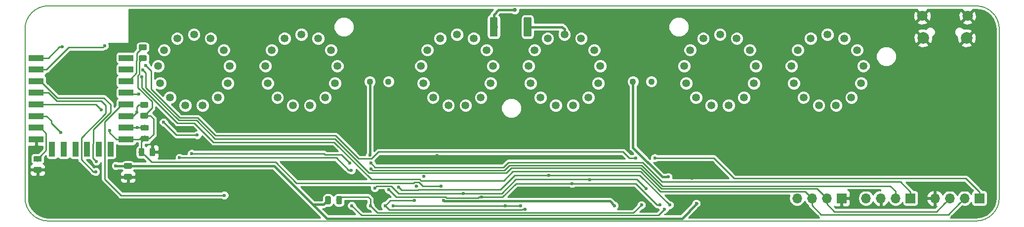
<source format=gbr>
%TF.GenerationSoftware,KiCad,Pcbnew,(5.0.1)-4*%
%TF.CreationDate,2019-04-12T07:50:59+02:00*%
%TF.ProjectId,nixie,6E697869652E6B696361645F70636200,rev?*%
%TF.SameCoordinates,Original*%
%TF.FileFunction,Copper,L2,Bot,Signal*%
%TF.FilePolarity,Positive*%
%FSLAX46Y46*%
G04 Gerber Fmt 4.6, Leading zero omitted, Abs format (unit mm)*
G04 Created by KiCad (PCBNEW (5.0.1)-4) date 12/04/2019 7:50:59*
%MOMM*%
%LPD*%
G01*
G04 APERTURE LIST*
%ADD10C,0.200000*%
%ADD11R,2.500000X1.100000*%
%ADD12R,1.100000X2.500000*%
%ADD13C,1.346200*%
%ADD14C,1.107440*%
%ADD15C,0.100000*%
%ADD16C,0.975000*%
%ADD17C,2.000000*%
%ADD18C,1.800000*%
%ADD19C,1.350000*%
%ADD20R,1.700000X1.700000*%
%ADD21O,1.700000X1.700000*%
%ADD22C,0.600000*%
%ADD23C,0.700000*%
%ADD24C,0.381000*%
%ADD25C,0.250000*%
%ADD26C,0.254000*%
G04 APERTURE END LIST*
D10*
X71251000Y-120249000D02*
G75*
G02X67251000Y-116249000I0J4000000D01*
G01*
X71251000Y-120249000D02*
X230251000Y-120249000D01*
X234251000Y-87249000D02*
X234251000Y-116249000D01*
X67251000Y-87249000D02*
G75*
G02X71251000Y-83249000I4000000J0D01*
G01*
X234251000Y-116249000D02*
G75*
G02X230251000Y-120249000I-4000000J0D01*
G01*
X67251000Y-87249000D02*
X67251000Y-116249000D01*
X71251000Y-83249000D02*
X230251000Y-83249000D01*
X230251000Y-83249000D02*
G75*
G02X234251000Y-87249000I0J-4000000D01*
G01*
D11*
X84583500Y-92202000D03*
X84583500Y-94202000D03*
X84583500Y-96202000D03*
X84583500Y-98202000D03*
X84583500Y-100202000D03*
X84583500Y-102202000D03*
X84583500Y-104202000D03*
X84583500Y-106202000D03*
X69183500Y-106202000D03*
X69183500Y-104202000D03*
X69183500Y-102202000D03*
X69183500Y-100202000D03*
X69183500Y-98202000D03*
X69183500Y-96202000D03*
X69183500Y-94202000D03*
X69183500Y-92202000D03*
D12*
X81893500Y-107902000D03*
X79893500Y-107902000D03*
X77893500Y-107902000D03*
X75893500Y-107902000D03*
X73893500Y-107902000D03*
X71893500Y-107902000D03*
D13*
X101295200Y-90845640D03*
X91109800Y-90845640D03*
X90058240Y-93616780D03*
X90416380Y-96555560D03*
X92097860Y-98993960D03*
X94721680Y-100370640D03*
X97683320Y-100370640D03*
X100307140Y-98993960D03*
X101988620Y-96555560D03*
X102346760Y-93616780D03*
X96202500Y-88173560D03*
X99077780Y-88882220D03*
X93327220Y-88882220D03*
X119710200Y-90845640D03*
X109524800Y-90845640D03*
X108473240Y-93616780D03*
X108831380Y-96555560D03*
X110512860Y-98993960D03*
X113136680Y-100370640D03*
X116098320Y-100370640D03*
X118722140Y-98993960D03*
X120403620Y-96555560D03*
X120761760Y-93616780D03*
X114617500Y-88173560D03*
X117492780Y-88882220D03*
X111742220Y-88882220D03*
X146380200Y-90845640D03*
X136194800Y-90845640D03*
X135143240Y-93616780D03*
X135501380Y-96555560D03*
X137182860Y-98993960D03*
X139806680Y-100370640D03*
X142768320Y-100370640D03*
X145392140Y-98993960D03*
X147073620Y-96555560D03*
X147431760Y-93616780D03*
X141287500Y-88173560D03*
X144162780Y-88882220D03*
X138412220Y-88882220D03*
D14*
X129540000Y-96266000D03*
X126365000Y-96266000D03*
D13*
X164795200Y-90845640D03*
X154609800Y-90845640D03*
X153558240Y-93616780D03*
X153916380Y-96555560D03*
X155597860Y-98993960D03*
X158221680Y-100370640D03*
X161183320Y-100370640D03*
X163807140Y-98993960D03*
X165488620Y-96555560D03*
X165846760Y-93616780D03*
X159702500Y-88173560D03*
X162577780Y-88882220D03*
X156827220Y-88882220D03*
X191465200Y-90845640D03*
X181279800Y-90845640D03*
X180228240Y-93616780D03*
X180586380Y-96555560D03*
X182267860Y-98993960D03*
X184891680Y-100370640D03*
X187853320Y-100370640D03*
X190477140Y-98993960D03*
X192158620Y-96555560D03*
X192516760Y-93616780D03*
X186372500Y-88173560D03*
X189247780Y-88882220D03*
X183497220Y-88882220D03*
X209880200Y-90845640D03*
X199694800Y-90845640D03*
X198643240Y-93616780D03*
X199001380Y-96555560D03*
X200682860Y-98993960D03*
X203306680Y-100370640D03*
X206268320Y-100370640D03*
X208892140Y-98993960D03*
X210573620Y-96555560D03*
X210931760Y-93616780D03*
X204787500Y-88173560D03*
X207662780Y-88882220D03*
X201912220Y-88882220D03*
D14*
X174625000Y-96266000D03*
X171450000Y-96266000D03*
D15*
G36*
X87483142Y-107695674D02*
X87506803Y-107699184D01*
X87530007Y-107704996D01*
X87552529Y-107713054D01*
X87574153Y-107723282D01*
X87594670Y-107735579D01*
X87613883Y-107749829D01*
X87631607Y-107765893D01*
X87647671Y-107783617D01*
X87661921Y-107802830D01*
X87674218Y-107823347D01*
X87684446Y-107844971D01*
X87692504Y-107867493D01*
X87698316Y-107890697D01*
X87701826Y-107914358D01*
X87703000Y-107938250D01*
X87703000Y-108850750D01*
X87701826Y-108874642D01*
X87698316Y-108898303D01*
X87692504Y-108921507D01*
X87684446Y-108944029D01*
X87674218Y-108965653D01*
X87661921Y-108986170D01*
X87647671Y-109005383D01*
X87631607Y-109023107D01*
X87613883Y-109039171D01*
X87594670Y-109053421D01*
X87574153Y-109065718D01*
X87552529Y-109075946D01*
X87530007Y-109084004D01*
X87506803Y-109089816D01*
X87483142Y-109093326D01*
X87459250Y-109094500D01*
X86971750Y-109094500D01*
X86947858Y-109093326D01*
X86924197Y-109089816D01*
X86900993Y-109084004D01*
X86878471Y-109075946D01*
X86856847Y-109065718D01*
X86836330Y-109053421D01*
X86817117Y-109039171D01*
X86799393Y-109023107D01*
X86783329Y-109005383D01*
X86769079Y-108986170D01*
X86756782Y-108965653D01*
X86746554Y-108944029D01*
X86738496Y-108921507D01*
X86732684Y-108898303D01*
X86729174Y-108874642D01*
X86728000Y-108850750D01*
X86728000Y-107938250D01*
X86729174Y-107914358D01*
X86732684Y-107890697D01*
X86738496Y-107867493D01*
X86746554Y-107844971D01*
X86756782Y-107823347D01*
X86769079Y-107802830D01*
X86783329Y-107783617D01*
X86799393Y-107765893D01*
X86817117Y-107749829D01*
X86836330Y-107735579D01*
X86856847Y-107723282D01*
X86878471Y-107713054D01*
X86900993Y-107704996D01*
X86924197Y-107699184D01*
X86947858Y-107695674D01*
X86971750Y-107694500D01*
X87459250Y-107694500D01*
X87483142Y-107695674D01*
X87483142Y-107695674D01*
G37*
D16*
X87215500Y-108394500D03*
D15*
G36*
X89358142Y-107695674D02*
X89381803Y-107699184D01*
X89405007Y-107704996D01*
X89427529Y-107713054D01*
X89449153Y-107723282D01*
X89469670Y-107735579D01*
X89488883Y-107749829D01*
X89506607Y-107765893D01*
X89522671Y-107783617D01*
X89536921Y-107802830D01*
X89549218Y-107823347D01*
X89559446Y-107844971D01*
X89567504Y-107867493D01*
X89573316Y-107890697D01*
X89576826Y-107914358D01*
X89578000Y-107938250D01*
X89578000Y-108850750D01*
X89576826Y-108874642D01*
X89573316Y-108898303D01*
X89567504Y-108921507D01*
X89559446Y-108944029D01*
X89549218Y-108965653D01*
X89536921Y-108986170D01*
X89522671Y-109005383D01*
X89506607Y-109023107D01*
X89488883Y-109039171D01*
X89469670Y-109053421D01*
X89449153Y-109065718D01*
X89427529Y-109075946D01*
X89405007Y-109084004D01*
X89381803Y-109089816D01*
X89358142Y-109093326D01*
X89334250Y-109094500D01*
X88846750Y-109094500D01*
X88822858Y-109093326D01*
X88799197Y-109089816D01*
X88775993Y-109084004D01*
X88753471Y-109075946D01*
X88731847Y-109065718D01*
X88711330Y-109053421D01*
X88692117Y-109039171D01*
X88674393Y-109023107D01*
X88658329Y-109005383D01*
X88644079Y-108986170D01*
X88631782Y-108965653D01*
X88621554Y-108944029D01*
X88613496Y-108921507D01*
X88607684Y-108898303D01*
X88604174Y-108874642D01*
X88603000Y-108850750D01*
X88603000Y-107938250D01*
X88604174Y-107914358D01*
X88607684Y-107890697D01*
X88613496Y-107867493D01*
X88621554Y-107844971D01*
X88631782Y-107823347D01*
X88644079Y-107802830D01*
X88658329Y-107783617D01*
X88674393Y-107765893D01*
X88692117Y-107749829D01*
X88711330Y-107735579D01*
X88731847Y-107723282D01*
X88753471Y-107713054D01*
X88775993Y-107704996D01*
X88799197Y-107699184D01*
X88822858Y-107695674D01*
X88846750Y-107694500D01*
X89334250Y-107694500D01*
X89358142Y-107695674D01*
X89358142Y-107695674D01*
G37*
D16*
X89090500Y-108394500D03*
D15*
G36*
X85379642Y-110287674D02*
X85403303Y-110291184D01*
X85426507Y-110296996D01*
X85449029Y-110305054D01*
X85470653Y-110315282D01*
X85491170Y-110327579D01*
X85510383Y-110341829D01*
X85528107Y-110357893D01*
X85544171Y-110375617D01*
X85558421Y-110394830D01*
X85570718Y-110415347D01*
X85580946Y-110436971D01*
X85589004Y-110459493D01*
X85594816Y-110482697D01*
X85598326Y-110506358D01*
X85599500Y-110530250D01*
X85599500Y-111017750D01*
X85598326Y-111041642D01*
X85594816Y-111065303D01*
X85589004Y-111088507D01*
X85580946Y-111111029D01*
X85570718Y-111132653D01*
X85558421Y-111153170D01*
X85544171Y-111172383D01*
X85528107Y-111190107D01*
X85510383Y-111206171D01*
X85491170Y-111220421D01*
X85470653Y-111232718D01*
X85449029Y-111242946D01*
X85426507Y-111251004D01*
X85403303Y-111256816D01*
X85379642Y-111260326D01*
X85355750Y-111261500D01*
X84443250Y-111261500D01*
X84419358Y-111260326D01*
X84395697Y-111256816D01*
X84372493Y-111251004D01*
X84349971Y-111242946D01*
X84328347Y-111232718D01*
X84307830Y-111220421D01*
X84288617Y-111206171D01*
X84270893Y-111190107D01*
X84254829Y-111172383D01*
X84240579Y-111153170D01*
X84228282Y-111132653D01*
X84218054Y-111111029D01*
X84209996Y-111088507D01*
X84204184Y-111065303D01*
X84200674Y-111041642D01*
X84199500Y-111017750D01*
X84199500Y-110530250D01*
X84200674Y-110506358D01*
X84204184Y-110482697D01*
X84209996Y-110459493D01*
X84218054Y-110436971D01*
X84228282Y-110415347D01*
X84240579Y-110394830D01*
X84254829Y-110375617D01*
X84270893Y-110357893D01*
X84288617Y-110341829D01*
X84307830Y-110327579D01*
X84328347Y-110315282D01*
X84349971Y-110305054D01*
X84372493Y-110296996D01*
X84395697Y-110291184D01*
X84419358Y-110287674D01*
X84443250Y-110286500D01*
X85355750Y-110286500D01*
X85379642Y-110287674D01*
X85379642Y-110287674D01*
G37*
D16*
X84899500Y-110774000D03*
D15*
G36*
X85379642Y-112162674D02*
X85403303Y-112166184D01*
X85426507Y-112171996D01*
X85449029Y-112180054D01*
X85470653Y-112190282D01*
X85491170Y-112202579D01*
X85510383Y-112216829D01*
X85528107Y-112232893D01*
X85544171Y-112250617D01*
X85558421Y-112269830D01*
X85570718Y-112290347D01*
X85580946Y-112311971D01*
X85589004Y-112334493D01*
X85594816Y-112357697D01*
X85598326Y-112381358D01*
X85599500Y-112405250D01*
X85599500Y-112892750D01*
X85598326Y-112916642D01*
X85594816Y-112940303D01*
X85589004Y-112963507D01*
X85580946Y-112986029D01*
X85570718Y-113007653D01*
X85558421Y-113028170D01*
X85544171Y-113047383D01*
X85528107Y-113065107D01*
X85510383Y-113081171D01*
X85491170Y-113095421D01*
X85470653Y-113107718D01*
X85449029Y-113117946D01*
X85426507Y-113126004D01*
X85403303Y-113131816D01*
X85379642Y-113135326D01*
X85355750Y-113136500D01*
X84443250Y-113136500D01*
X84419358Y-113135326D01*
X84395697Y-113131816D01*
X84372493Y-113126004D01*
X84349971Y-113117946D01*
X84328347Y-113107718D01*
X84307830Y-113095421D01*
X84288617Y-113081171D01*
X84270893Y-113065107D01*
X84254829Y-113047383D01*
X84240579Y-113028170D01*
X84228282Y-113007653D01*
X84218054Y-112986029D01*
X84209996Y-112963507D01*
X84204184Y-112940303D01*
X84200674Y-112916642D01*
X84199500Y-112892750D01*
X84199500Y-112405250D01*
X84200674Y-112381358D01*
X84204184Y-112357697D01*
X84209996Y-112334493D01*
X84218054Y-112311971D01*
X84228282Y-112290347D01*
X84240579Y-112269830D01*
X84254829Y-112250617D01*
X84270893Y-112232893D01*
X84288617Y-112216829D01*
X84307830Y-112202579D01*
X84328347Y-112190282D01*
X84349971Y-112180054D01*
X84372493Y-112171996D01*
X84395697Y-112166184D01*
X84419358Y-112162674D01*
X84443250Y-112161500D01*
X85355750Y-112161500D01*
X85379642Y-112162674D01*
X85379642Y-112162674D01*
G37*
D16*
X84899500Y-112649000D03*
D17*
X228642000Y-88781500D03*
X221192000Y-88781500D03*
D18*
X228792000Y-84981500D03*
X221042000Y-84981500D03*
D15*
G36*
X87919642Y-91749174D02*
X87943303Y-91752684D01*
X87966507Y-91758496D01*
X87989029Y-91766554D01*
X88010653Y-91776782D01*
X88031170Y-91789079D01*
X88050383Y-91803329D01*
X88068107Y-91819393D01*
X88084171Y-91837117D01*
X88098421Y-91856330D01*
X88110718Y-91876847D01*
X88120946Y-91898471D01*
X88129004Y-91920993D01*
X88134816Y-91944197D01*
X88138326Y-91967858D01*
X88139500Y-91991750D01*
X88139500Y-92479250D01*
X88138326Y-92503142D01*
X88134816Y-92526803D01*
X88129004Y-92550007D01*
X88120946Y-92572529D01*
X88110718Y-92594153D01*
X88098421Y-92614670D01*
X88084171Y-92633883D01*
X88068107Y-92651607D01*
X88050383Y-92667671D01*
X88031170Y-92681921D01*
X88010653Y-92694218D01*
X87989029Y-92704446D01*
X87966507Y-92712504D01*
X87943303Y-92718316D01*
X87919642Y-92721826D01*
X87895750Y-92723000D01*
X86983250Y-92723000D01*
X86959358Y-92721826D01*
X86935697Y-92718316D01*
X86912493Y-92712504D01*
X86889971Y-92704446D01*
X86868347Y-92694218D01*
X86847830Y-92681921D01*
X86828617Y-92667671D01*
X86810893Y-92651607D01*
X86794829Y-92633883D01*
X86780579Y-92614670D01*
X86768282Y-92594153D01*
X86758054Y-92572529D01*
X86749996Y-92550007D01*
X86744184Y-92526803D01*
X86740674Y-92503142D01*
X86739500Y-92479250D01*
X86739500Y-91991750D01*
X86740674Y-91967858D01*
X86744184Y-91944197D01*
X86749996Y-91920993D01*
X86758054Y-91898471D01*
X86768282Y-91876847D01*
X86780579Y-91856330D01*
X86794829Y-91837117D01*
X86810893Y-91819393D01*
X86828617Y-91803329D01*
X86847830Y-91789079D01*
X86868347Y-91776782D01*
X86889971Y-91766554D01*
X86912493Y-91758496D01*
X86935697Y-91752684D01*
X86959358Y-91749174D01*
X86983250Y-91748000D01*
X87895750Y-91748000D01*
X87919642Y-91749174D01*
X87919642Y-91749174D01*
G37*
D16*
X87439500Y-92235500D03*
D15*
G36*
X87919642Y-89874174D02*
X87943303Y-89877684D01*
X87966507Y-89883496D01*
X87989029Y-89891554D01*
X88010653Y-89901782D01*
X88031170Y-89914079D01*
X88050383Y-89928329D01*
X88068107Y-89944393D01*
X88084171Y-89962117D01*
X88098421Y-89981330D01*
X88110718Y-90001847D01*
X88120946Y-90023471D01*
X88129004Y-90045993D01*
X88134816Y-90069197D01*
X88138326Y-90092858D01*
X88139500Y-90116750D01*
X88139500Y-90604250D01*
X88138326Y-90628142D01*
X88134816Y-90651803D01*
X88129004Y-90675007D01*
X88120946Y-90697529D01*
X88110718Y-90719153D01*
X88098421Y-90739670D01*
X88084171Y-90758883D01*
X88068107Y-90776607D01*
X88050383Y-90792671D01*
X88031170Y-90806921D01*
X88010653Y-90819218D01*
X87989029Y-90829446D01*
X87966507Y-90837504D01*
X87943303Y-90843316D01*
X87919642Y-90846826D01*
X87895750Y-90848000D01*
X86983250Y-90848000D01*
X86959358Y-90846826D01*
X86935697Y-90843316D01*
X86912493Y-90837504D01*
X86889971Y-90829446D01*
X86868347Y-90819218D01*
X86847830Y-90806921D01*
X86828617Y-90792671D01*
X86810893Y-90776607D01*
X86794829Y-90758883D01*
X86780579Y-90739670D01*
X86768282Y-90719153D01*
X86758054Y-90697529D01*
X86749996Y-90675007D01*
X86744184Y-90651803D01*
X86740674Y-90628142D01*
X86739500Y-90604250D01*
X86739500Y-90116750D01*
X86740674Y-90092858D01*
X86744184Y-90069197D01*
X86749996Y-90045993D01*
X86758054Y-90023471D01*
X86768282Y-90001847D01*
X86780579Y-89981330D01*
X86794829Y-89962117D01*
X86810893Y-89944393D01*
X86828617Y-89928329D01*
X86847830Y-89914079D01*
X86868347Y-89901782D01*
X86889971Y-89891554D01*
X86912493Y-89883496D01*
X86935697Y-89877684D01*
X86959358Y-89874174D01*
X86983250Y-89873000D01*
X87895750Y-89873000D01*
X87919642Y-89874174D01*
X87919642Y-89874174D01*
G37*
D16*
X87439500Y-90360500D03*
D15*
G36*
X153844505Y-85194204D02*
X153868773Y-85197804D01*
X153892572Y-85203765D01*
X153915671Y-85212030D01*
X153937850Y-85222520D01*
X153958893Y-85235132D01*
X153978599Y-85249747D01*
X153996777Y-85266223D01*
X154013253Y-85284401D01*
X154027868Y-85304107D01*
X154040480Y-85325150D01*
X154050970Y-85347329D01*
X154059235Y-85370428D01*
X154065196Y-85394227D01*
X154068796Y-85418495D01*
X154070000Y-85442999D01*
X154070000Y-88293001D01*
X154068796Y-88317505D01*
X154065196Y-88341773D01*
X154059235Y-88365572D01*
X154050970Y-88388671D01*
X154040480Y-88410850D01*
X154027868Y-88431893D01*
X154013253Y-88451599D01*
X153996777Y-88469777D01*
X153978599Y-88486253D01*
X153958893Y-88500868D01*
X153937850Y-88513480D01*
X153915671Y-88523970D01*
X153892572Y-88532235D01*
X153868773Y-88538196D01*
X153844505Y-88541796D01*
X153820001Y-88543000D01*
X152969999Y-88543000D01*
X152945495Y-88541796D01*
X152921227Y-88538196D01*
X152897428Y-88532235D01*
X152874329Y-88523970D01*
X152852150Y-88513480D01*
X152831107Y-88500868D01*
X152811401Y-88486253D01*
X152793223Y-88469777D01*
X152776747Y-88451599D01*
X152762132Y-88431893D01*
X152749520Y-88410850D01*
X152739030Y-88388671D01*
X152730765Y-88365572D01*
X152724804Y-88341773D01*
X152721204Y-88317505D01*
X152720000Y-88293001D01*
X152720000Y-85442999D01*
X152721204Y-85418495D01*
X152724804Y-85394227D01*
X152730765Y-85370428D01*
X152739030Y-85347329D01*
X152749520Y-85325150D01*
X152762132Y-85304107D01*
X152776747Y-85284401D01*
X152793223Y-85266223D01*
X152811401Y-85249747D01*
X152831107Y-85235132D01*
X152852150Y-85222520D01*
X152874329Y-85212030D01*
X152897428Y-85203765D01*
X152921227Y-85197804D01*
X152945495Y-85194204D01*
X152969999Y-85193000D01*
X153820001Y-85193000D01*
X153844505Y-85194204D01*
X153844505Y-85194204D01*
G37*
D19*
X153395000Y-86868000D03*
D15*
G36*
X148044505Y-85194204D02*
X148068773Y-85197804D01*
X148092572Y-85203765D01*
X148115671Y-85212030D01*
X148137850Y-85222520D01*
X148158893Y-85235132D01*
X148178599Y-85249747D01*
X148196777Y-85266223D01*
X148213253Y-85284401D01*
X148227868Y-85304107D01*
X148240480Y-85325150D01*
X148250970Y-85347329D01*
X148259235Y-85370428D01*
X148265196Y-85394227D01*
X148268796Y-85418495D01*
X148270000Y-85442999D01*
X148270000Y-88293001D01*
X148268796Y-88317505D01*
X148265196Y-88341773D01*
X148259235Y-88365572D01*
X148250970Y-88388671D01*
X148240480Y-88410850D01*
X148227868Y-88431893D01*
X148213253Y-88451599D01*
X148196777Y-88469777D01*
X148178599Y-88486253D01*
X148158893Y-88500868D01*
X148137850Y-88513480D01*
X148115671Y-88523970D01*
X148092572Y-88532235D01*
X148068773Y-88538196D01*
X148044505Y-88541796D01*
X148020001Y-88543000D01*
X147169999Y-88543000D01*
X147145495Y-88541796D01*
X147121227Y-88538196D01*
X147097428Y-88532235D01*
X147074329Y-88523970D01*
X147052150Y-88513480D01*
X147031107Y-88500868D01*
X147011401Y-88486253D01*
X146993223Y-88469777D01*
X146976747Y-88451599D01*
X146962132Y-88431893D01*
X146949520Y-88410850D01*
X146939030Y-88388671D01*
X146930765Y-88365572D01*
X146924804Y-88341773D01*
X146921204Y-88317505D01*
X146920000Y-88293001D01*
X146920000Y-85442999D01*
X146921204Y-85418495D01*
X146924804Y-85394227D01*
X146930765Y-85370428D01*
X146939030Y-85347329D01*
X146949520Y-85325150D01*
X146962132Y-85304107D01*
X146976747Y-85284401D01*
X146993223Y-85266223D01*
X147011401Y-85249747D01*
X147031107Y-85235132D01*
X147052150Y-85222520D01*
X147074329Y-85212030D01*
X147097428Y-85203765D01*
X147121227Y-85197804D01*
X147145495Y-85194204D01*
X147169999Y-85193000D01*
X148020001Y-85193000D01*
X148044505Y-85194204D01*
X148044505Y-85194204D01*
G37*
D19*
X147595000Y-86868000D03*
D15*
G36*
X88173642Y-99780174D02*
X88197303Y-99783684D01*
X88220507Y-99789496D01*
X88243029Y-99797554D01*
X88264653Y-99807782D01*
X88285170Y-99820079D01*
X88304383Y-99834329D01*
X88322107Y-99850393D01*
X88338171Y-99868117D01*
X88352421Y-99887330D01*
X88364718Y-99907847D01*
X88374946Y-99929471D01*
X88383004Y-99951993D01*
X88388816Y-99975197D01*
X88392326Y-99998858D01*
X88393500Y-100022750D01*
X88393500Y-100510250D01*
X88392326Y-100534142D01*
X88388816Y-100557803D01*
X88383004Y-100581007D01*
X88374946Y-100603529D01*
X88364718Y-100625153D01*
X88352421Y-100645670D01*
X88338171Y-100664883D01*
X88322107Y-100682607D01*
X88304383Y-100698671D01*
X88285170Y-100712921D01*
X88264653Y-100725218D01*
X88243029Y-100735446D01*
X88220507Y-100743504D01*
X88197303Y-100749316D01*
X88173642Y-100752826D01*
X88149750Y-100754000D01*
X87237250Y-100754000D01*
X87213358Y-100752826D01*
X87189697Y-100749316D01*
X87166493Y-100743504D01*
X87143971Y-100735446D01*
X87122347Y-100725218D01*
X87101830Y-100712921D01*
X87082617Y-100698671D01*
X87064893Y-100682607D01*
X87048829Y-100664883D01*
X87034579Y-100645670D01*
X87022282Y-100625153D01*
X87012054Y-100603529D01*
X87003996Y-100581007D01*
X86998184Y-100557803D01*
X86994674Y-100534142D01*
X86993500Y-100510250D01*
X86993500Y-100022750D01*
X86994674Y-99998858D01*
X86998184Y-99975197D01*
X87003996Y-99951993D01*
X87012054Y-99929471D01*
X87022282Y-99907847D01*
X87034579Y-99887330D01*
X87048829Y-99868117D01*
X87064893Y-99850393D01*
X87082617Y-99834329D01*
X87101830Y-99820079D01*
X87122347Y-99807782D01*
X87143971Y-99797554D01*
X87166493Y-99789496D01*
X87189697Y-99783684D01*
X87213358Y-99780174D01*
X87237250Y-99779000D01*
X88149750Y-99779000D01*
X88173642Y-99780174D01*
X88173642Y-99780174D01*
G37*
D16*
X87693500Y-100266500D03*
D15*
G36*
X88173642Y-101655174D02*
X88197303Y-101658684D01*
X88220507Y-101664496D01*
X88243029Y-101672554D01*
X88264653Y-101682782D01*
X88285170Y-101695079D01*
X88304383Y-101709329D01*
X88322107Y-101725393D01*
X88338171Y-101743117D01*
X88352421Y-101762330D01*
X88364718Y-101782847D01*
X88374946Y-101804471D01*
X88383004Y-101826993D01*
X88388816Y-101850197D01*
X88392326Y-101873858D01*
X88393500Y-101897750D01*
X88393500Y-102385250D01*
X88392326Y-102409142D01*
X88388816Y-102432803D01*
X88383004Y-102456007D01*
X88374946Y-102478529D01*
X88364718Y-102500153D01*
X88352421Y-102520670D01*
X88338171Y-102539883D01*
X88322107Y-102557607D01*
X88304383Y-102573671D01*
X88285170Y-102587921D01*
X88264653Y-102600218D01*
X88243029Y-102610446D01*
X88220507Y-102618504D01*
X88197303Y-102624316D01*
X88173642Y-102627826D01*
X88149750Y-102629000D01*
X87237250Y-102629000D01*
X87213358Y-102627826D01*
X87189697Y-102624316D01*
X87166493Y-102618504D01*
X87143971Y-102610446D01*
X87122347Y-102600218D01*
X87101830Y-102587921D01*
X87082617Y-102573671D01*
X87064893Y-102557607D01*
X87048829Y-102539883D01*
X87034579Y-102520670D01*
X87022282Y-102500153D01*
X87012054Y-102478529D01*
X87003996Y-102456007D01*
X86998184Y-102432803D01*
X86994674Y-102409142D01*
X86993500Y-102385250D01*
X86993500Y-101897750D01*
X86994674Y-101873858D01*
X86998184Y-101850197D01*
X87003996Y-101826993D01*
X87012054Y-101804471D01*
X87022282Y-101782847D01*
X87034579Y-101762330D01*
X87048829Y-101743117D01*
X87064893Y-101725393D01*
X87082617Y-101709329D01*
X87101830Y-101695079D01*
X87122347Y-101682782D01*
X87143971Y-101672554D01*
X87166493Y-101664496D01*
X87189697Y-101658684D01*
X87213358Y-101655174D01*
X87237250Y-101654000D01*
X88149750Y-101654000D01*
X88173642Y-101655174D01*
X88173642Y-101655174D01*
G37*
D16*
X87693500Y-102141500D03*
D15*
G36*
X88237142Y-105592174D02*
X88260803Y-105595684D01*
X88284007Y-105601496D01*
X88306529Y-105609554D01*
X88328153Y-105619782D01*
X88348670Y-105632079D01*
X88367883Y-105646329D01*
X88385607Y-105662393D01*
X88401671Y-105680117D01*
X88415921Y-105699330D01*
X88428218Y-105719847D01*
X88438446Y-105741471D01*
X88446504Y-105763993D01*
X88452316Y-105787197D01*
X88455826Y-105810858D01*
X88457000Y-105834750D01*
X88457000Y-106322250D01*
X88455826Y-106346142D01*
X88452316Y-106369803D01*
X88446504Y-106393007D01*
X88438446Y-106415529D01*
X88428218Y-106437153D01*
X88415921Y-106457670D01*
X88401671Y-106476883D01*
X88385607Y-106494607D01*
X88367883Y-106510671D01*
X88348670Y-106524921D01*
X88328153Y-106537218D01*
X88306529Y-106547446D01*
X88284007Y-106555504D01*
X88260803Y-106561316D01*
X88237142Y-106564826D01*
X88213250Y-106566000D01*
X87300750Y-106566000D01*
X87276858Y-106564826D01*
X87253197Y-106561316D01*
X87229993Y-106555504D01*
X87207471Y-106547446D01*
X87185847Y-106537218D01*
X87165330Y-106524921D01*
X87146117Y-106510671D01*
X87128393Y-106494607D01*
X87112329Y-106476883D01*
X87098079Y-106457670D01*
X87085782Y-106437153D01*
X87075554Y-106415529D01*
X87067496Y-106393007D01*
X87061684Y-106369803D01*
X87058174Y-106346142D01*
X87057000Y-106322250D01*
X87057000Y-105834750D01*
X87058174Y-105810858D01*
X87061684Y-105787197D01*
X87067496Y-105763993D01*
X87075554Y-105741471D01*
X87085782Y-105719847D01*
X87098079Y-105699330D01*
X87112329Y-105680117D01*
X87128393Y-105662393D01*
X87146117Y-105646329D01*
X87165330Y-105632079D01*
X87185847Y-105619782D01*
X87207471Y-105609554D01*
X87229993Y-105601496D01*
X87253197Y-105595684D01*
X87276858Y-105592174D01*
X87300750Y-105591000D01*
X88213250Y-105591000D01*
X88237142Y-105592174D01*
X88237142Y-105592174D01*
G37*
D16*
X87757000Y-106078500D03*
D15*
G36*
X88237142Y-103717174D02*
X88260803Y-103720684D01*
X88284007Y-103726496D01*
X88306529Y-103734554D01*
X88328153Y-103744782D01*
X88348670Y-103757079D01*
X88367883Y-103771329D01*
X88385607Y-103787393D01*
X88401671Y-103805117D01*
X88415921Y-103824330D01*
X88428218Y-103844847D01*
X88438446Y-103866471D01*
X88446504Y-103888993D01*
X88452316Y-103912197D01*
X88455826Y-103935858D01*
X88457000Y-103959750D01*
X88457000Y-104447250D01*
X88455826Y-104471142D01*
X88452316Y-104494803D01*
X88446504Y-104518007D01*
X88438446Y-104540529D01*
X88428218Y-104562153D01*
X88415921Y-104582670D01*
X88401671Y-104601883D01*
X88385607Y-104619607D01*
X88367883Y-104635671D01*
X88348670Y-104649921D01*
X88328153Y-104662218D01*
X88306529Y-104672446D01*
X88284007Y-104680504D01*
X88260803Y-104686316D01*
X88237142Y-104689826D01*
X88213250Y-104691000D01*
X87300750Y-104691000D01*
X87276858Y-104689826D01*
X87253197Y-104686316D01*
X87229993Y-104680504D01*
X87207471Y-104672446D01*
X87185847Y-104662218D01*
X87165330Y-104649921D01*
X87146117Y-104635671D01*
X87128393Y-104619607D01*
X87112329Y-104601883D01*
X87098079Y-104582670D01*
X87085782Y-104562153D01*
X87075554Y-104540529D01*
X87067496Y-104518007D01*
X87061684Y-104494803D01*
X87058174Y-104471142D01*
X87057000Y-104447250D01*
X87057000Y-103959750D01*
X87058174Y-103935858D01*
X87061684Y-103912197D01*
X87067496Y-103888993D01*
X87075554Y-103866471D01*
X87085782Y-103844847D01*
X87098079Y-103824330D01*
X87112329Y-103805117D01*
X87128393Y-103787393D01*
X87146117Y-103771329D01*
X87165330Y-103757079D01*
X87185847Y-103744782D01*
X87207471Y-103734554D01*
X87229993Y-103726496D01*
X87253197Y-103720684D01*
X87276858Y-103717174D01*
X87300750Y-103716000D01*
X88213250Y-103716000D01*
X88237142Y-103717174D01*
X88237142Y-103717174D01*
G37*
D16*
X87757000Y-104203500D03*
D15*
G36*
X69885642Y-109081174D02*
X69909303Y-109084684D01*
X69932507Y-109090496D01*
X69955029Y-109098554D01*
X69976653Y-109108782D01*
X69997170Y-109121079D01*
X70016383Y-109135329D01*
X70034107Y-109151393D01*
X70050171Y-109169117D01*
X70064421Y-109188330D01*
X70076718Y-109208847D01*
X70086946Y-109230471D01*
X70095004Y-109252993D01*
X70100816Y-109276197D01*
X70104326Y-109299858D01*
X70105500Y-109323750D01*
X70105500Y-109811250D01*
X70104326Y-109835142D01*
X70100816Y-109858803D01*
X70095004Y-109882007D01*
X70086946Y-109904529D01*
X70076718Y-109926153D01*
X70064421Y-109946670D01*
X70050171Y-109965883D01*
X70034107Y-109983607D01*
X70016383Y-109999671D01*
X69997170Y-110013921D01*
X69976653Y-110026218D01*
X69955029Y-110036446D01*
X69932507Y-110044504D01*
X69909303Y-110050316D01*
X69885642Y-110053826D01*
X69861750Y-110055000D01*
X68949250Y-110055000D01*
X68925358Y-110053826D01*
X68901697Y-110050316D01*
X68878493Y-110044504D01*
X68855971Y-110036446D01*
X68834347Y-110026218D01*
X68813830Y-110013921D01*
X68794617Y-109999671D01*
X68776893Y-109983607D01*
X68760829Y-109965883D01*
X68746579Y-109946670D01*
X68734282Y-109926153D01*
X68724054Y-109904529D01*
X68715996Y-109882007D01*
X68710184Y-109858803D01*
X68706674Y-109835142D01*
X68705500Y-109811250D01*
X68705500Y-109323750D01*
X68706674Y-109299858D01*
X68710184Y-109276197D01*
X68715996Y-109252993D01*
X68724054Y-109230471D01*
X68734282Y-109208847D01*
X68746579Y-109188330D01*
X68760829Y-109169117D01*
X68776893Y-109151393D01*
X68794617Y-109135329D01*
X68813830Y-109121079D01*
X68834347Y-109108782D01*
X68855971Y-109098554D01*
X68878493Y-109090496D01*
X68901697Y-109084684D01*
X68925358Y-109081174D01*
X68949250Y-109080000D01*
X69861750Y-109080000D01*
X69885642Y-109081174D01*
X69885642Y-109081174D01*
G37*
D16*
X69405500Y-109567500D03*
D15*
G36*
X69885642Y-110956174D02*
X69909303Y-110959684D01*
X69932507Y-110965496D01*
X69955029Y-110973554D01*
X69976653Y-110983782D01*
X69997170Y-110996079D01*
X70016383Y-111010329D01*
X70034107Y-111026393D01*
X70050171Y-111044117D01*
X70064421Y-111063330D01*
X70076718Y-111083847D01*
X70086946Y-111105471D01*
X70095004Y-111127993D01*
X70100816Y-111151197D01*
X70104326Y-111174858D01*
X70105500Y-111198750D01*
X70105500Y-111686250D01*
X70104326Y-111710142D01*
X70100816Y-111733803D01*
X70095004Y-111757007D01*
X70086946Y-111779529D01*
X70076718Y-111801153D01*
X70064421Y-111821670D01*
X70050171Y-111840883D01*
X70034107Y-111858607D01*
X70016383Y-111874671D01*
X69997170Y-111888921D01*
X69976653Y-111901218D01*
X69955029Y-111911446D01*
X69932507Y-111919504D01*
X69909303Y-111925316D01*
X69885642Y-111928826D01*
X69861750Y-111930000D01*
X68949250Y-111930000D01*
X68925358Y-111928826D01*
X68901697Y-111925316D01*
X68878493Y-111919504D01*
X68855971Y-111911446D01*
X68834347Y-111901218D01*
X68813830Y-111888921D01*
X68794617Y-111874671D01*
X68776893Y-111858607D01*
X68760829Y-111840883D01*
X68746579Y-111821670D01*
X68734282Y-111801153D01*
X68724054Y-111779529D01*
X68715996Y-111757007D01*
X68710184Y-111733803D01*
X68706674Y-111710142D01*
X68705500Y-111686250D01*
X68705500Y-111198750D01*
X68706674Y-111174858D01*
X68710184Y-111151197D01*
X68715996Y-111127993D01*
X68724054Y-111105471D01*
X68734282Y-111083847D01*
X68746579Y-111063330D01*
X68760829Y-111044117D01*
X68776893Y-111026393D01*
X68794617Y-111010329D01*
X68813830Y-110996079D01*
X68834347Y-110983782D01*
X68855971Y-110973554D01*
X68878493Y-110965496D01*
X68901697Y-110959684D01*
X68925358Y-110956174D01*
X68949250Y-110955000D01*
X69861750Y-110955000D01*
X69885642Y-110956174D01*
X69885642Y-110956174D01*
G37*
D16*
X69405500Y-111442500D03*
D15*
G36*
X119472142Y-115950674D02*
X119495803Y-115954184D01*
X119519007Y-115959996D01*
X119541529Y-115968054D01*
X119563153Y-115978282D01*
X119583670Y-115990579D01*
X119602883Y-116004829D01*
X119620607Y-116020893D01*
X119636671Y-116038617D01*
X119650921Y-116057830D01*
X119663218Y-116078347D01*
X119673446Y-116099971D01*
X119681504Y-116122493D01*
X119687316Y-116145697D01*
X119690826Y-116169358D01*
X119692000Y-116193250D01*
X119692000Y-117105750D01*
X119690826Y-117129642D01*
X119687316Y-117153303D01*
X119681504Y-117176507D01*
X119673446Y-117199029D01*
X119663218Y-117220653D01*
X119650921Y-117241170D01*
X119636671Y-117260383D01*
X119620607Y-117278107D01*
X119602883Y-117294171D01*
X119583670Y-117308421D01*
X119563153Y-117320718D01*
X119541529Y-117330946D01*
X119519007Y-117339004D01*
X119495803Y-117344816D01*
X119472142Y-117348326D01*
X119448250Y-117349500D01*
X118960750Y-117349500D01*
X118936858Y-117348326D01*
X118913197Y-117344816D01*
X118889993Y-117339004D01*
X118867471Y-117330946D01*
X118845847Y-117320718D01*
X118825330Y-117308421D01*
X118806117Y-117294171D01*
X118788393Y-117278107D01*
X118772329Y-117260383D01*
X118758079Y-117241170D01*
X118745782Y-117220653D01*
X118735554Y-117199029D01*
X118727496Y-117176507D01*
X118721684Y-117153303D01*
X118718174Y-117129642D01*
X118717000Y-117105750D01*
X118717000Y-116193250D01*
X118718174Y-116169358D01*
X118721684Y-116145697D01*
X118727496Y-116122493D01*
X118735554Y-116099971D01*
X118745782Y-116078347D01*
X118758079Y-116057830D01*
X118772329Y-116038617D01*
X118788393Y-116020893D01*
X118806117Y-116004829D01*
X118825330Y-115990579D01*
X118845847Y-115978282D01*
X118867471Y-115968054D01*
X118889993Y-115959996D01*
X118913197Y-115954184D01*
X118936858Y-115950674D01*
X118960750Y-115949500D01*
X119448250Y-115949500D01*
X119472142Y-115950674D01*
X119472142Y-115950674D01*
G37*
D16*
X119204500Y-116649500D03*
D15*
G36*
X121347142Y-115950674D02*
X121370803Y-115954184D01*
X121394007Y-115959996D01*
X121416529Y-115968054D01*
X121438153Y-115978282D01*
X121458670Y-115990579D01*
X121477883Y-116004829D01*
X121495607Y-116020893D01*
X121511671Y-116038617D01*
X121525921Y-116057830D01*
X121538218Y-116078347D01*
X121548446Y-116099971D01*
X121556504Y-116122493D01*
X121562316Y-116145697D01*
X121565826Y-116169358D01*
X121567000Y-116193250D01*
X121567000Y-117105750D01*
X121565826Y-117129642D01*
X121562316Y-117153303D01*
X121556504Y-117176507D01*
X121548446Y-117199029D01*
X121538218Y-117220653D01*
X121525921Y-117241170D01*
X121511671Y-117260383D01*
X121495607Y-117278107D01*
X121477883Y-117294171D01*
X121458670Y-117308421D01*
X121438153Y-117320718D01*
X121416529Y-117330946D01*
X121394007Y-117339004D01*
X121370803Y-117344816D01*
X121347142Y-117348326D01*
X121323250Y-117349500D01*
X120835750Y-117349500D01*
X120811858Y-117348326D01*
X120788197Y-117344816D01*
X120764993Y-117339004D01*
X120742471Y-117330946D01*
X120720847Y-117320718D01*
X120700330Y-117308421D01*
X120681117Y-117294171D01*
X120663393Y-117278107D01*
X120647329Y-117260383D01*
X120633079Y-117241170D01*
X120620782Y-117220653D01*
X120610554Y-117199029D01*
X120602496Y-117176507D01*
X120596684Y-117153303D01*
X120593174Y-117129642D01*
X120592000Y-117105750D01*
X120592000Y-116193250D01*
X120593174Y-116169358D01*
X120596684Y-116145697D01*
X120602496Y-116122493D01*
X120610554Y-116099971D01*
X120620782Y-116078347D01*
X120633079Y-116057830D01*
X120647329Y-116038617D01*
X120663393Y-116020893D01*
X120681117Y-116004829D01*
X120700330Y-115990579D01*
X120720847Y-115978282D01*
X120742471Y-115968054D01*
X120764993Y-115959996D01*
X120788197Y-115954184D01*
X120811858Y-115950674D01*
X120835750Y-115949500D01*
X121323250Y-115949500D01*
X121347142Y-115950674D01*
X121347142Y-115950674D01*
G37*
D16*
X121079500Y-116649500D03*
D20*
X219011500Y-116332000D03*
D21*
X216471500Y-116332000D03*
X213931500Y-116332000D03*
X211391500Y-116332000D03*
X223202500Y-116332000D03*
X225742500Y-116332000D03*
X228282500Y-116332000D03*
D20*
X230822500Y-116332000D03*
X207200500Y-116332000D03*
D21*
X204660500Y-116332000D03*
X202120500Y-116332000D03*
X199580500Y-116332000D03*
D22*
X126365000Y-108902500D03*
X177482500Y-112649000D03*
X182308500Y-117221000D03*
X128968500Y-117602000D03*
X152971500Y-118212968D03*
X82804004Y-110744000D03*
X133985000Y-116722990D03*
X127952500Y-117602000D03*
X171259500Y-117348000D03*
X124777500Y-117602000D03*
X68262500Y-107886500D03*
X77152500Y-112712500D03*
X77152500Y-113792000D03*
X77152500Y-114808000D03*
X77152500Y-115824000D03*
X77152500Y-116903500D03*
X174498000Y-117348000D03*
X145796000Y-103378000D03*
X147066000Y-103378000D03*
X154432000Y-103378000D03*
X159575500Y-114744500D03*
X163004500Y-114681000D03*
X163004500Y-115570000D03*
X159575500Y-115633500D03*
X124650500Y-114808000D03*
X169799000Y-106426000D03*
X169608500Y-107251500D03*
X170370500Y-106997500D03*
X181610000Y-112903000D03*
X181610000Y-111950500D03*
X90487500Y-106934000D03*
X91313000Y-106934000D03*
X130429000Y-106172000D03*
X131191000Y-106934000D03*
X123317000Y-112903000D03*
X124015500Y-112903000D03*
X113919000Y-116014500D03*
X118554500Y-114998500D03*
X119507000Y-114998500D03*
X114554000Y-116649500D03*
X115189000Y-117284500D03*
X115887500Y-117983000D03*
X85090000Y-89916000D03*
X85725000Y-90487500D03*
X85788500Y-89662000D03*
X81153000Y-91948000D03*
X81915000Y-91948000D03*
X75819000Y-91313000D03*
X69024500Y-107886500D03*
X69786500Y-107886500D03*
X71064500Y-95186500D03*
X73215500Y-95186500D03*
X136842500Y-110236000D03*
X137858500Y-108966000D03*
X137350500Y-109601000D03*
X137731500Y-110236000D03*
X140208000Y-105918000D03*
X155511500Y-106426000D03*
X180086000Y-117983000D03*
X179260500Y-117983000D03*
X134366000Y-114236500D03*
X135636000Y-112585500D03*
X116141500Y-115633500D03*
X116903500Y-116141500D03*
X117538500Y-116649500D03*
X181229000Y-116141500D03*
X182054500Y-116141500D03*
X69088000Y-114046000D03*
X69850000Y-111506000D03*
D23*
X151193500Y-83947000D03*
D22*
X176847500Y-118237000D03*
X123253500Y-117602000D03*
X81788000Y-104648000D03*
X168275000Y-117602000D03*
X139001500Y-116722990D03*
X138557000Y-114236500D03*
X73342500Y-105029000D03*
X177736500Y-117475000D03*
X157021957Y-112365205D03*
X131254500Y-114417010D03*
X96774000Y-105473500D03*
X86423500Y-101536500D03*
X90995500Y-103251000D03*
X130365500Y-117602000D03*
X152209500Y-117602000D03*
X149606000Y-117602000D03*
X176085500Y-117475000D03*
X161036000Y-113792000D03*
X145542000Y-116141979D03*
X129603500Y-114867021D03*
X80327500Y-101092000D03*
X173672500Y-114681000D03*
X127190500Y-114554000D03*
X164084000Y-113167000D03*
X142367008Y-115506500D03*
X86487000Y-104203500D03*
X172910500Y-117475000D03*
X126428500Y-117602000D03*
X101409500Y-115824000D03*
X80899000Y-90106504D03*
X87435021Y-94234000D03*
X73596500Y-90297000D03*
X87249654Y-95441158D03*
X123210559Y-111506000D03*
X93726000Y-109347000D03*
X79484396Y-109982000D03*
X126555500Y-111252000D03*
X126555500Y-110299500D03*
X122872500Y-110236000D03*
X95821500Y-108648500D03*
X79375000Y-111760000D03*
X175196500Y-109410500D03*
X171894500Y-109410500D03*
X87957500Y-93492562D03*
X86741000Y-98425000D03*
D24*
X126365000Y-96266000D02*
X126365000Y-108902500D01*
X126365000Y-108902500D02*
X126365000Y-108902500D01*
X154170000Y-86868000D02*
X153395000Y-86868000D01*
X159348847Y-86868000D02*
X154170000Y-86868000D01*
X159702500Y-87221653D02*
X159348847Y-86868000D01*
X159702500Y-88173560D02*
X159702500Y-87221653D01*
X171450000Y-96266000D02*
X171450000Y-107632500D01*
X176466500Y-112649000D02*
X177482500Y-112649000D01*
X171450000Y-107632500D02*
X176466500Y-112649000D01*
X109918500Y-110744000D02*
X83228268Y-110744000D01*
X83228268Y-110744000D02*
X82804004Y-110744000D01*
X182435500Y-117221000D02*
X179853010Y-119803490D01*
X179853010Y-119803490D02*
X118977990Y-119803490D01*
X118442500Y-117411500D02*
X119204500Y-116649500D01*
X116586000Y-117411500D02*
X118442500Y-117411500D01*
X116586000Y-117411500D02*
X109918500Y-110744000D01*
X118977990Y-119803490D02*
X116586000Y-117411500D01*
D25*
X128968500Y-117602000D02*
X129716023Y-118349523D01*
X152547236Y-118212968D02*
X152971500Y-118212968D01*
X152410681Y-118349523D02*
X152547236Y-118212968D01*
X129716023Y-118349523D02*
X152410681Y-118349523D01*
X129847510Y-116722990D02*
X133560736Y-116722990D01*
X133560736Y-116722990D02*
X133985000Y-116722990D01*
X128968500Y-117602000D02*
X129847510Y-116722990D01*
X71064500Y-95186500D02*
X73215500Y-95186500D01*
D24*
X148399500Y-83947000D02*
X151193500Y-83947000D01*
X147595000Y-86868000D02*
X147595000Y-84751500D01*
X147595000Y-84751500D02*
X148399500Y-83947000D01*
D25*
X175796521Y-119287979D02*
X176547501Y-118536999D01*
X124939479Y-119287979D02*
X175796521Y-119287979D01*
X123253500Y-117602000D02*
X124939479Y-119287979D01*
X176547501Y-118536999D02*
X176847500Y-118237000D01*
X88743000Y-102141500D02*
X87693500Y-102141500D01*
X89281000Y-102679500D02*
X88743000Y-102141500D01*
X89281000Y-105354500D02*
X89281000Y-102679500D01*
X87757000Y-106078500D02*
X88557000Y-106078500D01*
X88557000Y-106078500D02*
X89281000Y-105354500D01*
X86833500Y-106202000D02*
X83883500Y-106202000D01*
X86957000Y-106078500D02*
X86833500Y-106202000D01*
X87757000Y-106078500D02*
X86957000Y-106078500D01*
X87215500Y-106620000D02*
X87757000Y-106078500D01*
X87215500Y-106620000D02*
X87215500Y-108394500D01*
X82917736Y-106202000D02*
X83883500Y-106202000D01*
X81788000Y-105072264D02*
X82917736Y-106202000D01*
X81788000Y-104648000D02*
X81788000Y-105072264D01*
D24*
X168275000Y-117602000D02*
X167505489Y-116832489D01*
X139110999Y-116832489D02*
X139001500Y-116722990D01*
X167505489Y-116832489D02*
X139110999Y-116832489D01*
D25*
X86608512Y-97277922D02*
X86608512Y-95198401D01*
X86608512Y-95198401D02*
X86810011Y-94996902D01*
X86810011Y-92864989D02*
X86883263Y-92791737D01*
X86883263Y-92791737D02*
X87439500Y-92235500D01*
X89027000Y-99696410D02*
X86608512Y-97277922D01*
X89027000Y-100808000D02*
X89027000Y-99696410D01*
X87693500Y-102141500D02*
X89027000Y-100808000D01*
X86810011Y-94996902D02*
X86810011Y-92864989D01*
X138557000Y-114236500D02*
X135418002Y-114236500D01*
X134729501Y-113547999D02*
X134002499Y-113547999D01*
X110172500Y-110109000D02*
X88930000Y-110109000D01*
X113797510Y-113734010D02*
X110172500Y-110109000D01*
X88930000Y-110109000D02*
X87771737Y-108950737D01*
X87771737Y-108950737D02*
X87215500Y-108394500D01*
X133816488Y-113734010D02*
X113797510Y-113734010D01*
X134002499Y-113547999D02*
X133816488Y-113734010D01*
X135418002Y-114236500D02*
X134729501Y-113547999D01*
X69883500Y-102202000D02*
X70295000Y-101790500D01*
X69883500Y-102202000D02*
X70960000Y-102202000D01*
X70960000Y-102202000D02*
X71755000Y-102997000D01*
X71755000Y-103441500D02*
X73342500Y-105029000D01*
X71755000Y-102997000D02*
X71755000Y-103441500D01*
X172626705Y-112365205D02*
X177736500Y-117475000D01*
X157021957Y-112365205D02*
X172626705Y-112365205D01*
X131762491Y-114925001D02*
X131554499Y-114717009D01*
X151223295Y-112365205D02*
X148717000Y-114871500D01*
X131554499Y-114717009D02*
X131254500Y-114417010D01*
X148717000Y-114871500D02*
X134656002Y-114871500D01*
X134656002Y-114871500D02*
X134602501Y-114925001D01*
X134602501Y-114925001D02*
X131762491Y-114925001D01*
X157021957Y-112365205D02*
X151223295Y-112365205D01*
X85758000Y-102202000D02*
X86423500Y-101536500D01*
X83883500Y-102202000D02*
X85758000Y-102202000D01*
X86423500Y-101536500D02*
X86423500Y-100584000D01*
X86741000Y-100266500D02*
X87693500Y-100266500D01*
X86423500Y-100584000D02*
X86741000Y-100266500D01*
X86423500Y-101536500D02*
X86423500Y-101536500D01*
X93218000Y-105473500D02*
X96774000Y-105473500D01*
X90995500Y-103251000D02*
X93218000Y-105473500D01*
X152209500Y-117602000D02*
X152209500Y-117602000D01*
X130789764Y-117602000D02*
X130365500Y-117602000D01*
X149606000Y-117602000D02*
X130789764Y-117602000D01*
X152209500Y-117602000D02*
X149606000Y-117602000D01*
X175577500Y-117475000D02*
X176085500Y-117475000D01*
X161036000Y-113792000D02*
X171894500Y-113792000D01*
X171894500Y-113792000D02*
X175577500Y-117475000D01*
X149097521Y-116141979D02*
X145966264Y-116141979D01*
X145966264Y-116141979D02*
X145542000Y-116141979D01*
X161036000Y-113792000D02*
X151447500Y-113792000D01*
X151447500Y-113792000D02*
X149097521Y-116141979D01*
X139301502Y-116097988D02*
X130834467Y-116097988D01*
X139520492Y-116316978D02*
X139301502Y-116097988D01*
X130834467Y-116097988D02*
X129903499Y-115167020D01*
X145117736Y-116141979D02*
X144942737Y-116316978D01*
X144942737Y-116316978D02*
X139520492Y-116316978D01*
X145542000Y-116141979D02*
X145117736Y-116141979D01*
X129903499Y-115167020D02*
X129603500Y-114867021D01*
X69883500Y-100202000D02*
X78929500Y-100202000D01*
X79437500Y-100202000D02*
X80327500Y-101092000D01*
X78929500Y-100202000D02*
X79437500Y-100202000D01*
X148971000Y-115506500D02*
X142791272Y-115506500D01*
X142791272Y-115506500D02*
X142367008Y-115506500D01*
X151384000Y-113093500D02*
X148971000Y-115506500D01*
X172085000Y-113093500D02*
X151384000Y-113093500D01*
X173672500Y-114681000D02*
X172085000Y-113093500D01*
X141942744Y-115506500D02*
X142367008Y-115506500D01*
X130053511Y-114242011D02*
X131318000Y-115506500D01*
X127190500Y-114554000D02*
X127502489Y-114242011D01*
X131318000Y-115506500D02*
X141942744Y-115506500D01*
X127502489Y-114242011D02*
X130053511Y-114242011D01*
X83883500Y-104202000D02*
X83885000Y-104203500D01*
X86487000Y-104203500D02*
X87757000Y-104203500D01*
X83885000Y-104203500D02*
X86487000Y-104203500D01*
X84968502Y-96202000D02*
X83883500Y-96202000D01*
X86414490Y-92624100D02*
X86360001Y-92678589D01*
X86414490Y-91756160D02*
X86414490Y-92624100D01*
X86423500Y-91747150D02*
X86414490Y-91756160D01*
X86423500Y-91376500D02*
X86423500Y-91747150D01*
X86360001Y-92678589D02*
X86360001Y-94810501D01*
X86360001Y-94810501D02*
X84968502Y-96202000D01*
X87439500Y-90360500D02*
X86423500Y-91376500D01*
X69961737Y-109011263D02*
X69405500Y-109567500D01*
X70866000Y-108107000D02*
X69961737Y-109011263D01*
X69883500Y-104202000D02*
X70866000Y-105184500D01*
X70866000Y-105184500D02*
X70866000Y-108107000D01*
X126728499Y-117901999D02*
X126428500Y-117602000D01*
X127664468Y-118837968D02*
X126728499Y-117901999D01*
X171547532Y-118837968D02*
X127664468Y-118837968D01*
X172910500Y-117475000D02*
X171547532Y-118837968D01*
X126428500Y-116459000D02*
X126428500Y-117602000D01*
X126062763Y-116093263D02*
X126428500Y-116459000D01*
X121079500Y-116649500D02*
X121635737Y-116093263D01*
X121635737Y-116093263D02*
X126062763Y-116093263D01*
X83693000Y-115824000D02*
X101409500Y-115824000D01*
X80899000Y-113030000D02*
X83693000Y-115824000D01*
X80899000Y-103187500D02*
X80899000Y-113030000D01*
X83883500Y-100202000D02*
X83883500Y-100203000D01*
X83883500Y-100203000D02*
X80899000Y-103187500D01*
X80599001Y-90406503D02*
X80899000Y-90106504D01*
X74756997Y-90406503D02*
X80599001Y-90406503D01*
X69883500Y-94202000D02*
X70961500Y-94202000D01*
X70961500Y-94202000D02*
X74756997Y-90406503D01*
X93599000Y-102933500D02*
X87947500Y-97282000D01*
X120396000Y-106108500D02*
X99822000Y-106108500D01*
X99822000Y-106108500D02*
X96647000Y-102933500D01*
X204660500Y-116332000D02*
X203035489Y-114706989D01*
X96647000Y-102933500D02*
X93599000Y-102933500D01*
X149790989Y-111956011D02*
X126243511Y-111956011D01*
X126243511Y-111956011D02*
X120396000Y-106108500D01*
X172784911Y-111125001D02*
X150621999Y-111125001D01*
X87947500Y-97282000D02*
X87947500Y-94746479D01*
X203035489Y-114706989D02*
X176366899Y-114706989D01*
X87947500Y-94746479D02*
X87735020Y-94533999D01*
X87735020Y-94533999D02*
X87435021Y-94234000D01*
X150621999Y-111125001D02*
X149790989Y-111956011D01*
X176366899Y-114706989D02*
X172784911Y-111125001D01*
X224892501Y-117181999D02*
X225742500Y-116332000D01*
X223456500Y-118618000D02*
X224892501Y-117181999D01*
X205994000Y-118618000D02*
X223456500Y-118618000D01*
X204660500Y-116332000D02*
X204660500Y-117284500D01*
X204660500Y-117284500D02*
X205994000Y-118618000D01*
X69883500Y-92202000D02*
X69883500Y-92041500D01*
X71267236Y-92202000D02*
X69883500Y-92202000D01*
X73172236Y-90297000D02*
X71267236Y-92202000D01*
X73596500Y-90297000D02*
X73172236Y-90297000D01*
X202120500Y-116332000D02*
X201612500Y-115824000D01*
X99553850Y-106680000D02*
X96257361Y-103383511D01*
X202120500Y-116332000D02*
X200945500Y-115157000D01*
X176180499Y-115157000D02*
X172763704Y-111740204D01*
X150895796Y-111740204D02*
X149352000Y-113284000D01*
X96257361Y-103383511D02*
X93350511Y-103383511D01*
X149352000Y-113284000D02*
X135101913Y-113284000D01*
X135101913Y-113284000D02*
X134915901Y-113097988D01*
X200945500Y-115157000D02*
X176180499Y-115157000D01*
X93350511Y-103383511D02*
X87249654Y-97282654D01*
X87249654Y-95865422D02*
X87249654Y-95441158D01*
X120241502Y-106680000D02*
X99553850Y-106680000D01*
X126659490Y-113097988D02*
X120241502Y-106680000D01*
X134915901Y-113097988D02*
X126659490Y-113097988D01*
X172763704Y-111740204D02*
X150895796Y-111740204D01*
X87249654Y-97282654D02*
X87249654Y-95865422D01*
X227432501Y-117181999D02*
X228282500Y-116332000D01*
X225488500Y-119126000D02*
X227432501Y-117181999D01*
X203712419Y-119126000D02*
X225488500Y-119126000D01*
X202120500Y-116332000D02*
X202120500Y-117534081D01*
X202120500Y-117534081D02*
X203712419Y-119126000D01*
X78919673Y-109417277D02*
X79484396Y-109982000D01*
X72758501Y-99077001D02*
X80789001Y-99077001D01*
X69883500Y-96202000D02*
X72758501Y-99077001D01*
X81915000Y-100203000D02*
X81915000Y-101535090D01*
X81915000Y-101535090D02*
X78930500Y-104519590D01*
X80789001Y-99077001D02*
X81915000Y-100203000D01*
X78930500Y-104519590D02*
X78919673Y-109417277D01*
X122745500Y-111506000D02*
X123210559Y-111506000D01*
X93726000Y-109347000D02*
X120586500Y-109347000D01*
X120586500Y-109347000D02*
X122745500Y-111506000D01*
X149415500Y-111506000D02*
X126809500Y-111506000D01*
X216471500Y-115129919D02*
X215578081Y-114236500D01*
X150246510Y-110674990D02*
X149415500Y-111506000D01*
X126809500Y-111506000D02*
X126555500Y-111252000D01*
X216471500Y-116332000D02*
X216471500Y-115129919D01*
X215578081Y-114236500D02*
X176532820Y-114236500D01*
X176532820Y-114236500D02*
X172971310Y-110674990D01*
X172971310Y-110674990D02*
X150246510Y-110674990D01*
X76898500Y-105915180D02*
X76898500Y-108140500D01*
X69883500Y-98202000D02*
X71247090Y-98202000D01*
X72676590Y-99631500D02*
X80327500Y-99631500D01*
X80327500Y-99631500D02*
X81089500Y-100393500D01*
X71247090Y-98202000D02*
X72676590Y-99631500D01*
X81089500Y-100393500D02*
X81089500Y-101724180D01*
X81089500Y-101724180D02*
X76898500Y-105915180D01*
X76898500Y-108140500D02*
X76898500Y-109292002D01*
X173105230Y-110172500D02*
X150112590Y-110172500D01*
X149287090Y-110998000D02*
X127254000Y-110998000D01*
X176460797Y-113528067D02*
X173105230Y-110172500D01*
X219011500Y-115232000D02*
X217307567Y-113528067D01*
X219011500Y-116332000D02*
X219011500Y-115232000D01*
X150112590Y-110172500D02*
X149287090Y-110998000D01*
X217307567Y-113528067D02*
X176460797Y-113528067D01*
X127254000Y-110998000D02*
X126555500Y-110299500D01*
X122872500Y-110236000D02*
X121475500Y-108839000D01*
X121475500Y-108839000D02*
X118681500Y-108839000D01*
X95825318Y-108644682D02*
X95821500Y-108648500D01*
X118681500Y-108839000D02*
X118487182Y-108644682D01*
X118487182Y-108644682D02*
X95825318Y-108644682D01*
X76898500Y-109707764D02*
X76898500Y-109292002D01*
X78950736Y-111760000D02*
X76898500Y-109707764D01*
X79375000Y-111760000D02*
X78950736Y-111760000D01*
X230822500Y-115232000D02*
X228493500Y-112903000D01*
X230822500Y-116332000D02*
X230822500Y-115232000D01*
X228493500Y-112903000D02*
X188785500Y-112903000D01*
X188785500Y-112903000D02*
X185293000Y-109410500D01*
X185293000Y-109410500D02*
X175196500Y-109410500D01*
X124451411Y-109527501D02*
X120460910Y-105537000D01*
X126665001Y-109527501D02*
X124451411Y-109527501D01*
X127851503Y-108340999D02*
X126665001Y-109527501D01*
X169772997Y-108340999D02*
X127851503Y-108340999D01*
X171894500Y-109410500D02*
X170842498Y-109410500D01*
X170842498Y-109410500D02*
X169772997Y-108340999D01*
X120460910Y-105537000D02*
X100139500Y-105537000D01*
X100139500Y-105537000D02*
X99886910Y-105537000D01*
X99886910Y-105537000D02*
X96838910Y-102489000D01*
X96833400Y-102483490D02*
X93785400Y-102483490D01*
X96838910Y-102489000D02*
X96833400Y-102483490D01*
X93785400Y-102483490D02*
X92932955Y-101631045D01*
X88842010Y-97540100D02*
X88842010Y-94428600D01*
X92932955Y-101631045D02*
X88842010Y-97540100D01*
X88842010Y-94428600D02*
X88544731Y-94089467D01*
X88544731Y-94089467D02*
X88544731Y-94079793D01*
X88544731Y-94079793D02*
X87957500Y-93492562D01*
X84106500Y-98425000D02*
X83883500Y-98202000D01*
X86741000Y-98425000D02*
X84106500Y-98425000D01*
D26*
G36*
X198301293Y-115802135D02*
X198195896Y-116332000D01*
X198301293Y-116861865D01*
X198601437Y-117311063D01*
X199050635Y-117611207D01*
X199446753Y-117690000D01*
X199714247Y-117690000D01*
X200110365Y-117611207D01*
X200559563Y-117311063D01*
X200850500Y-116875644D01*
X201141437Y-117311063D01*
X201475113Y-117534018D01*
X201475100Y-117534081D01*
X201524228Y-117781065D01*
X201628818Y-117937595D01*
X201628820Y-117937597D01*
X201664134Y-117990448D01*
X201716985Y-118025762D01*
X203220740Y-119529518D01*
X203256052Y-119582367D01*
X203308900Y-119617679D01*
X203308903Y-119617682D01*
X203343801Y-119641000D01*
X181003327Y-119641000D01*
X182718640Y-117925688D01*
X182766195Y-117905990D01*
X182993490Y-117678695D01*
X183032200Y-117585241D01*
X183093471Y-117493542D01*
X183114987Y-117385373D01*
X183116500Y-117381721D01*
X183116500Y-117377768D01*
X183147683Y-117221001D01*
X183116500Y-117064234D01*
X183116500Y-117060279D01*
X183114986Y-117056625D01*
X183093471Y-116948460D01*
X183032202Y-116856764D01*
X182993490Y-116763305D01*
X182766195Y-116536010D01*
X182469221Y-116413000D01*
X182147779Y-116413000D01*
X181850805Y-116536010D01*
X181623510Y-116763305D01*
X181500500Y-117060279D01*
X181500500Y-117168172D01*
X179563683Y-119104990D01*
X176874707Y-119104990D01*
X176934697Y-119045000D01*
X177008221Y-119045000D01*
X177305195Y-118921990D01*
X177532490Y-118694695D01*
X177655500Y-118397721D01*
X177655500Y-118283000D01*
X177897221Y-118283000D01*
X178194195Y-118159990D01*
X178421490Y-117932695D01*
X178544500Y-117635721D01*
X178544500Y-117314279D01*
X178421490Y-117017305D01*
X178194195Y-116790010D01*
X177897221Y-116667000D01*
X177823698Y-116667000D01*
X176946698Y-115790000D01*
X198309401Y-115790000D01*
X198301293Y-115802135D01*
X198301293Y-115802135D01*
G37*
X198301293Y-115802135D02*
X198195896Y-116332000D01*
X198301293Y-116861865D01*
X198601437Y-117311063D01*
X199050635Y-117611207D01*
X199446753Y-117690000D01*
X199714247Y-117690000D01*
X200110365Y-117611207D01*
X200559563Y-117311063D01*
X200850500Y-116875644D01*
X201141437Y-117311063D01*
X201475113Y-117534018D01*
X201475100Y-117534081D01*
X201524228Y-117781065D01*
X201628818Y-117937595D01*
X201628820Y-117937597D01*
X201664134Y-117990448D01*
X201716985Y-118025762D01*
X203220740Y-119529518D01*
X203256052Y-119582367D01*
X203308900Y-119617679D01*
X203308903Y-119617682D01*
X203343801Y-119641000D01*
X181003327Y-119641000D01*
X182718640Y-117925688D01*
X182766195Y-117905990D01*
X182993490Y-117678695D01*
X183032200Y-117585241D01*
X183093471Y-117493542D01*
X183114987Y-117385373D01*
X183116500Y-117381721D01*
X183116500Y-117377768D01*
X183147683Y-117221001D01*
X183116500Y-117064234D01*
X183116500Y-117060279D01*
X183114986Y-117056625D01*
X183093471Y-116948460D01*
X183032202Y-116856764D01*
X182993490Y-116763305D01*
X182766195Y-116536010D01*
X182469221Y-116413000D01*
X182147779Y-116413000D01*
X181850805Y-116536010D01*
X181623510Y-116763305D01*
X181500500Y-117060279D01*
X181500500Y-117168172D01*
X179563683Y-119104990D01*
X176874707Y-119104990D01*
X176934697Y-119045000D01*
X177008221Y-119045000D01*
X177305195Y-118921990D01*
X177532490Y-118694695D01*
X177655500Y-118397721D01*
X177655500Y-118283000D01*
X177897221Y-118283000D01*
X178194195Y-118159990D01*
X178421490Y-117932695D01*
X178544500Y-117635721D01*
X178544500Y-117314279D01*
X178421490Y-117017305D01*
X178194195Y-116790010D01*
X177897221Y-116667000D01*
X177823698Y-116667000D01*
X176946698Y-115790000D01*
X198309401Y-115790000D01*
X198301293Y-115802135D01*
G36*
X69310500Y-106075000D02*
X69330500Y-106075000D01*
X69330500Y-106329000D01*
X69310500Y-106329000D01*
X69310500Y-107228250D01*
X69469250Y-107387000D01*
X70233001Y-107387000D01*
X70233001Y-107844802D01*
X69558225Y-108519579D01*
X69558222Y-108519581D01*
X69515755Y-108562048D01*
X68949250Y-108562048D01*
X68657759Y-108620029D01*
X68410645Y-108785145D01*
X68245529Y-109032259D01*
X68187548Y-109323750D01*
X68187548Y-109811250D01*
X68245529Y-110102741D01*
X68410645Y-110349855D01*
X68447562Y-110374522D01*
X68345801Y-110416673D01*
X68167173Y-110595302D01*
X68070500Y-110828691D01*
X68070500Y-111156750D01*
X68229250Y-111315500D01*
X69278500Y-111315500D01*
X69278500Y-111295500D01*
X69532500Y-111295500D01*
X69532500Y-111315500D01*
X70581750Y-111315500D01*
X70740500Y-111156750D01*
X70740500Y-110828691D01*
X70643827Y-110595302D01*
X70465199Y-110416673D01*
X70363438Y-110374522D01*
X70400355Y-110349855D01*
X70565471Y-110102741D01*
X70623452Y-109811250D01*
X70623452Y-109323750D01*
X70610344Y-109257852D01*
X70825548Y-109042648D01*
X70825548Y-109152000D01*
X70864975Y-109350212D01*
X70977253Y-109518247D01*
X71145288Y-109630525D01*
X71343500Y-109669952D01*
X72443500Y-109669952D01*
X72641712Y-109630525D01*
X72809747Y-109518247D01*
X72893500Y-109392902D01*
X72977253Y-109518247D01*
X73145288Y-109630525D01*
X73343500Y-109669952D01*
X74443500Y-109669952D01*
X74641712Y-109630525D01*
X74809747Y-109518247D01*
X74893500Y-109392902D01*
X74977253Y-109518247D01*
X75145288Y-109630525D01*
X75343500Y-109669952D01*
X76260621Y-109669952D01*
X76253100Y-109707764D01*
X76265500Y-109770103D01*
X76265500Y-109770107D01*
X76302227Y-109954747D01*
X76442133Y-110164131D01*
X76494987Y-110199447D01*
X78459055Y-112163516D01*
X78494369Y-112216367D01*
X78703752Y-112356273D01*
X78859585Y-112387270D01*
X78917305Y-112444990D01*
X79214279Y-112568000D01*
X79535721Y-112568000D01*
X79832695Y-112444990D01*
X80059990Y-112217695D01*
X80183000Y-111920721D01*
X80183000Y-111599279D01*
X80059990Y-111302305D01*
X79832695Y-111075010D01*
X79535721Y-110952000D01*
X79214279Y-110952000D01*
X79089583Y-111003650D01*
X77755884Y-109669952D01*
X78327204Y-109669952D01*
X78392989Y-109768406D01*
X78462299Y-109872634D01*
X78515659Y-109908459D01*
X78676396Y-110069196D01*
X78676396Y-110142721D01*
X78799406Y-110439695D01*
X79026701Y-110666990D01*
X79323675Y-110790000D01*
X79645117Y-110790000D01*
X79942091Y-110666990D01*
X80169386Y-110439695D01*
X80266001Y-110206445D01*
X80266001Y-112967656D01*
X80253600Y-113030000D01*
X80302728Y-113276984D01*
X80407318Y-113433514D01*
X80407320Y-113433516D01*
X80442634Y-113486367D01*
X80495485Y-113521681D01*
X83201319Y-116227516D01*
X83236633Y-116280367D01*
X83446016Y-116420273D01*
X83630656Y-116457000D01*
X83630661Y-116457000D01*
X83693000Y-116469400D01*
X83755339Y-116457000D01*
X100899815Y-116457000D01*
X100951805Y-116508990D01*
X101248779Y-116632000D01*
X101570221Y-116632000D01*
X101867195Y-116508990D01*
X102094490Y-116281695D01*
X102217500Y-115984721D01*
X102217500Y-115663279D01*
X102094490Y-115366305D01*
X101867195Y-115139010D01*
X101570221Y-115016000D01*
X101248779Y-115016000D01*
X100951805Y-115139010D01*
X100899815Y-115191000D01*
X83955197Y-115191000D01*
X81698947Y-112934750D01*
X83564500Y-112934750D01*
X83564500Y-113262809D01*
X83661173Y-113496198D01*
X83839801Y-113674827D01*
X84073190Y-113771500D01*
X84613750Y-113771500D01*
X84772500Y-113612750D01*
X84772500Y-112776000D01*
X85026500Y-112776000D01*
X85026500Y-113612750D01*
X85185250Y-113771500D01*
X85725810Y-113771500D01*
X85959199Y-113674827D01*
X86137827Y-113496198D01*
X86234500Y-113262809D01*
X86234500Y-112934750D01*
X86075750Y-112776000D01*
X85026500Y-112776000D01*
X84772500Y-112776000D01*
X83723250Y-112776000D01*
X83564500Y-112934750D01*
X81698947Y-112934750D01*
X81532000Y-112767804D01*
X81532000Y-109669952D01*
X82443500Y-109669952D01*
X82641712Y-109630525D01*
X82809747Y-109518247D01*
X82922025Y-109350212D01*
X82961452Y-109152000D01*
X82961452Y-107109565D01*
X82967253Y-107118247D01*
X83135288Y-107230525D01*
X83333500Y-107269952D01*
X85833500Y-107269952D01*
X86031712Y-107230525D01*
X86199747Y-107118247D01*
X86312025Y-106950212D01*
X86334942Y-106835000D01*
X86582500Y-106835000D01*
X86582500Y-107299849D01*
X86433145Y-107399645D01*
X86268029Y-107646759D01*
X86210048Y-107938250D01*
X86210048Y-108850750D01*
X86268029Y-109142241D01*
X86433145Y-109389355D01*
X86680259Y-109554471D01*
X86971750Y-109612452D01*
X87459250Y-109612452D01*
X87525148Y-109599344D01*
X87971303Y-110045500D01*
X85930340Y-110045500D01*
X85894355Y-109991645D01*
X85647241Y-109826529D01*
X85355750Y-109768548D01*
X84443250Y-109768548D01*
X84151759Y-109826529D01*
X83904645Y-109991645D01*
X83868660Y-110045500D01*
X83229083Y-110045500D01*
X82964725Y-109936000D01*
X82643283Y-109936000D01*
X82346309Y-110059010D01*
X82119014Y-110286305D01*
X81996004Y-110583279D01*
X81996004Y-110904721D01*
X82119014Y-111201695D01*
X82346309Y-111428990D01*
X82643283Y-111552000D01*
X82964725Y-111552000D01*
X83229083Y-111442500D01*
X83828570Y-111442500D01*
X83904645Y-111556355D01*
X83941562Y-111581022D01*
X83839801Y-111623173D01*
X83661173Y-111801802D01*
X83564500Y-112035191D01*
X83564500Y-112363250D01*
X83723250Y-112522000D01*
X84772500Y-112522000D01*
X84772500Y-112502000D01*
X85026500Y-112502000D01*
X85026500Y-112522000D01*
X86075750Y-112522000D01*
X86234500Y-112363250D01*
X86234500Y-112035191D01*
X86137827Y-111801802D01*
X85959199Y-111623173D01*
X85857438Y-111581022D01*
X85894355Y-111556355D01*
X85970430Y-111442500D01*
X109629173Y-111442500D01*
X116043441Y-117856769D01*
X116082410Y-117915090D01*
X116140733Y-117954060D01*
X117827672Y-119641000D01*
X71281796Y-119641000D01*
X70569575Y-119568655D01*
X69915984Y-119363832D01*
X69316926Y-119031769D01*
X68796875Y-118586031D01*
X68377073Y-118044826D01*
X68074671Y-117430264D01*
X67900131Y-116760196D01*
X67859000Y-116225644D01*
X67859000Y-111728250D01*
X68070500Y-111728250D01*
X68070500Y-112056309D01*
X68167173Y-112289698D01*
X68345801Y-112468327D01*
X68579190Y-112565000D01*
X69119750Y-112565000D01*
X69278500Y-112406250D01*
X69278500Y-111569500D01*
X69532500Y-111569500D01*
X69532500Y-112406250D01*
X69691250Y-112565000D01*
X70231810Y-112565000D01*
X70465199Y-112468327D01*
X70643827Y-112289698D01*
X70740500Y-112056309D01*
X70740500Y-111728250D01*
X70581750Y-111569500D01*
X69532500Y-111569500D01*
X69278500Y-111569500D01*
X68229250Y-111569500D01*
X68070500Y-111728250D01*
X67859000Y-111728250D01*
X67859000Y-107387000D01*
X68897750Y-107387000D01*
X69056500Y-107228250D01*
X69056500Y-106329000D01*
X69036500Y-106329000D01*
X69036500Y-106075000D01*
X69056500Y-106075000D01*
X69056500Y-106055000D01*
X69310500Y-106055000D01*
X69310500Y-106075000D01*
X69310500Y-106075000D01*
G37*
X69310500Y-106075000D02*
X69330500Y-106075000D01*
X69330500Y-106329000D01*
X69310500Y-106329000D01*
X69310500Y-107228250D01*
X69469250Y-107387000D01*
X70233001Y-107387000D01*
X70233001Y-107844802D01*
X69558225Y-108519579D01*
X69558222Y-108519581D01*
X69515755Y-108562048D01*
X68949250Y-108562048D01*
X68657759Y-108620029D01*
X68410645Y-108785145D01*
X68245529Y-109032259D01*
X68187548Y-109323750D01*
X68187548Y-109811250D01*
X68245529Y-110102741D01*
X68410645Y-110349855D01*
X68447562Y-110374522D01*
X68345801Y-110416673D01*
X68167173Y-110595302D01*
X68070500Y-110828691D01*
X68070500Y-111156750D01*
X68229250Y-111315500D01*
X69278500Y-111315500D01*
X69278500Y-111295500D01*
X69532500Y-111295500D01*
X69532500Y-111315500D01*
X70581750Y-111315500D01*
X70740500Y-111156750D01*
X70740500Y-110828691D01*
X70643827Y-110595302D01*
X70465199Y-110416673D01*
X70363438Y-110374522D01*
X70400355Y-110349855D01*
X70565471Y-110102741D01*
X70623452Y-109811250D01*
X70623452Y-109323750D01*
X70610344Y-109257852D01*
X70825548Y-109042648D01*
X70825548Y-109152000D01*
X70864975Y-109350212D01*
X70977253Y-109518247D01*
X71145288Y-109630525D01*
X71343500Y-109669952D01*
X72443500Y-109669952D01*
X72641712Y-109630525D01*
X72809747Y-109518247D01*
X72893500Y-109392902D01*
X72977253Y-109518247D01*
X73145288Y-109630525D01*
X73343500Y-109669952D01*
X74443500Y-109669952D01*
X74641712Y-109630525D01*
X74809747Y-109518247D01*
X74893500Y-109392902D01*
X74977253Y-109518247D01*
X75145288Y-109630525D01*
X75343500Y-109669952D01*
X76260621Y-109669952D01*
X76253100Y-109707764D01*
X76265500Y-109770103D01*
X76265500Y-109770107D01*
X76302227Y-109954747D01*
X76442133Y-110164131D01*
X76494987Y-110199447D01*
X78459055Y-112163516D01*
X78494369Y-112216367D01*
X78703752Y-112356273D01*
X78859585Y-112387270D01*
X78917305Y-112444990D01*
X79214279Y-112568000D01*
X79535721Y-112568000D01*
X79832695Y-112444990D01*
X80059990Y-112217695D01*
X80183000Y-111920721D01*
X80183000Y-111599279D01*
X80059990Y-111302305D01*
X79832695Y-111075010D01*
X79535721Y-110952000D01*
X79214279Y-110952000D01*
X79089583Y-111003650D01*
X77755884Y-109669952D01*
X78327204Y-109669952D01*
X78392989Y-109768406D01*
X78462299Y-109872634D01*
X78515659Y-109908459D01*
X78676396Y-110069196D01*
X78676396Y-110142721D01*
X78799406Y-110439695D01*
X79026701Y-110666990D01*
X79323675Y-110790000D01*
X79645117Y-110790000D01*
X79942091Y-110666990D01*
X80169386Y-110439695D01*
X80266001Y-110206445D01*
X80266001Y-112967656D01*
X80253600Y-113030000D01*
X80302728Y-113276984D01*
X80407318Y-113433514D01*
X80407320Y-113433516D01*
X80442634Y-113486367D01*
X80495485Y-113521681D01*
X83201319Y-116227516D01*
X83236633Y-116280367D01*
X83446016Y-116420273D01*
X83630656Y-116457000D01*
X83630661Y-116457000D01*
X83693000Y-116469400D01*
X83755339Y-116457000D01*
X100899815Y-116457000D01*
X100951805Y-116508990D01*
X101248779Y-116632000D01*
X101570221Y-116632000D01*
X101867195Y-116508990D01*
X102094490Y-116281695D01*
X102217500Y-115984721D01*
X102217500Y-115663279D01*
X102094490Y-115366305D01*
X101867195Y-115139010D01*
X101570221Y-115016000D01*
X101248779Y-115016000D01*
X100951805Y-115139010D01*
X100899815Y-115191000D01*
X83955197Y-115191000D01*
X81698947Y-112934750D01*
X83564500Y-112934750D01*
X83564500Y-113262809D01*
X83661173Y-113496198D01*
X83839801Y-113674827D01*
X84073190Y-113771500D01*
X84613750Y-113771500D01*
X84772500Y-113612750D01*
X84772500Y-112776000D01*
X85026500Y-112776000D01*
X85026500Y-113612750D01*
X85185250Y-113771500D01*
X85725810Y-113771500D01*
X85959199Y-113674827D01*
X86137827Y-113496198D01*
X86234500Y-113262809D01*
X86234500Y-112934750D01*
X86075750Y-112776000D01*
X85026500Y-112776000D01*
X84772500Y-112776000D01*
X83723250Y-112776000D01*
X83564500Y-112934750D01*
X81698947Y-112934750D01*
X81532000Y-112767804D01*
X81532000Y-109669952D01*
X82443500Y-109669952D01*
X82641712Y-109630525D01*
X82809747Y-109518247D01*
X82922025Y-109350212D01*
X82961452Y-109152000D01*
X82961452Y-107109565D01*
X82967253Y-107118247D01*
X83135288Y-107230525D01*
X83333500Y-107269952D01*
X85833500Y-107269952D01*
X86031712Y-107230525D01*
X86199747Y-107118247D01*
X86312025Y-106950212D01*
X86334942Y-106835000D01*
X86582500Y-106835000D01*
X86582500Y-107299849D01*
X86433145Y-107399645D01*
X86268029Y-107646759D01*
X86210048Y-107938250D01*
X86210048Y-108850750D01*
X86268029Y-109142241D01*
X86433145Y-109389355D01*
X86680259Y-109554471D01*
X86971750Y-109612452D01*
X87459250Y-109612452D01*
X87525148Y-109599344D01*
X87971303Y-110045500D01*
X85930340Y-110045500D01*
X85894355Y-109991645D01*
X85647241Y-109826529D01*
X85355750Y-109768548D01*
X84443250Y-109768548D01*
X84151759Y-109826529D01*
X83904645Y-109991645D01*
X83868660Y-110045500D01*
X83229083Y-110045500D01*
X82964725Y-109936000D01*
X82643283Y-109936000D01*
X82346309Y-110059010D01*
X82119014Y-110286305D01*
X81996004Y-110583279D01*
X81996004Y-110904721D01*
X82119014Y-111201695D01*
X82346309Y-111428990D01*
X82643283Y-111552000D01*
X82964725Y-111552000D01*
X83229083Y-111442500D01*
X83828570Y-111442500D01*
X83904645Y-111556355D01*
X83941562Y-111581022D01*
X83839801Y-111623173D01*
X83661173Y-111801802D01*
X83564500Y-112035191D01*
X83564500Y-112363250D01*
X83723250Y-112522000D01*
X84772500Y-112522000D01*
X84772500Y-112502000D01*
X85026500Y-112502000D01*
X85026500Y-112522000D01*
X86075750Y-112522000D01*
X86234500Y-112363250D01*
X86234500Y-112035191D01*
X86137827Y-111801802D01*
X85959199Y-111623173D01*
X85857438Y-111581022D01*
X85894355Y-111556355D01*
X85970430Y-111442500D01*
X109629173Y-111442500D01*
X116043441Y-117856769D01*
X116082410Y-117915090D01*
X116140733Y-117954060D01*
X117827672Y-119641000D01*
X71281796Y-119641000D01*
X70569575Y-119568655D01*
X69915984Y-119363832D01*
X69316926Y-119031769D01*
X68796875Y-118586031D01*
X68377073Y-118044826D01*
X68074671Y-117430264D01*
X67900131Y-116760196D01*
X67859000Y-116225644D01*
X67859000Y-111728250D01*
X68070500Y-111728250D01*
X68070500Y-112056309D01*
X68167173Y-112289698D01*
X68345801Y-112468327D01*
X68579190Y-112565000D01*
X69119750Y-112565000D01*
X69278500Y-112406250D01*
X69278500Y-111569500D01*
X69532500Y-111569500D01*
X69532500Y-112406250D01*
X69691250Y-112565000D01*
X70231810Y-112565000D01*
X70465199Y-112468327D01*
X70643827Y-112289698D01*
X70740500Y-112056309D01*
X70740500Y-111728250D01*
X70581750Y-111569500D01*
X69532500Y-111569500D01*
X69278500Y-111569500D01*
X68229250Y-111569500D01*
X68070500Y-111728250D01*
X67859000Y-111728250D01*
X67859000Y-107387000D01*
X68897750Y-107387000D01*
X69056500Y-107228250D01*
X69056500Y-106329000D01*
X69036500Y-106329000D01*
X69036500Y-106075000D01*
X69056500Y-106075000D01*
X69056500Y-106055000D01*
X69310500Y-106055000D01*
X69310500Y-106075000D01*
G36*
X147149731Y-84208942D02*
X147091411Y-84247910D01*
X147052442Y-84306231D01*
X146937028Y-84478960D01*
X146886820Y-84731376D01*
X146876117Y-84733505D01*
X146626976Y-84899976D01*
X146460505Y-85149117D01*
X146402048Y-85442999D01*
X146402048Y-88293001D01*
X146460505Y-88586883D01*
X146626976Y-88836024D01*
X146876117Y-89002495D01*
X147169999Y-89060952D01*
X148020001Y-89060952D01*
X148313883Y-89002495D01*
X148563024Y-88836024D01*
X148729495Y-88586883D01*
X148787952Y-88293001D01*
X148787952Y-85442999D01*
X152202048Y-85442999D01*
X152202048Y-88293001D01*
X152260505Y-88586883D01*
X152426976Y-88836024D01*
X152676117Y-89002495D01*
X152969999Y-89060952D01*
X153820001Y-89060952D01*
X154113883Y-89002495D01*
X154363024Y-88836024D01*
X154489135Y-88647285D01*
X155646120Y-88647285D01*
X155646120Y-89117155D01*
X155825932Y-89551259D01*
X156158181Y-89883508D01*
X156592285Y-90063320D01*
X157062155Y-90063320D01*
X157496259Y-89883508D01*
X157828508Y-89551259D01*
X158008320Y-89117155D01*
X158008320Y-88647285D01*
X157828508Y-88213181D01*
X157496259Y-87880932D01*
X157062155Y-87701120D01*
X156592285Y-87701120D01*
X156158181Y-87880932D01*
X155825932Y-88213181D01*
X155646120Y-88647285D01*
X154489135Y-88647285D01*
X154529495Y-88586883D01*
X154587952Y-88293001D01*
X154587952Y-87566500D01*
X158675539Y-87566500D01*
X158521400Y-87938625D01*
X158521400Y-88408495D01*
X158701212Y-88842599D01*
X159033461Y-89174848D01*
X159467565Y-89354660D01*
X159937435Y-89354660D01*
X160371539Y-89174848D01*
X160703788Y-88842599D01*
X160784689Y-88647285D01*
X161396680Y-88647285D01*
X161396680Y-89117155D01*
X161576492Y-89551259D01*
X161908741Y-89883508D01*
X162342845Y-90063320D01*
X162812715Y-90063320D01*
X163246819Y-89883508D01*
X163579068Y-89551259D01*
X163758880Y-89117155D01*
X163758880Y-88647285D01*
X182316120Y-88647285D01*
X182316120Y-89117155D01*
X182495932Y-89551259D01*
X182828181Y-89883508D01*
X183262285Y-90063320D01*
X183732155Y-90063320D01*
X184166259Y-89883508D01*
X184498508Y-89551259D01*
X184678320Y-89117155D01*
X184678320Y-88647285D01*
X184498508Y-88213181D01*
X184223952Y-87938625D01*
X185191400Y-87938625D01*
X185191400Y-88408495D01*
X185371212Y-88842599D01*
X185703461Y-89174848D01*
X186137565Y-89354660D01*
X186607435Y-89354660D01*
X187041539Y-89174848D01*
X187373788Y-88842599D01*
X187454689Y-88647285D01*
X188066680Y-88647285D01*
X188066680Y-89117155D01*
X188246492Y-89551259D01*
X188578741Y-89883508D01*
X189012845Y-90063320D01*
X189482715Y-90063320D01*
X189916819Y-89883508D01*
X190249068Y-89551259D01*
X190428880Y-89117155D01*
X190428880Y-88647285D01*
X200731120Y-88647285D01*
X200731120Y-89117155D01*
X200910932Y-89551259D01*
X201243181Y-89883508D01*
X201677285Y-90063320D01*
X202147155Y-90063320D01*
X202581259Y-89883508D01*
X202913508Y-89551259D01*
X203093320Y-89117155D01*
X203093320Y-88647285D01*
X202913508Y-88213181D01*
X202638952Y-87938625D01*
X203606400Y-87938625D01*
X203606400Y-88408495D01*
X203786212Y-88842599D01*
X204118461Y-89174848D01*
X204552565Y-89354660D01*
X205022435Y-89354660D01*
X205456539Y-89174848D01*
X205788788Y-88842599D01*
X205869689Y-88647285D01*
X206481680Y-88647285D01*
X206481680Y-89117155D01*
X206661492Y-89551259D01*
X206993741Y-89883508D01*
X207427845Y-90063320D01*
X207897715Y-90063320D01*
X208331819Y-89883508D01*
X208664068Y-89551259D01*
X208843880Y-89117155D01*
X208843880Y-88647285D01*
X208789898Y-88516961D01*
X219546092Y-88516961D01*
X219570144Y-89166960D01*
X219772613Y-89655764D01*
X220039468Y-89754427D01*
X221012395Y-88781500D01*
X220039468Y-87808573D01*
X219772613Y-87907236D01*
X219546092Y-88516961D01*
X208789898Y-88516961D01*
X208664068Y-88213181D01*
X208331819Y-87880932D01*
X207897715Y-87701120D01*
X207427845Y-87701120D01*
X206993741Y-87880932D01*
X206661492Y-88213181D01*
X206481680Y-88647285D01*
X205869689Y-88647285D01*
X205968600Y-88408495D01*
X205968600Y-87938625D01*
X205840336Y-87628968D01*
X220219073Y-87628968D01*
X221192000Y-88601895D01*
X221206143Y-88587753D01*
X221385748Y-88767358D01*
X221371605Y-88781500D01*
X222344532Y-89754427D01*
X222611387Y-89655764D01*
X222837908Y-89046039D01*
X222819464Y-88547606D01*
X222931341Y-88501265D01*
X223186765Y-88245841D01*
X223325000Y-87912112D01*
X223325000Y-87550888D01*
X226509000Y-87550888D01*
X226509000Y-87912112D01*
X226647235Y-88245841D01*
X226902659Y-88501265D01*
X226996957Y-88540324D01*
X227020144Y-89166960D01*
X227222613Y-89655764D01*
X227489468Y-89754427D01*
X228462395Y-88781500D01*
X228821605Y-88781500D01*
X229794532Y-89754427D01*
X230061387Y-89655764D01*
X230287908Y-89046039D01*
X230263856Y-88396040D01*
X230061387Y-87907236D01*
X229794532Y-87808573D01*
X228821605Y-88781500D01*
X228462395Y-88781500D01*
X228448253Y-88767358D01*
X228627858Y-88587753D01*
X228642000Y-88601895D01*
X229614927Y-87628968D01*
X229516264Y-87362113D01*
X228906539Y-87135592D01*
X228256540Y-87159644D01*
X228166532Y-87196926D01*
X227931341Y-86961735D01*
X227597612Y-86823500D01*
X227236388Y-86823500D01*
X226902659Y-86961735D01*
X226647235Y-87217159D01*
X226509000Y-87550888D01*
X223325000Y-87550888D01*
X223186765Y-87217159D01*
X222931341Y-86961735D01*
X222597612Y-86823500D01*
X222236388Y-86823500D01*
X221902659Y-86961735D01*
X221655052Y-87209342D01*
X221456539Y-87135592D01*
X220806540Y-87159644D01*
X220317736Y-87362113D01*
X220219073Y-87628968D01*
X205840336Y-87628968D01*
X205788788Y-87504521D01*
X205456539Y-87172272D01*
X205022435Y-86992460D01*
X204552565Y-86992460D01*
X204118461Y-87172272D01*
X203786212Y-87504521D01*
X203606400Y-87938625D01*
X202638952Y-87938625D01*
X202581259Y-87880932D01*
X202147155Y-87701120D01*
X201677285Y-87701120D01*
X201243181Y-87880932D01*
X200910932Y-88213181D01*
X200731120Y-88647285D01*
X190428880Y-88647285D01*
X190249068Y-88213181D01*
X189916819Y-87880932D01*
X189482715Y-87701120D01*
X189012845Y-87701120D01*
X188578741Y-87880932D01*
X188246492Y-88213181D01*
X188066680Y-88647285D01*
X187454689Y-88647285D01*
X187553600Y-88408495D01*
X187553600Y-87938625D01*
X187373788Y-87504521D01*
X187041539Y-87172272D01*
X186607435Y-86992460D01*
X186137565Y-86992460D01*
X185703461Y-87172272D01*
X185371212Y-87504521D01*
X185191400Y-87938625D01*
X184223952Y-87938625D01*
X184166259Y-87880932D01*
X183732155Y-87701120D01*
X183262285Y-87701120D01*
X182828181Y-87880932D01*
X182495932Y-88213181D01*
X182316120Y-88647285D01*
X163758880Y-88647285D01*
X163579068Y-88213181D01*
X163246819Y-87880932D01*
X162812715Y-87701120D01*
X162342845Y-87701120D01*
X161908741Y-87880932D01*
X161576492Y-88213181D01*
X161396680Y-88647285D01*
X160784689Y-88647285D01*
X160883600Y-88408495D01*
X160883600Y-87938625D01*
X160703788Y-87504521D01*
X160413134Y-87213867D01*
X160401000Y-87152863D01*
X160401000Y-87152859D01*
X160360472Y-86949112D01*
X160206090Y-86718063D01*
X160147766Y-86679092D01*
X159986986Y-86518312D01*
X177566000Y-86518312D01*
X177566000Y-87217688D01*
X177833640Y-87863827D01*
X178328173Y-88358360D01*
X178974312Y-88626000D01*
X179673688Y-88626000D01*
X180319827Y-88358360D01*
X180814360Y-87863827D01*
X181082000Y-87217688D01*
X181082000Y-86518312D01*
X180892848Y-86061659D01*
X220141446Y-86061659D01*
X220227852Y-86318143D01*
X220801336Y-86527958D01*
X221411460Y-86502339D01*
X221856148Y-86318143D01*
X221942554Y-86061659D01*
X227891446Y-86061659D01*
X227977852Y-86318143D01*
X228551336Y-86527958D01*
X229161460Y-86502339D01*
X229606148Y-86318143D01*
X229692554Y-86061659D01*
X228792000Y-85161105D01*
X227891446Y-86061659D01*
X221942554Y-86061659D01*
X221042000Y-85161105D01*
X220141446Y-86061659D01*
X180892848Y-86061659D01*
X180814360Y-85872173D01*
X180319827Y-85377640D01*
X179673688Y-85110000D01*
X178974312Y-85110000D01*
X178328173Y-85377640D01*
X177833640Y-85872173D01*
X177566000Y-86518312D01*
X159986986Y-86518312D01*
X159891408Y-86422734D01*
X159852437Y-86364410D01*
X159621388Y-86210028D01*
X159417641Y-86169500D01*
X159417637Y-86169500D01*
X159348847Y-86155817D01*
X159280057Y-86169500D01*
X154587952Y-86169500D01*
X154587952Y-85442999D01*
X154529495Y-85149117D01*
X154363024Y-84899976D01*
X154124855Y-84740836D01*
X219495542Y-84740836D01*
X219521161Y-85350960D01*
X219705357Y-85795648D01*
X219961841Y-85882054D01*
X220862395Y-84981500D01*
X221221605Y-84981500D01*
X222122159Y-85882054D01*
X222378643Y-85795648D01*
X222588458Y-85222164D01*
X222568248Y-84740836D01*
X227245542Y-84740836D01*
X227271161Y-85350960D01*
X227455357Y-85795648D01*
X227711841Y-85882054D01*
X228612395Y-84981500D01*
X228971605Y-84981500D01*
X229872159Y-85882054D01*
X230128643Y-85795648D01*
X230338458Y-85222164D01*
X230312839Y-84612040D01*
X230128643Y-84167352D01*
X229872159Y-84080946D01*
X228971605Y-84981500D01*
X228612395Y-84981500D01*
X227711841Y-84080946D01*
X227455357Y-84167352D01*
X227245542Y-84740836D01*
X222568248Y-84740836D01*
X222562839Y-84612040D01*
X222378643Y-84167352D01*
X222122159Y-84080946D01*
X221221605Y-84981500D01*
X220862395Y-84981500D01*
X219961841Y-84080946D01*
X219705357Y-84167352D01*
X219495542Y-84740836D01*
X154124855Y-84740836D01*
X154113883Y-84733505D01*
X153820001Y-84675048D01*
X152969999Y-84675048D01*
X152676117Y-84733505D01*
X152426976Y-84899976D01*
X152260505Y-85149117D01*
X152202048Y-85442999D01*
X148787952Y-85442999D01*
X148729495Y-85149117D01*
X148563024Y-84899976D01*
X148485891Y-84848437D01*
X148688828Y-84645500D01*
X150678605Y-84645500D01*
X150707482Y-84674377D01*
X151022833Y-84805000D01*
X151364167Y-84805000D01*
X151679518Y-84674377D01*
X151920877Y-84433018D01*
X152051500Y-84117667D01*
X152051500Y-83857000D01*
X220156384Y-83857000D01*
X220141446Y-83901341D01*
X221042000Y-84801895D01*
X221942554Y-83901341D01*
X221927616Y-83857000D01*
X227906384Y-83857000D01*
X227891446Y-83901341D01*
X228792000Y-84801895D01*
X229692554Y-83901341D01*
X229677616Y-83857000D01*
X230220205Y-83857000D01*
X230932430Y-83929346D01*
X231586018Y-84134169D01*
X232185074Y-84466231D01*
X232705123Y-84911966D01*
X233124924Y-85453169D01*
X233427329Y-86067736D01*
X233601869Y-86737805D01*
X233643000Y-87272356D01*
X233643001Y-116218194D01*
X233570655Y-116930425D01*
X233365832Y-117584016D01*
X233033769Y-118183074D01*
X232588031Y-118703125D01*
X232046826Y-119122927D01*
X231432264Y-119425329D01*
X230762196Y-119599869D01*
X230227644Y-119641000D01*
X225857117Y-119641000D01*
X225944867Y-119582367D01*
X225980183Y-119529513D01*
X227874291Y-117635406D01*
X228148753Y-117690000D01*
X228416247Y-117690000D01*
X228812365Y-117611207D01*
X229261563Y-117311063D01*
X229454548Y-117022240D01*
X229454548Y-117182000D01*
X229493975Y-117380212D01*
X229606253Y-117548247D01*
X229774288Y-117660525D01*
X229972500Y-117699952D01*
X231672500Y-117699952D01*
X231870712Y-117660525D01*
X232038747Y-117548247D01*
X232151025Y-117380212D01*
X232190452Y-117182000D01*
X232190452Y-115482000D01*
X232151025Y-115283788D01*
X232038747Y-115115753D01*
X231870712Y-115003475D01*
X231672500Y-114964048D01*
X231404763Y-114964048D01*
X231378672Y-114925001D01*
X231314182Y-114828484D01*
X231314179Y-114828481D01*
X231278867Y-114775633D01*
X231226018Y-114740321D01*
X228985183Y-112499487D01*
X228949867Y-112446633D01*
X228740484Y-112306727D01*
X228555844Y-112270000D01*
X228555839Y-112270000D01*
X228493500Y-112257600D01*
X228431161Y-112270000D01*
X189047697Y-112270000D01*
X185784683Y-109006987D01*
X185749367Y-108954133D01*
X185539984Y-108814227D01*
X185355344Y-108777500D01*
X185355339Y-108777500D01*
X185293000Y-108765100D01*
X185230661Y-108777500D01*
X175706185Y-108777500D01*
X175654195Y-108725510D01*
X175357221Y-108602500D01*
X175035779Y-108602500D01*
X174738805Y-108725510D01*
X174511510Y-108952805D01*
X174388500Y-109249779D01*
X174388500Y-109571221D01*
X174396951Y-109591623D01*
X172148500Y-107343173D01*
X172148500Y-98759025D01*
X181086760Y-98759025D01*
X181086760Y-99228895D01*
X181266572Y-99662999D01*
X181598821Y-99995248D01*
X182032925Y-100175060D01*
X182502795Y-100175060D01*
X182597806Y-100135705D01*
X183710580Y-100135705D01*
X183710580Y-100605575D01*
X183890392Y-101039679D01*
X184222641Y-101371928D01*
X184656745Y-101551740D01*
X185126615Y-101551740D01*
X185560719Y-101371928D01*
X185892968Y-101039679D01*
X186072780Y-100605575D01*
X186072780Y-100135705D01*
X186672220Y-100135705D01*
X186672220Y-100605575D01*
X186852032Y-101039679D01*
X187184281Y-101371928D01*
X187618385Y-101551740D01*
X188088255Y-101551740D01*
X188522359Y-101371928D01*
X188854608Y-101039679D01*
X189034420Y-100605575D01*
X189034420Y-100135705D01*
X188854608Y-99701601D01*
X188522359Y-99369352D01*
X188088255Y-99189540D01*
X187618385Y-99189540D01*
X187184281Y-99369352D01*
X186852032Y-99701601D01*
X186672220Y-100135705D01*
X186072780Y-100135705D01*
X185892968Y-99701601D01*
X185560719Y-99369352D01*
X185126615Y-99189540D01*
X184656745Y-99189540D01*
X184222641Y-99369352D01*
X183890392Y-99701601D01*
X183710580Y-100135705D01*
X182597806Y-100135705D01*
X182936899Y-99995248D01*
X183269148Y-99662999D01*
X183448960Y-99228895D01*
X183448960Y-98759025D01*
X189296040Y-98759025D01*
X189296040Y-99228895D01*
X189475852Y-99662999D01*
X189808101Y-99995248D01*
X190242205Y-100175060D01*
X190712075Y-100175060D01*
X191146179Y-99995248D01*
X191478428Y-99662999D01*
X191658240Y-99228895D01*
X191658240Y-98759025D01*
X199501760Y-98759025D01*
X199501760Y-99228895D01*
X199681572Y-99662999D01*
X200013821Y-99995248D01*
X200447925Y-100175060D01*
X200917795Y-100175060D01*
X201012806Y-100135705D01*
X202125580Y-100135705D01*
X202125580Y-100605575D01*
X202305392Y-101039679D01*
X202637641Y-101371928D01*
X203071745Y-101551740D01*
X203541615Y-101551740D01*
X203975719Y-101371928D01*
X204307968Y-101039679D01*
X204487780Y-100605575D01*
X204487780Y-100135705D01*
X205087220Y-100135705D01*
X205087220Y-100605575D01*
X205267032Y-101039679D01*
X205599281Y-101371928D01*
X206033385Y-101551740D01*
X206503255Y-101551740D01*
X206937359Y-101371928D01*
X207269608Y-101039679D01*
X207449420Y-100605575D01*
X207449420Y-100135705D01*
X207269608Y-99701601D01*
X206937359Y-99369352D01*
X206503255Y-99189540D01*
X206033385Y-99189540D01*
X205599281Y-99369352D01*
X205267032Y-99701601D01*
X205087220Y-100135705D01*
X204487780Y-100135705D01*
X204307968Y-99701601D01*
X203975719Y-99369352D01*
X203541615Y-99189540D01*
X203071745Y-99189540D01*
X202637641Y-99369352D01*
X202305392Y-99701601D01*
X202125580Y-100135705D01*
X201012806Y-100135705D01*
X201351899Y-99995248D01*
X201684148Y-99662999D01*
X201863960Y-99228895D01*
X201863960Y-98759025D01*
X207711040Y-98759025D01*
X207711040Y-99228895D01*
X207890852Y-99662999D01*
X208223101Y-99995248D01*
X208657205Y-100175060D01*
X209127075Y-100175060D01*
X209561179Y-99995248D01*
X209893428Y-99662999D01*
X210073240Y-99228895D01*
X210073240Y-98759025D01*
X209893428Y-98324921D01*
X209561179Y-97992672D01*
X209127075Y-97812860D01*
X208657205Y-97812860D01*
X208223101Y-97992672D01*
X207890852Y-98324921D01*
X207711040Y-98759025D01*
X201863960Y-98759025D01*
X201684148Y-98324921D01*
X201351899Y-97992672D01*
X200917795Y-97812860D01*
X200447925Y-97812860D01*
X200013821Y-97992672D01*
X199681572Y-98324921D01*
X199501760Y-98759025D01*
X191658240Y-98759025D01*
X191478428Y-98324921D01*
X191146179Y-97992672D01*
X190712075Y-97812860D01*
X190242205Y-97812860D01*
X189808101Y-97992672D01*
X189475852Y-98324921D01*
X189296040Y-98759025D01*
X183448960Y-98759025D01*
X183269148Y-98324921D01*
X182936899Y-97992672D01*
X182502795Y-97812860D01*
X182032925Y-97812860D01*
X181598821Y-97992672D01*
X181266572Y-98324921D01*
X181086760Y-98759025D01*
X172148500Y-98759025D01*
X172148500Y-97068998D01*
X172350082Y-96867416D01*
X172511720Y-96477189D01*
X172511720Y-96054811D01*
X173563280Y-96054811D01*
X173563280Y-96477189D01*
X173724918Y-96867416D01*
X174023584Y-97166082D01*
X174413811Y-97327720D01*
X174836189Y-97327720D01*
X175226416Y-97166082D01*
X175525082Y-96867416D01*
X175686720Y-96477189D01*
X175686720Y-96320625D01*
X179405280Y-96320625D01*
X179405280Y-96790495D01*
X179585092Y-97224599D01*
X179917341Y-97556848D01*
X180351445Y-97736660D01*
X180821315Y-97736660D01*
X181255419Y-97556848D01*
X181587668Y-97224599D01*
X181767480Y-96790495D01*
X181767480Y-96320625D01*
X190977520Y-96320625D01*
X190977520Y-96790495D01*
X191157332Y-97224599D01*
X191489581Y-97556848D01*
X191923685Y-97736660D01*
X192393555Y-97736660D01*
X192827659Y-97556848D01*
X193159908Y-97224599D01*
X193339720Y-96790495D01*
X193339720Y-96320625D01*
X197820280Y-96320625D01*
X197820280Y-96790495D01*
X198000092Y-97224599D01*
X198332341Y-97556848D01*
X198766445Y-97736660D01*
X199236315Y-97736660D01*
X199670419Y-97556848D01*
X200002668Y-97224599D01*
X200182480Y-96790495D01*
X200182480Y-96320625D01*
X209392520Y-96320625D01*
X209392520Y-96790495D01*
X209572332Y-97224599D01*
X209904581Y-97556848D01*
X210338685Y-97736660D01*
X210808555Y-97736660D01*
X211242659Y-97556848D01*
X211574908Y-97224599D01*
X211754720Y-96790495D01*
X211754720Y-96320625D01*
X211574908Y-95886521D01*
X211242659Y-95554272D01*
X210808555Y-95374460D01*
X210338685Y-95374460D01*
X209904581Y-95554272D01*
X209572332Y-95886521D01*
X209392520Y-96320625D01*
X200182480Y-96320625D01*
X200002668Y-95886521D01*
X199670419Y-95554272D01*
X199236315Y-95374460D01*
X198766445Y-95374460D01*
X198332341Y-95554272D01*
X198000092Y-95886521D01*
X197820280Y-96320625D01*
X193339720Y-96320625D01*
X193159908Y-95886521D01*
X192827659Y-95554272D01*
X192393555Y-95374460D01*
X191923685Y-95374460D01*
X191489581Y-95554272D01*
X191157332Y-95886521D01*
X190977520Y-96320625D01*
X181767480Y-96320625D01*
X181587668Y-95886521D01*
X181255419Y-95554272D01*
X180821315Y-95374460D01*
X180351445Y-95374460D01*
X179917341Y-95554272D01*
X179585092Y-95886521D01*
X179405280Y-96320625D01*
X175686720Y-96320625D01*
X175686720Y-96054811D01*
X175525082Y-95664584D01*
X175226416Y-95365918D01*
X174836189Y-95204280D01*
X174413811Y-95204280D01*
X174023584Y-95365918D01*
X173724918Y-95664584D01*
X173563280Y-96054811D01*
X172511720Y-96054811D01*
X172350082Y-95664584D01*
X172051416Y-95365918D01*
X171661189Y-95204280D01*
X171238811Y-95204280D01*
X170848584Y-95365918D01*
X170549918Y-95664584D01*
X170388280Y-96054811D01*
X170388280Y-96477189D01*
X170549918Y-96867416D01*
X170751500Y-97068998D01*
X170751501Y-107563705D01*
X170737817Y-107632500D01*
X170792028Y-107905040D01*
X170854999Y-107999282D01*
X170946411Y-108136090D01*
X171004731Y-108175058D01*
X171520511Y-108690838D01*
X171436805Y-108725510D01*
X171384815Y-108777500D01*
X171104695Y-108777500D01*
X170264680Y-107937486D01*
X170229364Y-107884632D01*
X170019981Y-107744726D01*
X169835341Y-107707999D01*
X169835336Y-107707999D01*
X169772997Y-107695599D01*
X169710658Y-107707999D01*
X127913841Y-107707999D01*
X127851502Y-107695599D01*
X127789163Y-107707999D01*
X127789159Y-107707999D01*
X127604519Y-107744726D01*
X127395136Y-107884632D01*
X127359822Y-107937484D01*
X127063500Y-108233805D01*
X127063500Y-98759025D01*
X136001760Y-98759025D01*
X136001760Y-99228895D01*
X136181572Y-99662999D01*
X136513821Y-99995248D01*
X136947925Y-100175060D01*
X137417795Y-100175060D01*
X137512806Y-100135705D01*
X138625580Y-100135705D01*
X138625580Y-100605575D01*
X138805392Y-101039679D01*
X139137641Y-101371928D01*
X139571745Y-101551740D01*
X140041615Y-101551740D01*
X140475719Y-101371928D01*
X140807968Y-101039679D01*
X140987780Y-100605575D01*
X140987780Y-100135705D01*
X141587220Y-100135705D01*
X141587220Y-100605575D01*
X141767032Y-101039679D01*
X142099281Y-101371928D01*
X142533385Y-101551740D01*
X143003255Y-101551740D01*
X143437359Y-101371928D01*
X143769608Y-101039679D01*
X143949420Y-100605575D01*
X143949420Y-100488312D01*
X148864000Y-100488312D01*
X148864000Y-101187688D01*
X149131640Y-101833827D01*
X149626173Y-102328360D01*
X150272312Y-102596000D01*
X150971688Y-102596000D01*
X151617827Y-102328360D01*
X152112360Y-101833827D01*
X152380000Y-101187688D01*
X152380000Y-100488312D01*
X152112360Y-99842173D01*
X151617827Y-99347640D01*
X150971688Y-99080000D01*
X150272312Y-99080000D01*
X149626173Y-99347640D01*
X149131640Y-99842173D01*
X148864000Y-100488312D01*
X143949420Y-100488312D01*
X143949420Y-100135705D01*
X143769608Y-99701601D01*
X143437359Y-99369352D01*
X143003255Y-99189540D01*
X142533385Y-99189540D01*
X142099281Y-99369352D01*
X141767032Y-99701601D01*
X141587220Y-100135705D01*
X140987780Y-100135705D01*
X140807968Y-99701601D01*
X140475719Y-99369352D01*
X140041615Y-99189540D01*
X139571745Y-99189540D01*
X139137641Y-99369352D01*
X138805392Y-99701601D01*
X138625580Y-100135705D01*
X137512806Y-100135705D01*
X137851899Y-99995248D01*
X138184148Y-99662999D01*
X138363960Y-99228895D01*
X138363960Y-98759025D01*
X144211040Y-98759025D01*
X144211040Y-99228895D01*
X144390852Y-99662999D01*
X144723101Y-99995248D01*
X145157205Y-100175060D01*
X145627075Y-100175060D01*
X146061179Y-99995248D01*
X146393428Y-99662999D01*
X146573240Y-99228895D01*
X146573240Y-98759025D01*
X154416760Y-98759025D01*
X154416760Y-99228895D01*
X154596572Y-99662999D01*
X154928821Y-99995248D01*
X155362925Y-100175060D01*
X155832795Y-100175060D01*
X155927806Y-100135705D01*
X157040580Y-100135705D01*
X157040580Y-100605575D01*
X157220392Y-101039679D01*
X157552641Y-101371928D01*
X157986745Y-101551740D01*
X158456615Y-101551740D01*
X158890719Y-101371928D01*
X159222968Y-101039679D01*
X159402780Y-100605575D01*
X159402780Y-100135705D01*
X160002220Y-100135705D01*
X160002220Y-100605575D01*
X160182032Y-101039679D01*
X160514281Y-101371928D01*
X160948385Y-101551740D01*
X161418255Y-101551740D01*
X161852359Y-101371928D01*
X162184608Y-101039679D01*
X162364420Y-100605575D01*
X162364420Y-100135705D01*
X162184608Y-99701601D01*
X161852359Y-99369352D01*
X161418255Y-99189540D01*
X160948385Y-99189540D01*
X160514281Y-99369352D01*
X160182032Y-99701601D01*
X160002220Y-100135705D01*
X159402780Y-100135705D01*
X159222968Y-99701601D01*
X158890719Y-99369352D01*
X158456615Y-99189540D01*
X157986745Y-99189540D01*
X157552641Y-99369352D01*
X157220392Y-99701601D01*
X157040580Y-100135705D01*
X155927806Y-100135705D01*
X156266899Y-99995248D01*
X156599148Y-99662999D01*
X156778960Y-99228895D01*
X156778960Y-98759025D01*
X162626040Y-98759025D01*
X162626040Y-99228895D01*
X162805852Y-99662999D01*
X163138101Y-99995248D01*
X163572205Y-100175060D01*
X164042075Y-100175060D01*
X164476179Y-99995248D01*
X164808428Y-99662999D01*
X164988240Y-99228895D01*
X164988240Y-98759025D01*
X164808428Y-98324921D01*
X164476179Y-97992672D01*
X164042075Y-97812860D01*
X163572205Y-97812860D01*
X163138101Y-97992672D01*
X162805852Y-98324921D01*
X162626040Y-98759025D01*
X156778960Y-98759025D01*
X156599148Y-98324921D01*
X156266899Y-97992672D01*
X155832795Y-97812860D01*
X155362925Y-97812860D01*
X154928821Y-97992672D01*
X154596572Y-98324921D01*
X154416760Y-98759025D01*
X146573240Y-98759025D01*
X146393428Y-98324921D01*
X146061179Y-97992672D01*
X145627075Y-97812860D01*
X145157205Y-97812860D01*
X144723101Y-97992672D01*
X144390852Y-98324921D01*
X144211040Y-98759025D01*
X138363960Y-98759025D01*
X138184148Y-98324921D01*
X137851899Y-97992672D01*
X137417795Y-97812860D01*
X136947925Y-97812860D01*
X136513821Y-97992672D01*
X136181572Y-98324921D01*
X136001760Y-98759025D01*
X127063500Y-98759025D01*
X127063500Y-97068998D01*
X127265082Y-96867416D01*
X127426720Y-96477189D01*
X127426720Y-96054811D01*
X128478280Y-96054811D01*
X128478280Y-96477189D01*
X128639918Y-96867416D01*
X128938584Y-97166082D01*
X129328811Y-97327720D01*
X129751189Y-97327720D01*
X130141416Y-97166082D01*
X130440082Y-96867416D01*
X130601720Y-96477189D01*
X130601720Y-96320625D01*
X134320280Y-96320625D01*
X134320280Y-96790495D01*
X134500092Y-97224599D01*
X134832341Y-97556848D01*
X135266445Y-97736660D01*
X135736315Y-97736660D01*
X136170419Y-97556848D01*
X136502668Y-97224599D01*
X136682480Y-96790495D01*
X136682480Y-96320625D01*
X145892520Y-96320625D01*
X145892520Y-96790495D01*
X146072332Y-97224599D01*
X146404581Y-97556848D01*
X146838685Y-97736660D01*
X147308555Y-97736660D01*
X147742659Y-97556848D01*
X148074908Y-97224599D01*
X148254720Y-96790495D01*
X148254720Y-96320625D01*
X152735280Y-96320625D01*
X152735280Y-96790495D01*
X152915092Y-97224599D01*
X153247341Y-97556848D01*
X153681445Y-97736660D01*
X154151315Y-97736660D01*
X154585419Y-97556848D01*
X154917668Y-97224599D01*
X155097480Y-96790495D01*
X155097480Y-96320625D01*
X164307520Y-96320625D01*
X164307520Y-96790495D01*
X164487332Y-97224599D01*
X164819581Y-97556848D01*
X165253685Y-97736660D01*
X165723555Y-97736660D01*
X166157659Y-97556848D01*
X166489908Y-97224599D01*
X166669720Y-96790495D01*
X166669720Y-96320625D01*
X166489908Y-95886521D01*
X166157659Y-95554272D01*
X165723555Y-95374460D01*
X165253685Y-95374460D01*
X164819581Y-95554272D01*
X164487332Y-95886521D01*
X164307520Y-96320625D01*
X155097480Y-96320625D01*
X154917668Y-95886521D01*
X154585419Y-95554272D01*
X154151315Y-95374460D01*
X153681445Y-95374460D01*
X153247341Y-95554272D01*
X152915092Y-95886521D01*
X152735280Y-96320625D01*
X148254720Y-96320625D01*
X148074908Y-95886521D01*
X147742659Y-95554272D01*
X147308555Y-95374460D01*
X146838685Y-95374460D01*
X146404581Y-95554272D01*
X146072332Y-95886521D01*
X145892520Y-96320625D01*
X136682480Y-96320625D01*
X136502668Y-95886521D01*
X136170419Y-95554272D01*
X135736315Y-95374460D01*
X135266445Y-95374460D01*
X134832341Y-95554272D01*
X134500092Y-95886521D01*
X134320280Y-96320625D01*
X130601720Y-96320625D01*
X130601720Y-96054811D01*
X130440082Y-95664584D01*
X130141416Y-95365918D01*
X129751189Y-95204280D01*
X129328811Y-95204280D01*
X128938584Y-95365918D01*
X128639918Y-95664584D01*
X128478280Y-96054811D01*
X127426720Y-96054811D01*
X127265082Y-95664584D01*
X126966416Y-95365918D01*
X126576189Y-95204280D01*
X126153811Y-95204280D01*
X125763584Y-95365918D01*
X125464918Y-95664584D01*
X125303280Y-96054811D01*
X125303280Y-96477189D01*
X125464918Y-96867416D01*
X125666500Y-97068998D01*
X125666501Y-108477419D01*
X125557000Y-108741779D01*
X125557000Y-108894501D01*
X124713608Y-108894501D01*
X120952593Y-105133487D01*
X120917277Y-105080633D01*
X120707894Y-104940727D01*
X120523254Y-104904000D01*
X120523249Y-104904000D01*
X120460910Y-104891600D01*
X120398571Y-104904000D01*
X100149107Y-104904000D01*
X97325083Y-102079977D01*
X97289767Y-102027123D01*
X97080384Y-101887217D01*
X96895744Y-101850490D01*
X96895739Y-101850490D01*
X96833400Y-101838090D01*
X96771061Y-101850490D01*
X94047597Y-101850490D01*
X93424639Y-101227533D01*
X93424637Y-101227530D01*
X92360635Y-100163528D01*
X92427805Y-100135705D01*
X93540580Y-100135705D01*
X93540580Y-100605575D01*
X93720392Y-101039679D01*
X94052641Y-101371928D01*
X94486745Y-101551740D01*
X94956615Y-101551740D01*
X95390719Y-101371928D01*
X95722968Y-101039679D01*
X95902780Y-100605575D01*
X95902780Y-100135705D01*
X96502220Y-100135705D01*
X96502220Y-100605575D01*
X96682032Y-101039679D01*
X97014281Y-101371928D01*
X97448385Y-101551740D01*
X97918255Y-101551740D01*
X98352359Y-101371928D01*
X98684608Y-101039679D01*
X98864420Y-100605575D01*
X98864420Y-100135705D01*
X98684608Y-99701601D01*
X98352359Y-99369352D01*
X97918255Y-99189540D01*
X97448385Y-99189540D01*
X97014281Y-99369352D01*
X96682032Y-99701601D01*
X96502220Y-100135705D01*
X95902780Y-100135705D01*
X95722968Y-99701601D01*
X95390719Y-99369352D01*
X94956615Y-99189540D01*
X94486745Y-99189540D01*
X94052641Y-99369352D01*
X93720392Y-99701601D01*
X93540580Y-100135705D01*
X92427805Y-100135705D01*
X92766899Y-99995248D01*
X93099148Y-99662999D01*
X93278960Y-99228895D01*
X93278960Y-98759025D01*
X99126040Y-98759025D01*
X99126040Y-99228895D01*
X99305852Y-99662999D01*
X99638101Y-99995248D01*
X100072205Y-100175060D01*
X100542075Y-100175060D01*
X100976179Y-99995248D01*
X101308428Y-99662999D01*
X101488240Y-99228895D01*
X101488240Y-98759025D01*
X109331760Y-98759025D01*
X109331760Y-99228895D01*
X109511572Y-99662999D01*
X109843821Y-99995248D01*
X110277925Y-100175060D01*
X110747795Y-100175060D01*
X110842806Y-100135705D01*
X111955580Y-100135705D01*
X111955580Y-100605575D01*
X112135392Y-101039679D01*
X112467641Y-101371928D01*
X112901745Y-101551740D01*
X113371615Y-101551740D01*
X113805719Y-101371928D01*
X114137968Y-101039679D01*
X114317780Y-100605575D01*
X114317780Y-100135705D01*
X114917220Y-100135705D01*
X114917220Y-100605575D01*
X115097032Y-101039679D01*
X115429281Y-101371928D01*
X115863385Y-101551740D01*
X116333255Y-101551740D01*
X116767359Y-101371928D01*
X117099608Y-101039679D01*
X117279420Y-100605575D01*
X117279420Y-100135705D01*
X117099608Y-99701601D01*
X116767359Y-99369352D01*
X116333255Y-99189540D01*
X115863385Y-99189540D01*
X115429281Y-99369352D01*
X115097032Y-99701601D01*
X114917220Y-100135705D01*
X114317780Y-100135705D01*
X114137968Y-99701601D01*
X113805719Y-99369352D01*
X113371615Y-99189540D01*
X112901745Y-99189540D01*
X112467641Y-99369352D01*
X112135392Y-99701601D01*
X111955580Y-100135705D01*
X110842806Y-100135705D01*
X111181899Y-99995248D01*
X111514148Y-99662999D01*
X111693960Y-99228895D01*
X111693960Y-98759025D01*
X117541040Y-98759025D01*
X117541040Y-99228895D01*
X117720852Y-99662999D01*
X118053101Y-99995248D01*
X118487205Y-100175060D01*
X118957075Y-100175060D01*
X119391179Y-99995248D01*
X119723428Y-99662999D01*
X119903240Y-99228895D01*
X119903240Y-98759025D01*
X119723428Y-98324921D01*
X119391179Y-97992672D01*
X118957075Y-97812860D01*
X118487205Y-97812860D01*
X118053101Y-97992672D01*
X117720852Y-98324921D01*
X117541040Y-98759025D01*
X111693960Y-98759025D01*
X111514148Y-98324921D01*
X111181899Y-97992672D01*
X110747795Y-97812860D01*
X110277925Y-97812860D01*
X109843821Y-97992672D01*
X109511572Y-98324921D01*
X109331760Y-98759025D01*
X101488240Y-98759025D01*
X101308428Y-98324921D01*
X100976179Y-97992672D01*
X100542075Y-97812860D01*
X100072205Y-97812860D01*
X99638101Y-97992672D01*
X99305852Y-98324921D01*
X99126040Y-98759025D01*
X93278960Y-98759025D01*
X93099148Y-98324921D01*
X92766899Y-97992672D01*
X92332795Y-97812860D01*
X91862925Y-97812860D01*
X91428821Y-97992672D01*
X91096572Y-98324921D01*
X90928292Y-98731185D01*
X89758630Y-97561524D01*
X90181445Y-97736660D01*
X90651315Y-97736660D01*
X91085419Y-97556848D01*
X91417668Y-97224599D01*
X91597480Y-96790495D01*
X91597480Y-96320625D01*
X100807520Y-96320625D01*
X100807520Y-96790495D01*
X100987332Y-97224599D01*
X101319581Y-97556848D01*
X101753685Y-97736660D01*
X102223555Y-97736660D01*
X102657659Y-97556848D01*
X102989908Y-97224599D01*
X103169720Y-96790495D01*
X103169720Y-96320625D01*
X107650280Y-96320625D01*
X107650280Y-96790495D01*
X107830092Y-97224599D01*
X108162341Y-97556848D01*
X108596445Y-97736660D01*
X109066315Y-97736660D01*
X109500419Y-97556848D01*
X109832668Y-97224599D01*
X110012480Y-96790495D01*
X110012480Y-96320625D01*
X119222520Y-96320625D01*
X119222520Y-96790495D01*
X119402332Y-97224599D01*
X119734581Y-97556848D01*
X120168685Y-97736660D01*
X120638555Y-97736660D01*
X121072659Y-97556848D01*
X121404908Y-97224599D01*
X121584720Y-96790495D01*
X121584720Y-96320625D01*
X121404908Y-95886521D01*
X121072659Y-95554272D01*
X120638555Y-95374460D01*
X120168685Y-95374460D01*
X119734581Y-95554272D01*
X119402332Y-95886521D01*
X119222520Y-96320625D01*
X110012480Y-96320625D01*
X109832668Y-95886521D01*
X109500419Y-95554272D01*
X109066315Y-95374460D01*
X108596445Y-95374460D01*
X108162341Y-95554272D01*
X107830092Y-95886521D01*
X107650280Y-96320625D01*
X103169720Y-96320625D01*
X102989908Y-95886521D01*
X102657659Y-95554272D01*
X102223555Y-95374460D01*
X101753685Y-95374460D01*
X101319581Y-95554272D01*
X100987332Y-95886521D01*
X100807520Y-96320625D01*
X91597480Y-96320625D01*
X91417668Y-95886521D01*
X91085419Y-95554272D01*
X90651315Y-95374460D01*
X90181445Y-95374460D01*
X89747341Y-95554272D01*
X89475010Y-95826603D01*
X89475010Y-94653611D01*
X89823305Y-94797880D01*
X90293175Y-94797880D01*
X90727279Y-94618068D01*
X91059528Y-94285819D01*
X91239340Y-93851715D01*
X91239340Y-93381845D01*
X101165660Y-93381845D01*
X101165660Y-93851715D01*
X101345472Y-94285819D01*
X101677721Y-94618068D01*
X102111825Y-94797880D01*
X102581695Y-94797880D01*
X103015799Y-94618068D01*
X103348048Y-94285819D01*
X103527860Y-93851715D01*
X103527860Y-93381845D01*
X107292140Y-93381845D01*
X107292140Y-93851715D01*
X107471952Y-94285819D01*
X107804201Y-94618068D01*
X108238305Y-94797880D01*
X108708175Y-94797880D01*
X109142279Y-94618068D01*
X109474528Y-94285819D01*
X109654340Y-93851715D01*
X109654340Y-93381845D01*
X119580660Y-93381845D01*
X119580660Y-93851715D01*
X119760472Y-94285819D01*
X120092721Y-94618068D01*
X120526825Y-94797880D01*
X120996695Y-94797880D01*
X121430799Y-94618068D01*
X121763048Y-94285819D01*
X121942860Y-93851715D01*
X121942860Y-93381845D01*
X133962140Y-93381845D01*
X133962140Y-93851715D01*
X134141952Y-94285819D01*
X134474201Y-94618068D01*
X134908305Y-94797880D01*
X135378175Y-94797880D01*
X135812279Y-94618068D01*
X136144528Y-94285819D01*
X136324340Y-93851715D01*
X136324340Y-93381845D01*
X146250660Y-93381845D01*
X146250660Y-93851715D01*
X146430472Y-94285819D01*
X146762721Y-94618068D01*
X147196825Y-94797880D01*
X147666695Y-94797880D01*
X148100799Y-94618068D01*
X148433048Y-94285819D01*
X148612860Y-93851715D01*
X148612860Y-93381845D01*
X152377140Y-93381845D01*
X152377140Y-93851715D01*
X152556952Y-94285819D01*
X152889201Y-94618068D01*
X153323305Y-94797880D01*
X153793175Y-94797880D01*
X154227279Y-94618068D01*
X154559528Y-94285819D01*
X154739340Y-93851715D01*
X154739340Y-93381845D01*
X164665660Y-93381845D01*
X164665660Y-93851715D01*
X164845472Y-94285819D01*
X165177721Y-94618068D01*
X165611825Y-94797880D01*
X166081695Y-94797880D01*
X166515799Y-94618068D01*
X166848048Y-94285819D01*
X167027860Y-93851715D01*
X167027860Y-93381845D01*
X179047140Y-93381845D01*
X179047140Y-93851715D01*
X179226952Y-94285819D01*
X179559201Y-94618068D01*
X179993305Y-94797880D01*
X180463175Y-94797880D01*
X180897279Y-94618068D01*
X181229528Y-94285819D01*
X181409340Y-93851715D01*
X181409340Y-93381845D01*
X191335660Y-93381845D01*
X191335660Y-93851715D01*
X191515472Y-94285819D01*
X191847721Y-94618068D01*
X192281825Y-94797880D01*
X192751695Y-94797880D01*
X193185799Y-94618068D01*
X193518048Y-94285819D01*
X193697860Y-93851715D01*
X193697860Y-93381845D01*
X197462140Y-93381845D01*
X197462140Y-93851715D01*
X197641952Y-94285819D01*
X197974201Y-94618068D01*
X198408305Y-94797880D01*
X198878175Y-94797880D01*
X199312279Y-94618068D01*
X199644528Y-94285819D01*
X199824340Y-93851715D01*
X199824340Y-93381845D01*
X209750660Y-93381845D01*
X209750660Y-93851715D01*
X209930472Y-94285819D01*
X210262721Y-94618068D01*
X210696825Y-94797880D01*
X211166695Y-94797880D01*
X211600799Y-94618068D01*
X211933048Y-94285819D01*
X212112860Y-93851715D01*
X212112860Y-93381845D01*
X211933048Y-92947741D01*
X211600799Y-92615492D01*
X211166695Y-92435680D01*
X210696825Y-92435680D01*
X210262721Y-92615492D01*
X209930472Y-92947741D01*
X209750660Y-93381845D01*
X199824340Y-93381845D01*
X199644528Y-92947741D01*
X199312279Y-92615492D01*
X198878175Y-92435680D01*
X198408305Y-92435680D01*
X197974201Y-92615492D01*
X197641952Y-92947741D01*
X197462140Y-93381845D01*
X193697860Y-93381845D01*
X193518048Y-92947741D01*
X193185799Y-92615492D01*
X192751695Y-92435680D01*
X192281825Y-92435680D01*
X191847721Y-92615492D01*
X191515472Y-92947741D01*
X191335660Y-93381845D01*
X181409340Y-93381845D01*
X181229528Y-92947741D01*
X180897279Y-92615492D01*
X180463175Y-92435680D01*
X179993305Y-92435680D01*
X179559201Y-92615492D01*
X179226952Y-92947741D01*
X179047140Y-93381845D01*
X167027860Y-93381845D01*
X166848048Y-92947741D01*
X166515799Y-92615492D01*
X166081695Y-92435680D01*
X165611825Y-92435680D01*
X165177721Y-92615492D01*
X164845472Y-92947741D01*
X164665660Y-93381845D01*
X154739340Y-93381845D01*
X154559528Y-92947741D01*
X154227279Y-92615492D01*
X153793175Y-92435680D01*
X153323305Y-92435680D01*
X152889201Y-92615492D01*
X152556952Y-92947741D01*
X152377140Y-93381845D01*
X148612860Y-93381845D01*
X148433048Y-92947741D01*
X148100799Y-92615492D01*
X147666695Y-92435680D01*
X147196825Y-92435680D01*
X146762721Y-92615492D01*
X146430472Y-92947741D01*
X146250660Y-93381845D01*
X136324340Y-93381845D01*
X136144528Y-92947741D01*
X135812279Y-92615492D01*
X135378175Y-92435680D01*
X134908305Y-92435680D01*
X134474201Y-92615492D01*
X134141952Y-92947741D01*
X133962140Y-93381845D01*
X121942860Y-93381845D01*
X121763048Y-92947741D01*
X121430799Y-92615492D01*
X120996695Y-92435680D01*
X120526825Y-92435680D01*
X120092721Y-92615492D01*
X119760472Y-92947741D01*
X119580660Y-93381845D01*
X109654340Y-93381845D01*
X109474528Y-92947741D01*
X109142279Y-92615492D01*
X108708175Y-92435680D01*
X108238305Y-92435680D01*
X107804201Y-92615492D01*
X107471952Y-92947741D01*
X107292140Y-93381845D01*
X103527860Y-93381845D01*
X103348048Y-92947741D01*
X103015799Y-92615492D01*
X102581695Y-92435680D01*
X102111825Y-92435680D01*
X101677721Y-92615492D01*
X101345472Y-92947741D01*
X101165660Y-93381845D01*
X91239340Y-93381845D01*
X91059528Y-92947741D01*
X90727279Y-92615492D01*
X90293175Y-92435680D01*
X89823305Y-92435680D01*
X89389201Y-92615492D01*
X89056952Y-92947741D01*
X88877140Y-93381845D01*
X88877140Y-93517005D01*
X88765500Y-93405365D01*
X88765500Y-93331841D01*
X88642490Y-93034867D01*
X88510908Y-92903285D01*
X88599471Y-92770741D01*
X88657452Y-92479250D01*
X88657452Y-91991750D01*
X88599471Y-91700259D01*
X88434355Y-91453145D01*
X88202164Y-91298000D01*
X88434355Y-91142855D01*
X88599471Y-90895741D01*
X88656168Y-90610705D01*
X89928700Y-90610705D01*
X89928700Y-91080575D01*
X90108512Y-91514679D01*
X90440761Y-91846928D01*
X90874865Y-92026740D01*
X91344735Y-92026740D01*
X91778839Y-91846928D01*
X92111088Y-91514679D01*
X92290900Y-91080575D01*
X92290900Y-90610705D01*
X100114100Y-90610705D01*
X100114100Y-91080575D01*
X100293912Y-91514679D01*
X100626161Y-91846928D01*
X101060265Y-92026740D01*
X101530135Y-92026740D01*
X101964239Y-91846928D01*
X102296488Y-91514679D01*
X102476300Y-91080575D01*
X102476300Y-90610705D01*
X108343700Y-90610705D01*
X108343700Y-91080575D01*
X108523512Y-91514679D01*
X108855761Y-91846928D01*
X109289865Y-92026740D01*
X109759735Y-92026740D01*
X110193839Y-91846928D01*
X110526088Y-91514679D01*
X110705900Y-91080575D01*
X110705900Y-90610705D01*
X118529100Y-90610705D01*
X118529100Y-91080575D01*
X118708912Y-91514679D01*
X119041161Y-91846928D01*
X119475265Y-92026740D01*
X119945135Y-92026740D01*
X120379239Y-91846928D01*
X120711488Y-91514679D01*
X120891300Y-91080575D01*
X120891300Y-90610705D01*
X135013700Y-90610705D01*
X135013700Y-91080575D01*
X135193512Y-91514679D01*
X135525761Y-91846928D01*
X135959865Y-92026740D01*
X136429735Y-92026740D01*
X136863839Y-91846928D01*
X137196088Y-91514679D01*
X137375900Y-91080575D01*
X137375900Y-90610705D01*
X145199100Y-90610705D01*
X145199100Y-91080575D01*
X145378912Y-91514679D01*
X145711161Y-91846928D01*
X146145265Y-92026740D01*
X146615135Y-92026740D01*
X147049239Y-91846928D01*
X147381488Y-91514679D01*
X147561300Y-91080575D01*
X147561300Y-90610705D01*
X153428700Y-90610705D01*
X153428700Y-91080575D01*
X153608512Y-91514679D01*
X153940761Y-91846928D01*
X154374865Y-92026740D01*
X154844735Y-92026740D01*
X155278839Y-91846928D01*
X155611088Y-91514679D01*
X155790900Y-91080575D01*
X155790900Y-90610705D01*
X163614100Y-90610705D01*
X163614100Y-91080575D01*
X163793912Y-91514679D01*
X164126161Y-91846928D01*
X164560265Y-92026740D01*
X165030135Y-92026740D01*
X165464239Y-91846928D01*
X165796488Y-91514679D01*
X165976300Y-91080575D01*
X165976300Y-90610705D01*
X180098700Y-90610705D01*
X180098700Y-91080575D01*
X180278512Y-91514679D01*
X180610761Y-91846928D01*
X181044865Y-92026740D01*
X181514735Y-92026740D01*
X181948839Y-91846928D01*
X182281088Y-91514679D01*
X182460900Y-91080575D01*
X182460900Y-90610705D01*
X190284100Y-90610705D01*
X190284100Y-91080575D01*
X190463912Y-91514679D01*
X190796161Y-91846928D01*
X191230265Y-92026740D01*
X191700135Y-92026740D01*
X192134239Y-91846928D01*
X192466488Y-91514679D01*
X192646300Y-91080575D01*
X192646300Y-90610705D01*
X198513700Y-90610705D01*
X198513700Y-91080575D01*
X198693512Y-91514679D01*
X199025761Y-91846928D01*
X199459865Y-92026740D01*
X199929735Y-92026740D01*
X200363839Y-91846928D01*
X200696088Y-91514679D01*
X200875900Y-91080575D01*
X200875900Y-90610705D01*
X208699100Y-90610705D01*
X208699100Y-91080575D01*
X208878912Y-91514679D01*
X209211161Y-91846928D01*
X209645265Y-92026740D01*
X210115135Y-92026740D01*
X210549239Y-91846928D01*
X210797855Y-91598312D01*
X213126000Y-91598312D01*
X213126000Y-92297688D01*
X213393640Y-92943827D01*
X213888173Y-93438360D01*
X214534312Y-93706000D01*
X215233688Y-93706000D01*
X215879827Y-93438360D01*
X216374360Y-92943827D01*
X216642000Y-92297688D01*
X216642000Y-91598312D01*
X216374360Y-90952173D01*
X215879827Y-90457640D01*
X215233688Y-90190000D01*
X214534312Y-90190000D01*
X213888173Y-90457640D01*
X213393640Y-90952173D01*
X213126000Y-91598312D01*
X210797855Y-91598312D01*
X210881488Y-91514679D01*
X211061300Y-91080575D01*
X211061300Y-90610705D01*
X210881488Y-90176601D01*
X210638919Y-89934032D01*
X220219073Y-89934032D01*
X220317736Y-90200887D01*
X220927461Y-90427408D01*
X221577460Y-90403356D01*
X222066264Y-90200887D01*
X222164927Y-89934032D01*
X227669073Y-89934032D01*
X227767736Y-90200887D01*
X228377461Y-90427408D01*
X229027460Y-90403356D01*
X229516264Y-90200887D01*
X229614927Y-89934032D01*
X228642000Y-88961105D01*
X227669073Y-89934032D01*
X222164927Y-89934032D01*
X221192000Y-88961105D01*
X220219073Y-89934032D01*
X210638919Y-89934032D01*
X210549239Y-89844352D01*
X210115135Y-89664540D01*
X209645265Y-89664540D01*
X209211161Y-89844352D01*
X208878912Y-90176601D01*
X208699100Y-90610705D01*
X200875900Y-90610705D01*
X200696088Y-90176601D01*
X200363839Y-89844352D01*
X199929735Y-89664540D01*
X199459865Y-89664540D01*
X199025761Y-89844352D01*
X198693512Y-90176601D01*
X198513700Y-90610705D01*
X192646300Y-90610705D01*
X192466488Y-90176601D01*
X192134239Y-89844352D01*
X191700135Y-89664540D01*
X191230265Y-89664540D01*
X190796161Y-89844352D01*
X190463912Y-90176601D01*
X190284100Y-90610705D01*
X182460900Y-90610705D01*
X182281088Y-90176601D01*
X181948839Y-89844352D01*
X181514735Y-89664540D01*
X181044865Y-89664540D01*
X180610761Y-89844352D01*
X180278512Y-90176601D01*
X180098700Y-90610705D01*
X165976300Y-90610705D01*
X165796488Y-90176601D01*
X165464239Y-89844352D01*
X165030135Y-89664540D01*
X164560265Y-89664540D01*
X164126161Y-89844352D01*
X163793912Y-90176601D01*
X163614100Y-90610705D01*
X155790900Y-90610705D01*
X155611088Y-90176601D01*
X155278839Y-89844352D01*
X154844735Y-89664540D01*
X154374865Y-89664540D01*
X153940761Y-89844352D01*
X153608512Y-90176601D01*
X153428700Y-90610705D01*
X147561300Y-90610705D01*
X147381488Y-90176601D01*
X147049239Y-89844352D01*
X146615135Y-89664540D01*
X146145265Y-89664540D01*
X145711161Y-89844352D01*
X145378912Y-90176601D01*
X145199100Y-90610705D01*
X137375900Y-90610705D01*
X137196088Y-90176601D01*
X136863839Y-89844352D01*
X136429735Y-89664540D01*
X135959865Y-89664540D01*
X135525761Y-89844352D01*
X135193512Y-90176601D01*
X135013700Y-90610705D01*
X120891300Y-90610705D01*
X120711488Y-90176601D01*
X120379239Y-89844352D01*
X119945135Y-89664540D01*
X119475265Y-89664540D01*
X119041161Y-89844352D01*
X118708912Y-90176601D01*
X118529100Y-90610705D01*
X110705900Y-90610705D01*
X110526088Y-90176601D01*
X110193839Y-89844352D01*
X109759735Y-89664540D01*
X109289865Y-89664540D01*
X108855761Y-89844352D01*
X108523512Y-90176601D01*
X108343700Y-90610705D01*
X102476300Y-90610705D01*
X102296488Y-90176601D01*
X101964239Y-89844352D01*
X101530135Y-89664540D01*
X101060265Y-89664540D01*
X100626161Y-89844352D01*
X100293912Y-90176601D01*
X100114100Y-90610705D01*
X92290900Y-90610705D01*
X92111088Y-90176601D01*
X91778839Y-89844352D01*
X91344735Y-89664540D01*
X90874865Y-89664540D01*
X90440761Y-89844352D01*
X90108512Y-90176601D01*
X89928700Y-90610705D01*
X88656168Y-90610705D01*
X88657452Y-90604250D01*
X88657452Y-90116750D01*
X88599471Y-89825259D01*
X88434355Y-89578145D01*
X88187241Y-89413029D01*
X87895750Y-89355048D01*
X86983250Y-89355048D01*
X86691759Y-89413029D01*
X86444645Y-89578145D01*
X86279529Y-89825259D01*
X86221548Y-90116750D01*
X86221548Y-90604250D01*
X86234656Y-90670148D01*
X86019987Y-90884817D01*
X85967133Y-90920133D01*
X85827227Y-91129517D01*
X85826326Y-91134048D01*
X83333500Y-91134048D01*
X83135288Y-91173475D01*
X82967253Y-91285753D01*
X82854975Y-91453788D01*
X82815548Y-91652000D01*
X82815548Y-92752000D01*
X82854975Y-92950212D01*
X82967253Y-93118247D01*
X83092598Y-93202000D01*
X82967253Y-93285753D01*
X82854975Y-93453788D01*
X82815548Y-93652000D01*
X82815548Y-94752000D01*
X82854975Y-94950212D01*
X82967253Y-95118247D01*
X83092598Y-95202000D01*
X82967253Y-95285753D01*
X82854975Y-95453788D01*
X82815548Y-95652000D01*
X82815548Y-96752000D01*
X82854975Y-96950212D01*
X82967253Y-97118247D01*
X83092598Y-97202000D01*
X82967253Y-97285753D01*
X82854975Y-97453788D01*
X82815548Y-97652000D01*
X82815548Y-98752000D01*
X82854975Y-98950212D01*
X82967253Y-99118247D01*
X83092598Y-99202000D01*
X82967253Y-99285753D01*
X82854975Y-99453788D01*
X82815548Y-99652000D01*
X82815548Y-100375755D01*
X82548000Y-100643303D01*
X82548000Y-100265338D01*
X82560400Y-100202999D01*
X82548000Y-100140660D01*
X82548000Y-100140656D01*
X82511273Y-99956016D01*
X82371367Y-99746633D01*
X82318516Y-99711319D01*
X81280684Y-98673488D01*
X81245368Y-98620634D01*
X81035985Y-98480728D01*
X80851345Y-98444001D01*
X80851340Y-98444001D01*
X80789001Y-98431601D01*
X80726662Y-98444001D01*
X73020699Y-98444001D01*
X70951452Y-96374756D01*
X70951452Y-95652000D01*
X70912025Y-95453788D01*
X70799747Y-95285753D01*
X70674402Y-95202000D01*
X70799747Y-95118247D01*
X70912025Y-94950212D01*
X70933580Y-94841846D01*
X70961500Y-94847400D01*
X71023839Y-94835000D01*
X71023844Y-94835000D01*
X71208484Y-94798273D01*
X71417867Y-94658367D01*
X71453183Y-94605513D01*
X75019194Y-91039503D01*
X80536662Y-91039503D01*
X80599001Y-91051903D01*
X80661340Y-91039503D01*
X80661345Y-91039503D01*
X80845985Y-91002776D01*
X80978093Y-90914504D01*
X81059721Y-90914504D01*
X81356695Y-90791494D01*
X81583990Y-90564199D01*
X81707000Y-90267225D01*
X81707000Y-89945783D01*
X81621145Y-89738510D01*
X84900004Y-89725499D01*
X84948101Y-89715833D01*
X84989303Y-89688303D01*
X85016833Y-89647101D01*
X85026500Y-89598500D01*
X85026500Y-88647285D01*
X92146120Y-88647285D01*
X92146120Y-89117155D01*
X92325932Y-89551259D01*
X92658181Y-89883508D01*
X93092285Y-90063320D01*
X93562155Y-90063320D01*
X93996259Y-89883508D01*
X94328508Y-89551259D01*
X94508320Y-89117155D01*
X94508320Y-88647285D01*
X94328508Y-88213181D01*
X94053952Y-87938625D01*
X95021400Y-87938625D01*
X95021400Y-88408495D01*
X95201212Y-88842599D01*
X95533461Y-89174848D01*
X95967565Y-89354660D01*
X96437435Y-89354660D01*
X96871539Y-89174848D01*
X97203788Y-88842599D01*
X97284689Y-88647285D01*
X97896680Y-88647285D01*
X97896680Y-89117155D01*
X98076492Y-89551259D01*
X98408741Y-89883508D01*
X98842845Y-90063320D01*
X99312715Y-90063320D01*
X99746819Y-89883508D01*
X100079068Y-89551259D01*
X100258880Y-89117155D01*
X100258880Y-88647285D01*
X110561120Y-88647285D01*
X110561120Y-89117155D01*
X110740932Y-89551259D01*
X111073181Y-89883508D01*
X111507285Y-90063320D01*
X111977155Y-90063320D01*
X112411259Y-89883508D01*
X112743508Y-89551259D01*
X112923320Y-89117155D01*
X112923320Y-88647285D01*
X112743508Y-88213181D01*
X112468952Y-87938625D01*
X113436400Y-87938625D01*
X113436400Y-88408495D01*
X113616212Y-88842599D01*
X113948461Y-89174848D01*
X114382565Y-89354660D01*
X114852435Y-89354660D01*
X115286539Y-89174848D01*
X115618788Y-88842599D01*
X115699689Y-88647285D01*
X116311680Y-88647285D01*
X116311680Y-89117155D01*
X116491492Y-89551259D01*
X116823741Y-89883508D01*
X117257845Y-90063320D01*
X117727715Y-90063320D01*
X118161819Y-89883508D01*
X118494068Y-89551259D01*
X118673880Y-89117155D01*
X118673880Y-88647285D01*
X137231120Y-88647285D01*
X137231120Y-89117155D01*
X137410932Y-89551259D01*
X137743181Y-89883508D01*
X138177285Y-90063320D01*
X138647155Y-90063320D01*
X139081259Y-89883508D01*
X139413508Y-89551259D01*
X139593320Y-89117155D01*
X139593320Y-88647285D01*
X139413508Y-88213181D01*
X139138952Y-87938625D01*
X140106400Y-87938625D01*
X140106400Y-88408495D01*
X140286212Y-88842599D01*
X140618461Y-89174848D01*
X141052565Y-89354660D01*
X141522435Y-89354660D01*
X141956539Y-89174848D01*
X142288788Y-88842599D01*
X142369689Y-88647285D01*
X142981680Y-88647285D01*
X142981680Y-89117155D01*
X143161492Y-89551259D01*
X143493741Y-89883508D01*
X143927845Y-90063320D01*
X144397715Y-90063320D01*
X144831819Y-89883508D01*
X145164068Y-89551259D01*
X145343880Y-89117155D01*
X145343880Y-88647285D01*
X145164068Y-88213181D01*
X144831819Y-87880932D01*
X144397715Y-87701120D01*
X143927845Y-87701120D01*
X143493741Y-87880932D01*
X143161492Y-88213181D01*
X142981680Y-88647285D01*
X142369689Y-88647285D01*
X142468600Y-88408495D01*
X142468600Y-87938625D01*
X142288788Y-87504521D01*
X141956539Y-87172272D01*
X141522435Y-86992460D01*
X141052565Y-86992460D01*
X140618461Y-87172272D01*
X140286212Y-87504521D01*
X140106400Y-87938625D01*
X139138952Y-87938625D01*
X139081259Y-87880932D01*
X138647155Y-87701120D01*
X138177285Y-87701120D01*
X137743181Y-87880932D01*
X137410932Y-88213181D01*
X137231120Y-88647285D01*
X118673880Y-88647285D01*
X118494068Y-88213181D01*
X118161819Y-87880932D01*
X117727715Y-87701120D01*
X117257845Y-87701120D01*
X116823741Y-87880932D01*
X116491492Y-88213181D01*
X116311680Y-88647285D01*
X115699689Y-88647285D01*
X115798600Y-88408495D01*
X115798600Y-87938625D01*
X115618788Y-87504521D01*
X115286539Y-87172272D01*
X114852435Y-86992460D01*
X114382565Y-86992460D01*
X113948461Y-87172272D01*
X113616212Y-87504521D01*
X113436400Y-87938625D01*
X112468952Y-87938625D01*
X112411259Y-87880932D01*
X111977155Y-87701120D01*
X111507285Y-87701120D01*
X111073181Y-87880932D01*
X110740932Y-88213181D01*
X110561120Y-88647285D01*
X100258880Y-88647285D01*
X100079068Y-88213181D01*
X99746819Y-87880932D01*
X99312715Y-87701120D01*
X98842845Y-87701120D01*
X98408741Y-87880932D01*
X98076492Y-88213181D01*
X97896680Y-88647285D01*
X97284689Y-88647285D01*
X97383600Y-88408495D01*
X97383600Y-87938625D01*
X97203788Y-87504521D01*
X96871539Y-87172272D01*
X96437435Y-86992460D01*
X95967565Y-86992460D01*
X95533461Y-87172272D01*
X95201212Y-87504521D01*
X95021400Y-87938625D01*
X94053952Y-87938625D01*
X93996259Y-87880932D01*
X93562155Y-87701120D01*
X93092285Y-87701120D01*
X92658181Y-87880932D01*
X92325932Y-88213181D01*
X92146120Y-88647285D01*
X85026500Y-88647285D01*
X85026500Y-86518312D01*
X120162000Y-86518312D01*
X120162000Y-87217688D01*
X120429640Y-87863827D01*
X120924173Y-88358360D01*
X121570312Y-88626000D01*
X122269688Y-88626000D01*
X122915827Y-88358360D01*
X123410360Y-87863827D01*
X123678000Y-87217688D01*
X123678000Y-86518312D01*
X123410360Y-85872173D01*
X122915827Y-85377640D01*
X122269688Y-85110000D01*
X121570312Y-85110000D01*
X120924173Y-85377640D01*
X120429640Y-85872173D01*
X120162000Y-86518312D01*
X85026500Y-86518312D01*
X85026500Y-83857000D01*
X147501673Y-83857000D01*
X147149731Y-84208942D01*
X147149731Y-84208942D01*
G37*
X147149731Y-84208942D02*
X147091411Y-84247910D01*
X147052442Y-84306231D01*
X146937028Y-84478960D01*
X146886820Y-84731376D01*
X146876117Y-84733505D01*
X146626976Y-84899976D01*
X146460505Y-85149117D01*
X146402048Y-85442999D01*
X146402048Y-88293001D01*
X146460505Y-88586883D01*
X146626976Y-88836024D01*
X146876117Y-89002495D01*
X147169999Y-89060952D01*
X148020001Y-89060952D01*
X148313883Y-89002495D01*
X148563024Y-88836024D01*
X148729495Y-88586883D01*
X148787952Y-88293001D01*
X148787952Y-85442999D01*
X152202048Y-85442999D01*
X152202048Y-88293001D01*
X152260505Y-88586883D01*
X152426976Y-88836024D01*
X152676117Y-89002495D01*
X152969999Y-89060952D01*
X153820001Y-89060952D01*
X154113883Y-89002495D01*
X154363024Y-88836024D01*
X154489135Y-88647285D01*
X155646120Y-88647285D01*
X155646120Y-89117155D01*
X155825932Y-89551259D01*
X156158181Y-89883508D01*
X156592285Y-90063320D01*
X157062155Y-90063320D01*
X157496259Y-89883508D01*
X157828508Y-89551259D01*
X158008320Y-89117155D01*
X158008320Y-88647285D01*
X157828508Y-88213181D01*
X157496259Y-87880932D01*
X157062155Y-87701120D01*
X156592285Y-87701120D01*
X156158181Y-87880932D01*
X155825932Y-88213181D01*
X155646120Y-88647285D01*
X154489135Y-88647285D01*
X154529495Y-88586883D01*
X154587952Y-88293001D01*
X154587952Y-87566500D01*
X158675539Y-87566500D01*
X158521400Y-87938625D01*
X158521400Y-88408495D01*
X158701212Y-88842599D01*
X159033461Y-89174848D01*
X159467565Y-89354660D01*
X159937435Y-89354660D01*
X160371539Y-89174848D01*
X160703788Y-88842599D01*
X160784689Y-88647285D01*
X161396680Y-88647285D01*
X161396680Y-89117155D01*
X161576492Y-89551259D01*
X161908741Y-89883508D01*
X162342845Y-90063320D01*
X162812715Y-90063320D01*
X163246819Y-89883508D01*
X163579068Y-89551259D01*
X163758880Y-89117155D01*
X163758880Y-88647285D01*
X182316120Y-88647285D01*
X182316120Y-89117155D01*
X182495932Y-89551259D01*
X182828181Y-89883508D01*
X183262285Y-90063320D01*
X183732155Y-90063320D01*
X184166259Y-89883508D01*
X184498508Y-89551259D01*
X184678320Y-89117155D01*
X184678320Y-88647285D01*
X184498508Y-88213181D01*
X184223952Y-87938625D01*
X185191400Y-87938625D01*
X185191400Y-88408495D01*
X185371212Y-88842599D01*
X185703461Y-89174848D01*
X186137565Y-89354660D01*
X186607435Y-89354660D01*
X187041539Y-89174848D01*
X187373788Y-88842599D01*
X187454689Y-88647285D01*
X188066680Y-88647285D01*
X188066680Y-89117155D01*
X188246492Y-89551259D01*
X188578741Y-89883508D01*
X189012845Y-90063320D01*
X189482715Y-90063320D01*
X189916819Y-89883508D01*
X190249068Y-89551259D01*
X190428880Y-89117155D01*
X190428880Y-88647285D01*
X200731120Y-88647285D01*
X200731120Y-89117155D01*
X200910932Y-89551259D01*
X201243181Y-89883508D01*
X201677285Y-90063320D01*
X202147155Y-90063320D01*
X202581259Y-89883508D01*
X202913508Y-89551259D01*
X203093320Y-89117155D01*
X203093320Y-88647285D01*
X202913508Y-88213181D01*
X202638952Y-87938625D01*
X203606400Y-87938625D01*
X203606400Y-88408495D01*
X203786212Y-88842599D01*
X204118461Y-89174848D01*
X204552565Y-89354660D01*
X205022435Y-89354660D01*
X205456539Y-89174848D01*
X205788788Y-88842599D01*
X205869689Y-88647285D01*
X206481680Y-88647285D01*
X206481680Y-89117155D01*
X206661492Y-89551259D01*
X206993741Y-89883508D01*
X207427845Y-90063320D01*
X207897715Y-90063320D01*
X208331819Y-89883508D01*
X208664068Y-89551259D01*
X208843880Y-89117155D01*
X208843880Y-88647285D01*
X208789898Y-88516961D01*
X219546092Y-88516961D01*
X219570144Y-89166960D01*
X219772613Y-89655764D01*
X220039468Y-89754427D01*
X221012395Y-88781500D01*
X220039468Y-87808573D01*
X219772613Y-87907236D01*
X219546092Y-88516961D01*
X208789898Y-88516961D01*
X208664068Y-88213181D01*
X208331819Y-87880932D01*
X207897715Y-87701120D01*
X207427845Y-87701120D01*
X206993741Y-87880932D01*
X206661492Y-88213181D01*
X206481680Y-88647285D01*
X205869689Y-88647285D01*
X205968600Y-88408495D01*
X205968600Y-87938625D01*
X205840336Y-87628968D01*
X220219073Y-87628968D01*
X221192000Y-88601895D01*
X221206143Y-88587753D01*
X221385748Y-88767358D01*
X221371605Y-88781500D01*
X222344532Y-89754427D01*
X222611387Y-89655764D01*
X222837908Y-89046039D01*
X222819464Y-88547606D01*
X222931341Y-88501265D01*
X223186765Y-88245841D01*
X223325000Y-87912112D01*
X223325000Y-87550888D01*
X226509000Y-87550888D01*
X226509000Y-87912112D01*
X226647235Y-88245841D01*
X226902659Y-88501265D01*
X226996957Y-88540324D01*
X227020144Y-89166960D01*
X227222613Y-89655764D01*
X227489468Y-89754427D01*
X228462395Y-88781500D01*
X228821605Y-88781500D01*
X229794532Y-89754427D01*
X230061387Y-89655764D01*
X230287908Y-89046039D01*
X230263856Y-88396040D01*
X230061387Y-87907236D01*
X229794532Y-87808573D01*
X228821605Y-88781500D01*
X228462395Y-88781500D01*
X228448253Y-88767358D01*
X228627858Y-88587753D01*
X228642000Y-88601895D01*
X229614927Y-87628968D01*
X229516264Y-87362113D01*
X228906539Y-87135592D01*
X228256540Y-87159644D01*
X228166532Y-87196926D01*
X227931341Y-86961735D01*
X227597612Y-86823500D01*
X227236388Y-86823500D01*
X226902659Y-86961735D01*
X226647235Y-87217159D01*
X226509000Y-87550888D01*
X223325000Y-87550888D01*
X223186765Y-87217159D01*
X222931341Y-86961735D01*
X222597612Y-86823500D01*
X222236388Y-86823500D01*
X221902659Y-86961735D01*
X221655052Y-87209342D01*
X221456539Y-87135592D01*
X220806540Y-87159644D01*
X220317736Y-87362113D01*
X220219073Y-87628968D01*
X205840336Y-87628968D01*
X205788788Y-87504521D01*
X205456539Y-87172272D01*
X205022435Y-86992460D01*
X204552565Y-86992460D01*
X204118461Y-87172272D01*
X203786212Y-87504521D01*
X203606400Y-87938625D01*
X202638952Y-87938625D01*
X202581259Y-87880932D01*
X202147155Y-87701120D01*
X201677285Y-87701120D01*
X201243181Y-87880932D01*
X200910932Y-88213181D01*
X200731120Y-88647285D01*
X190428880Y-88647285D01*
X190249068Y-88213181D01*
X189916819Y-87880932D01*
X189482715Y-87701120D01*
X189012845Y-87701120D01*
X188578741Y-87880932D01*
X188246492Y-88213181D01*
X188066680Y-88647285D01*
X187454689Y-88647285D01*
X187553600Y-88408495D01*
X187553600Y-87938625D01*
X187373788Y-87504521D01*
X187041539Y-87172272D01*
X186607435Y-86992460D01*
X186137565Y-86992460D01*
X185703461Y-87172272D01*
X185371212Y-87504521D01*
X185191400Y-87938625D01*
X184223952Y-87938625D01*
X184166259Y-87880932D01*
X183732155Y-87701120D01*
X183262285Y-87701120D01*
X182828181Y-87880932D01*
X182495932Y-88213181D01*
X182316120Y-88647285D01*
X163758880Y-88647285D01*
X163579068Y-88213181D01*
X163246819Y-87880932D01*
X162812715Y-87701120D01*
X162342845Y-87701120D01*
X161908741Y-87880932D01*
X161576492Y-88213181D01*
X161396680Y-88647285D01*
X160784689Y-88647285D01*
X160883600Y-88408495D01*
X160883600Y-87938625D01*
X160703788Y-87504521D01*
X160413134Y-87213867D01*
X160401000Y-87152863D01*
X160401000Y-87152859D01*
X160360472Y-86949112D01*
X160206090Y-86718063D01*
X160147766Y-86679092D01*
X159986986Y-86518312D01*
X177566000Y-86518312D01*
X177566000Y-87217688D01*
X177833640Y-87863827D01*
X178328173Y-88358360D01*
X178974312Y-88626000D01*
X179673688Y-88626000D01*
X180319827Y-88358360D01*
X180814360Y-87863827D01*
X181082000Y-87217688D01*
X181082000Y-86518312D01*
X180892848Y-86061659D01*
X220141446Y-86061659D01*
X220227852Y-86318143D01*
X220801336Y-86527958D01*
X221411460Y-86502339D01*
X221856148Y-86318143D01*
X221942554Y-86061659D01*
X227891446Y-86061659D01*
X227977852Y-86318143D01*
X228551336Y-86527958D01*
X229161460Y-86502339D01*
X229606148Y-86318143D01*
X229692554Y-86061659D01*
X228792000Y-85161105D01*
X227891446Y-86061659D01*
X221942554Y-86061659D01*
X221042000Y-85161105D01*
X220141446Y-86061659D01*
X180892848Y-86061659D01*
X180814360Y-85872173D01*
X180319827Y-85377640D01*
X179673688Y-85110000D01*
X178974312Y-85110000D01*
X178328173Y-85377640D01*
X177833640Y-85872173D01*
X177566000Y-86518312D01*
X159986986Y-86518312D01*
X159891408Y-86422734D01*
X159852437Y-86364410D01*
X159621388Y-86210028D01*
X159417641Y-86169500D01*
X159417637Y-86169500D01*
X159348847Y-86155817D01*
X159280057Y-86169500D01*
X154587952Y-86169500D01*
X154587952Y-85442999D01*
X154529495Y-85149117D01*
X154363024Y-84899976D01*
X154124855Y-84740836D01*
X219495542Y-84740836D01*
X219521161Y-85350960D01*
X219705357Y-85795648D01*
X219961841Y-85882054D01*
X220862395Y-84981500D01*
X221221605Y-84981500D01*
X222122159Y-85882054D01*
X222378643Y-85795648D01*
X222588458Y-85222164D01*
X222568248Y-84740836D01*
X227245542Y-84740836D01*
X227271161Y-85350960D01*
X227455357Y-85795648D01*
X227711841Y-85882054D01*
X228612395Y-84981500D01*
X228971605Y-84981500D01*
X229872159Y-85882054D01*
X230128643Y-85795648D01*
X230338458Y-85222164D01*
X230312839Y-84612040D01*
X230128643Y-84167352D01*
X229872159Y-84080946D01*
X228971605Y-84981500D01*
X228612395Y-84981500D01*
X227711841Y-84080946D01*
X227455357Y-84167352D01*
X227245542Y-84740836D01*
X222568248Y-84740836D01*
X222562839Y-84612040D01*
X222378643Y-84167352D01*
X222122159Y-84080946D01*
X221221605Y-84981500D01*
X220862395Y-84981500D01*
X219961841Y-84080946D01*
X219705357Y-84167352D01*
X219495542Y-84740836D01*
X154124855Y-84740836D01*
X154113883Y-84733505D01*
X153820001Y-84675048D01*
X152969999Y-84675048D01*
X152676117Y-84733505D01*
X152426976Y-84899976D01*
X152260505Y-85149117D01*
X152202048Y-85442999D01*
X148787952Y-85442999D01*
X148729495Y-85149117D01*
X148563024Y-84899976D01*
X148485891Y-84848437D01*
X148688828Y-84645500D01*
X150678605Y-84645500D01*
X150707482Y-84674377D01*
X151022833Y-84805000D01*
X151364167Y-84805000D01*
X151679518Y-84674377D01*
X151920877Y-84433018D01*
X152051500Y-84117667D01*
X152051500Y-83857000D01*
X220156384Y-83857000D01*
X220141446Y-83901341D01*
X221042000Y-84801895D01*
X221942554Y-83901341D01*
X221927616Y-83857000D01*
X227906384Y-83857000D01*
X227891446Y-83901341D01*
X228792000Y-84801895D01*
X229692554Y-83901341D01*
X229677616Y-83857000D01*
X230220205Y-83857000D01*
X230932430Y-83929346D01*
X231586018Y-84134169D01*
X232185074Y-84466231D01*
X232705123Y-84911966D01*
X233124924Y-85453169D01*
X233427329Y-86067736D01*
X233601869Y-86737805D01*
X233643000Y-87272356D01*
X233643001Y-116218194D01*
X233570655Y-116930425D01*
X233365832Y-117584016D01*
X233033769Y-118183074D01*
X232588031Y-118703125D01*
X232046826Y-119122927D01*
X231432264Y-119425329D01*
X230762196Y-119599869D01*
X230227644Y-119641000D01*
X225857117Y-119641000D01*
X225944867Y-119582367D01*
X225980183Y-119529513D01*
X227874291Y-117635406D01*
X228148753Y-117690000D01*
X228416247Y-117690000D01*
X228812365Y-117611207D01*
X229261563Y-117311063D01*
X229454548Y-117022240D01*
X229454548Y-117182000D01*
X229493975Y-117380212D01*
X229606253Y-117548247D01*
X229774288Y-117660525D01*
X229972500Y-117699952D01*
X231672500Y-117699952D01*
X231870712Y-117660525D01*
X232038747Y-117548247D01*
X232151025Y-117380212D01*
X232190452Y-117182000D01*
X232190452Y-115482000D01*
X232151025Y-115283788D01*
X232038747Y-115115753D01*
X231870712Y-115003475D01*
X231672500Y-114964048D01*
X231404763Y-114964048D01*
X231378672Y-114925001D01*
X231314182Y-114828484D01*
X231314179Y-114828481D01*
X231278867Y-114775633D01*
X231226018Y-114740321D01*
X228985183Y-112499487D01*
X228949867Y-112446633D01*
X228740484Y-112306727D01*
X228555844Y-112270000D01*
X228555839Y-112270000D01*
X228493500Y-112257600D01*
X228431161Y-112270000D01*
X189047697Y-112270000D01*
X185784683Y-109006987D01*
X185749367Y-108954133D01*
X185539984Y-108814227D01*
X185355344Y-108777500D01*
X185355339Y-108777500D01*
X185293000Y-108765100D01*
X185230661Y-108777500D01*
X175706185Y-108777500D01*
X175654195Y-108725510D01*
X175357221Y-108602500D01*
X175035779Y-108602500D01*
X174738805Y-108725510D01*
X174511510Y-108952805D01*
X174388500Y-109249779D01*
X174388500Y-109571221D01*
X174396951Y-109591623D01*
X172148500Y-107343173D01*
X172148500Y-98759025D01*
X181086760Y-98759025D01*
X181086760Y-99228895D01*
X181266572Y-99662999D01*
X181598821Y-99995248D01*
X182032925Y-100175060D01*
X182502795Y-100175060D01*
X182597806Y-100135705D01*
X183710580Y-100135705D01*
X183710580Y-100605575D01*
X183890392Y-101039679D01*
X184222641Y-101371928D01*
X184656745Y-101551740D01*
X185126615Y-101551740D01*
X185560719Y-101371928D01*
X185892968Y-101039679D01*
X186072780Y-100605575D01*
X186072780Y-100135705D01*
X186672220Y-100135705D01*
X186672220Y-100605575D01*
X186852032Y-101039679D01*
X187184281Y-101371928D01*
X187618385Y-101551740D01*
X188088255Y-101551740D01*
X188522359Y-101371928D01*
X188854608Y-101039679D01*
X189034420Y-100605575D01*
X189034420Y-100135705D01*
X188854608Y-99701601D01*
X188522359Y-99369352D01*
X188088255Y-99189540D01*
X187618385Y-99189540D01*
X187184281Y-99369352D01*
X186852032Y-99701601D01*
X186672220Y-100135705D01*
X186072780Y-100135705D01*
X185892968Y-99701601D01*
X185560719Y-99369352D01*
X185126615Y-99189540D01*
X184656745Y-99189540D01*
X184222641Y-99369352D01*
X183890392Y-99701601D01*
X183710580Y-100135705D01*
X182597806Y-100135705D01*
X182936899Y-99995248D01*
X183269148Y-99662999D01*
X183448960Y-99228895D01*
X183448960Y-98759025D01*
X189296040Y-98759025D01*
X189296040Y-99228895D01*
X189475852Y-99662999D01*
X189808101Y-99995248D01*
X190242205Y-100175060D01*
X190712075Y-100175060D01*
X191146179Y-99995248D01*
X191478428Y-99662999D01*
X191658240Y-99228895D01*
X191658240Y-98759025D01*
X199501760Y-98759025D01*
X199501760Y-99228895D01*
X199681572Y-99662999D01*
X200013821Y-99995248D01*
X200447925Y-100175060D01*
X200917795Y-100175060D01*
X201012806Y-100135705D01*
X202125580Y-100135705D01*
X202125580Y-100605575D01*
X202305392Y-101039679D01*
X202637641Y-101371928D01*
X203071745Y-101551740D01*
X203541615Y-101551740D01*
X203975719Y-101371928D01*
X204307968Y-101039679D01*
X204487780Y-100605575D01*
X204487780Y-100135705D01*
X205087220Y-100135705D01*
X205087220Y-100605575D01*
X205267032Y-101039679D01*
X205599281Y-101371928D01*
X206033385Y-101551740D01*
X206503255Y-101551740D01*
X206937359Y-101371928D01*
X207269608Y-101039679D01*
X207449420Y-100605575D01*
X207449420Y-100135705D01*
X207269608Y-99701601D01*
X206937359Y-99369352D01*
X206503255Y-99189540D01*
X206033385Y-99189540D01*
X205599281Y-99369352D01*
X205267032Y-99701601D01*
X205087220Y-100135705D01*
X204487780Y-100135705D01*
X204307968Y-99701601D01*
X203975719Y-99369352D01*
X203541615Y-99189540D01*
X203071745Y-99189540D01*
X202637641Y-99369352D01*
X202305392Y-99701601D01*
X202125580Y-100135705D01*
X201012806Y-100135705D01*
X201351899Y-99995248D01*
X201684148Y-99662999D01*
X201863960Y-99228895D01*
X201863960Y-98759025D01*
X207711040Y-98759025D01*
X207711040Y-99228895D01*
X207890852Y-99662999D01*
X208223101Y-99995248D01*
X208657205Y-100175060D01*
X209127075Y-100175060D01*
X209561179Y-99995248D01*
X209893428Y-99662999D01*
X210073240Y-99228895D01*
X210073240Y-98759025D01*
X209893428Y-98324921D01*
X209561179Y-97992672D01*
X209127075Y-97812860D01*
X208657205Y-97812860D01*
X208223101Y-97992672D01*
X207890852Y-98324921D01*
X207711040Y-98759025D01*
X201863960Y-98759025D01*
X201684148Y-98324921D01*
X201351899Y-97992672D01*
X200917795Y-97812860D01*
X200447925Y-97812860D01*
X200013821Y-97992672D01*
X199681572Y-98324921D01*
X199501760Y-98759025D01*
X191658240Y-98759025D01*
X191478428Y-98324921D01*
X191146179Y-97992672D01*
X190712075Y-97812860D01*
X190242205Y-97812860D01*
X189808101Y-97992672D01*
X189475852Y-98324921D01*
X189296040Y-98759025D01*
X183448960Y-98759025D01*
X183269148Y-98324921D01*
X182936899Y-97992672D01*
X182502795Y-97812860D01*
X182032925Y-97812860D01*
X181598821Y-97992672D01*
X181266572Y-98324921D01*
X181086760Y-98759025D01*
X172148500Y-98759025D01*
X172148500Y-97068998D01*
X172350082Y-96867416D01*
X172511720Y-96477189D01*
X172511720Y-96054811D01*
X173563280Y-96054811D01*
X173563280Y-96477189D01*
X173724918Y-96867416D01*
X174023584Y-97166082D01*
X174413811Y-97327720D01*
X174836189Y-97327720D01*
X175226416Y-97166082D01*
X175525082Y-96867416D01*
X175686720Y-96477189D01*
X175686720Y-96320625D01*
X179405280Y-96320625D01*
X179405280Y-96790495D01*
X179585092Y-97224599D01*
X179917341Y-97556848D01*
X180351445Y-97736660D01*
X180821315Y-97736660D01*
X181255419Y-97556848D01*
X181587668Y-97224599D01*
X181767480Y-96790495D01*
X181767480Y-96320625D01*
X190977520Y-96320625D01*
X190977520Y-96790495D01*
X191157332Y-97224599D01*
X191489581Y-97556848D01*
X191923685Y-97736660D01*
X192393555Y-97736660D01*
X192827659Y-97556848D01*
X193159908Y-97224599D01*
X193339720Y-96790495D01*
X193339720Y-96320625D01*
X197820280Y-96320625D01*
X197820280Y-96790495D01*
X198000092Y-97224599D01*
X198332341Y-97556848D01*
X198766445Y-97736660D01*
X199236315Y-97736660D01*
X199670419Y-97556848D01*
X200002668Y-97224599D01*
X200182480Y-96790495D01*
X200182480Y-96320625D01*
X209392520Y-96320625D01*
X209392520Y-96790495D01*
X209572332Y-97224599D01*
X209904581Y-97556848D01*
X210338685Y-97736660D01*
X210808555Y-97736660D01*
X211242659Y-97556848D01*
X211574908Y-97224599D01*
X211754720Y-96790495D01*
X211754720Y-96320625D01*
X211574908Y-95886521D01*
X211242659Y-95554272D01*
X210808555Y-95374460D01*
X210338685Y-95374460D01*
X209904581Y-95554272D01*
X209572332Y-95886521D01*
X209392520Y-96320625D01*
X200182480Y-96320625D01*
X200002668Y-95886521D01*
X199670419Y-95554272D01*
X199236315Y-95374460D01*
X198766445Y-95374460D01*
X198332341Y-95554272D01*
X198000092Y-95886521D01*
X197820280Y-96320625D01*
X193339720Y-96320625D01*
X193159908Y-95886521D01*
X192827659Y-95554272D01*
X192393555Y-95374460D01*
X191923685Y-95374460D01*
X191489581Y-95554272D01*
X191157332Y-95886521D01*
X190977520Y-96320625D01*
X181767480Y-96320625D01*
X181587668Y-95886521D01*
X181255419Y-95554272D01*
X180821315Y-95374460D01*
X180351445Y-95374460D01*
X179917341Y-95554272D01*
X179585092Y-95886521D01*
X179405280Y-96320625D01*
X175686720Y-96320625D01*
X175686720Y-96054811D01*
X175525082Y-95664584D01*
X175226416Y-95365918D01*
X174836189Y-95204280D01*
X174413811Y-95204280D01*
X174023584Y-95365918D01*
X173724918Y-95664584D01*
X173563280Y-96054811D01*
X172511720Y-96054811D01*
X172350082Y-95664584D01*
X172051416Y-95365918D01*
X171661189Y-95204280D01*
X171238811Y-95204280D01*
X170848584Y-95365918D01*
X170549918Y-95664584D01*
X170388280Y-96054811D01*
X170388280Y-96477189D01*
X170549918Y-96867416D01*
X170751500Y-97068998D01*
X170751501Y-107563705D01*
X170737817Y-107632500D01*
X170792028Y-107905040D01*
X170854999Y-107999282D01*
X170946411Y-108136090D01*
X171004731Y-108175058D01*
X171520511Y-108690838D01*
X171436805Y-108725510D01*
X171384815Y-108777500D01*
X171104695Y-108777500D01*
X170264680Y-107937486D01*
X170229364Y-107884632D01*
X170019981Y-107744726D01*
X169835341Y-107707999D01*
X169835336Y-107707999D01*
X169772997Y-107695599D01*
X169710658Y-107707999D01*
X127913841Y-107707999D01*
X127851502Y-107695599D01*
X127789163Y-107707999D01*
X127789159Y-107707999D01*
X127604519Y-107744726D01*
X127395136Y-107884632D01*
X127359822Y-107937484D01*
X127063500Y-108233805D01*
X127063500Y-98759025D01*
X136001760Y-98759025D01*
X136001760Y-99228895D01*
X136181572Y-99662999D01*
X136513821Y-99995248D01*
X136947925Y-100175060D01*
X137417795Y-100175060D01*
X137512806Y-100135705D01*
X138625580Y-100135705D01*
X138625580Y-100605575D01*
X138805392Y-101039679D01*
X139137641Y-101371928D01*
X139571745Y-101551740D01*
X140041615Y-101551740D01*
X140475719Y-101371928D01*
X140807968Y-101039679D01*
X140987780Y-100605575D01*
X140987780Y-100135705D01*
X141587220Y-100135705D01*
X141587220Y-100605575D01*
X141767032Y-101039679D01*
X142099281Y-101371928D01*
X142533385Y-101551740D01*
X143003255Y-101551740D01*
X143437359Y-101371928D01*
X143769608Y-101039679D01*
X143949420Y-100605575D01*
X143949420Y-100488312D01*
X148864000Y-100488312D01*
X148864000Y-101187688D01*
X149131640Y-101833827D01*
X149626173Y-102328360D01*
X150272312Y-102596000D01*
X150971688Y-102596000D01*
X151617827Y-102328360D01*
X152112360Y-101833827D01*
X152380000Y-101187688D01*
X152380000Y-100488312D01*
X152112360Y-99842173D01*
X151617827Y-99347640D01*
X150971688Y-99080000D01*
X150272312Y-99080000D01*
X149626173Y-99347640D01*
X149131640Y-99842173D01*
X148864000Y-100488312D01*
X143949420Y-100488312D01*
X143949420Y-100135705D01*
X143769608Y-99701601D01*
X143437359Y-99369352D01*
X143003255Y-99189540D01*
X142533385Y-99189540D01*
X142099281Y-99369352D01*
X141767032Y-99701601D01*
X141587220Y-100135705D01*
X140987780Y-100135705D01*
X140807968Y-99701601D01*
X140475719Y-99369352D01*
X140041615Y-99189540D01*
X139571745Y-99189540D01*
X139137641Y-99369352D01*
X138805392Y-99701601D01*
X138625580Y-100135705D01*
X137512806Y-100135705D01*
X137851899Y-99995248D01*
X138184148Y-99662999D01*
X138363960Y-99228895D01*
X138363960Y-98759025D01*
X144211040Y-98759025D01*
X144211040Y-99228895D01*
X144390852Y-99662999D01*
X144723101Y-99995248D01*
X145157205Y-100175060D01*
X145627075Y-100175060D01*
X146061179Y-99995248D01*
X146393428Y-99662999D01*
X146573240Y-99228895D01*
X146573240Y-98759025D01*
X154416760Y-98759025D01*
X154416760Y-99228895D01*
X154596572Y-99662999D01*
X154928821Y-99995248D01*
X155362925Y-100175060D01*
X155832795Y-100175060D01*
X155927806Y-100135705D01*
X157040580Y-100135705D01*
X157040580Y-100605575D01*
X157220392Y-101039679D01*
X157552641Y-101371928D01*
X157986745Y-101551740D01*
X158456615Y-101551740D01*
X158890719Y-101371928D01*
X159222968Y-101039679D01*
X159402780Y-100605575D01*
X159402780Y-100135705D01*
X160002220Y-100135705D01*
X160002220Y-100605575D01*
X160182032Y-101039679D01*
X160514281Y-101371928D01*
X160948385Y-101551740D01*
X161418255Y-101551740D01*
X161852359Y-101371928D01*
X162184608Y-101039679D01*
X162364420Y-100605575D01*
X162364420Y-100135705D01*
X162184608Y-99701601D01*
X161852359Y-99369352D01*
X161418255Y-99189540D01*
X160948385Y-99189540D01*
X160514281Y-99369352D01*
X160182032Y-99701601D01*
X160002220Y-100135705D01*
X159402780Y-100135705D01*
X159222968Y-99701601D01*
X158890719Y-99369352D01*
X158456615Y-99189540D01*
X157986745Y-99189540D01*
X157552641Y-99369352D01*
X157220392Y-99701601D01*
X157040580Y-100135705D01*
X155927806Y-100135705D01*
X156266899Y-99995248D01*
X156599148Y-99662999D01*
X156778960Y-99228895D01*
X156778960Y-98759025D01*
X162626040Y-98759025D01*
X162626040Y-99228895D01*
X162805852Y-99662999D01*
X163138101Y-99995248D01*
X163572205Y-100175060D01*
X164042075Y-100175060D01*
X164476179Y-99995248D01*
X164808428Y-99662999D01*
X164988240Y-99228895D01*
X164988240Y-98759025D01*
X164808428Y-98324921D01*
X164476179Y-97992672D01*
X164042075Y-97812860D01*
X163572205Y-97812860D01*
X163138101Y-97992672D01*
X162805852Y-98324921D01*
X162626040Y-98759025D01*
X156778960Y-98759025D01*
X156599148Y-98324921D01*
X156266899Y-97992672D01*
X155832795Y-97812860D01*
X155362925Y-97812860D01*
X154928821Y-97992672D01*
X154596572Y-98324921D01*
X154416760Y-98759025D01*
X146573240Y-98759025D01*
X146393428Y-98324921D01*
X146061179Y-97992672D01*
X145627075Y-97812860D01*
X145157205Y-97812860D01*
X144723101Y-97992672D01*
X144390852Y-98324921D01*
X144211040Y-98759025D01*
X138363960Y-98759025D01*
X138184148Y-98324921D01*
X137851899Y-97992672D01*
X137417795Y-97812860D01*
X136947925Y-97812860D01*
X136513821Y-97992672D01*
X136181572Y-98324921D01*
X136001760Y-98759025D01*
X127063500Y-98759025D01*
X127063500Y-97068998D01*
X127265082Y-96867416D01*
X127426720Y-96477189D01*
X127426720Y-96054811D01*
X128478280Y-96054811D01*
X128478280Y-96477189D01*
X128639918Y-96867416D01*
X128938584Y-97166082D01*
X129328811Y-97327720D01*
X129751189Y-97327720D01*
X130141416Y-97166082D01*
X130440082Y-96867416D01*
X130601720Y-96477189D01*
X130601720Y-96320625D01*
X134320280Y-96320625D01*
X134320280Y-96790495D01*
X134500092Y-97224599D01*
X134832341Y-97556848D01*
X135266445Y-97736660D01*
X135736315Y-97736660D01*
X136170419Y-97556848D01*
X136502668Y-97224599D01*
X136682480Y-96790495D01*
X136682480Y-96320625D01*
X145892520Y-96320625D01*
X145892520Y-96790495D01*
X146072332Y-97224599D01*
X146404581Y-97556848D01*
X146838685Y-97736660D01*
X147308555Y-97736660D01*
X147742659Y-97556848D01*
X148074908Y-97224599D01*
X148254720Y-96790495D01*
X148254720Y-96320625D01*
X152735280Y-96320625D01*
X152735280Y-96790495D01*
X152915092Y-97224599D01*
X153247341Y-97556848D01*
X153681445Y-97736660D01*
X154151315Y-97736660D01*
X154585419Y-97556848D01*
X154917668Y-97224599D01*
X155097480Y-96790495D01*
X155097480Y-96320625D01*
X164307520Y-96320625D01*
X164307520Y-96790495D01*
X164487332Y-97224599D01*
X164819581Y-97556848D01*
X165253685Y-97736660D01*
X165723555Y-97736660D01*
X166157659Y-97556848D01*
X166489908Y-97224599D01*
X166669720Y-96790495D01*
X166669720Y-96320625D01*
X166489908Y-95886521D01*
X166157659Y-95554272D01*
X165723555Y-95374460D01*
X165253685Y-95374460D01*
X164819581Y-95554272D01*
X164487332Y-95886521D01*
X164307520Y-96320625D01*
X155097480Y-96320625D01*
X154917668Y-95886521D01*
X154585419Y-95554272D01*
X154151315Y-95374460D01*
X153681445Y-95374460D01*
X153247341Y-95554272D01*
X152915092Y-95886521D01*
X152735280Y-96320625D01*
X148254720Y-96320625D01*
X148074908Y-95886521D01*
X147742659Y-95554272D01*
X147308555Y-95374460D01*
X146838685Y-95374460D01*
X146404581Y-95554272D01*
X146072332Y-95886521D01*
X145892520Y-96320625D01*
X136682480Y-96320625D01*
X136502668Y-95886521D01*
X136170419Y-95554272D01*
X135736315Y-95374460D01*
X135266445Y-95374460D01*
X134832341Y-95554272D01*
X134500092Y-95886521D01*
X134320280Y-96320625D01*
X130601720Y-96320625D01*
X130601720Y-96054811D01*
X130440082Y-95664584D01*
X130141416Y-95365918D01*
X129751189Y-95204280D01*
X129328811Y-95204280D01*
X128938584Y-95365918D01*
X128639918Y-95664584D01*
X128478280Y-96054811D01*
X127426720Y-96054811D01*
X127265082Y-95664584D01*
X126966416Y-95365918D01*
X126576189Y-95204280D01*
X126153811Y-95204280D01*
X125763584Y-95365918D01*
X125464918Y-95664584D01*
X125303280Y-96054811D01*
X125303280Y-96477189D01*
X125464918Y-96867416D01*
X125666500Y-97068998D01*
X125666501Y-108477419D01*
X125557000Y-108741779D01*
X125557000Y-108894501D01*
X124713608Y-108894501D01*
X120952593Y-105133487D01*
X120917277Y-105080633D01*
X120707894Y-104940727D01*
X120523254Y-104904000D01*
X120523249Y-104904000D01*
X120460910Y-104891600D01*
X120398571Y-104904000D01*
X100149107Y-104904000D01*
X97325083Y-102079977D01*
X97289767Y-102027123D01*
X97080384Y-101887217D01*
X96895744Y-101850490D01*
X96895739Y-101850490D01*
X96833400Y-101838090D01*
X96771061Y-101850490D01*
X94047597Y-101850490D01*
X93424639Y-101227533D01*
X93424637Y-101227530D01*
X92360635Y-100163528D01*
X92427805Y-100135705D01*
X93540580Y-100135705D01*
X93540580Y-100605575D01*
X93720392Y-101039679D01*
X94052641Y-101371928D01*
X94486745Y-101551740D01*
X94956615Y-101551740D01*
X95390719Y-101371928D01*
X95722968Y-101039679D01*
X95902780Y-100605575D01*
X95902780Y-100135705D01*
X96502220Y-100135705D01*
X96502220Y-100605575D01*
X96682032Y-101039679D01*
X97014281Y-101371928D01*
X97448385Y-101551740D01*
X97918255Y-101551740D01*
X98352359Y-101371928D01*
X98684608Y-101039679D01*
X98864420Y-100605575D01*
X98864420Y-100135705D01*
X98684608Y-99701601D01*
X98352359Y-99369352D01*
X97918255Y-99189540D01*
X97448385Y-99189540D01*
X97014281Y-99369352D01*
X96682032Y-99701601D01*
X96502220Y-100135705D01*
X95902780Y-100135705D01*
X95722968Y-99701601D01*
X95390719Y-99369352D01*
X94956615Y-99189540D01*
X94486745Y-99189540D01*
X94052641Y-99369352D01*
X93720392Y-99701601D01*
X93540580Y-100135705D01*
X92427805Y-100135705D01*
X92766899Y-99995248D01*
X93099148Y-99662999D01*
X93278960Y-99228895D01*
X93278960Y-98759025D01*
X99126040Y-98759025D01*
X99126040Y-99228895D01*
X99305852Y-99662999D01*
X99638101Y-99995248D01*
X100072205Y-100175060D01*
X100542075Y-100175060D01*
X100976179Y-99995248D01*
X101308428Y-99662999D01*
X101488240Y-99228895D01*
X101488240Y-98759025D01*
X109331760Y-98759025D01*
X109331760Y-99228895D01*
X109511572Y-99662999D01*
X109843821Y-99995248D01*
X110277925Y-100175060D01*
X110747795Y-100175060D01*
X110842806Y-100135705D01*
X111955580Y-100135705D01*
X111955580Y-100605575D01*
X112135392Y-101039679D01*
X112467641Y-101371928D01*
X112901745Y-101551740D01*
X113371615Y-101551740D01*
X113805719Y-101371928D01*
X114137968Y-101039679D01*
X114317780Y-100605575D01*
X114317780Y-100135705D01*
X114917220Y-100135705D01*
X114917220Y-100605575D01*
X115097032Y-101039679D01*
X115429281Y-101371928D01*
X115863385Y-101551740D01*
X116333255Y-101551740D01*
X116767359Y-101371928D01*
X117099608Y-101039679D01*
X117279420Y-100605575D01*
X117279420Y-100135705D01*
X117099608Y-99701601D01*
X116767359Y-99369352D01*
X116333255Y-99189540D01*
X115863385Y-99189540D01*
X115429281Y-99369352D01*
X115097032Y-99701601D01*
X114917220Y-100135705D01*
X114317780Y-100135705D01*
X114137968Y-99701601D01*
X113805719Y-99369352D01*
X113371615Y-99189540D01*
X112901745Y-99189540D01*
X112467641Y-99369352D01*
X112135392Y-99701601D01*
X111955580Y-100135705D01*
X110842806Y-100135705D01*
X111181899Y-99995248D01*
X111514148Y-99662999D01*
X111693960Y-99228895D01*
X111693960Y-98759025D01*
X117541040Y-98759025D01*
X117541040Y-99228895D01*
X117720852Y-99662999D01*
X118053101Y-99995248D01*
X118487205Y-100175060D01*
X118957075Y-100175060D01*
X119391179Y-99995248D01*
X119723428Y-99662999D01*
X119903240Y-99228895D01*
X119903240Y-98759025D01*
X119723428Y-98324921D01*
X119391179Y-97992672D01*
X118957075Y-97812860D01*
X118487205Y-97812860D01*
X118053101Y-97992672D01*
X117720852Y-98324921D01*
X117541040Y-98759025D01*
X111693960Y-98759025D01*
X111514148Y-98324921D01*
X111181899Y-97992672D01*
X110747795Y-97812860D01*
X110277925Y-97812860D01*
X109843821Y-97992672D01*
X109511572Y-98324921D01*
X109331760Y-98759025D01*
X101488240Y-98759025D01*
X101308428Y-98324921D01*
X100976179Y-97992672D01*
X100542075Y-97812860D01*
X100072205Y-97812860D01*
X99638101Y-97992672D01*
X99305852Y-98324921D01*
X99126040Y-98759025D01*
X93278960Y-98759025D01*
X93099148Y-98324921D01*
X92766899Y-97992672D01*
X92332795Y-97812860D01*
X91862925Y-97812860D01*
X91428821Y-97992672D01*
X91096572Y-98324921D01*
X90928292Y-98731185D01*
X89758630Y-97561524D01*
X90181445Y-97736660D01*
X90651315Y-97736660D01*
X91085419Y-97556848D01*
X91417668Y-97224599D01*
X91597480Y-96790495D01*
X91597480Y-96320625D01*
X100807520Y-96320625D01*
X100807520Y-96790495D01*
X100987332Y-97224599D01*
X101319581Y-97556848D01*
X101753685Y-97736660D01*
X102223555Y-97736660D01*
X102657659Y-97556848D01*
X102989908Y-97224599D01*
X103169720Y-96790495D01*
X103169720Y-96320625D01*
X107650280Y-96320625D01*
X107650280Y-96790495D01*
X107830092Y-97224599D01*
X108162341Y-97556848D01*
X108596445Y-97736660D01*
X109066315Y-97736660D01*
X109500419Y-97556848D01*
X109832668Y-97224599D01*
X110012480Y-96790495D01*
X110012480Y-96320625D01*
X119222520Y-96320625D01*
X119222520Y-96790495D01*
X119402332Y-97224599D01*
X119734581Y-97556848D01*
X120168685Y-97736660D01*
X120638555Y-97736660D01*
X121072659Y-97556848D01*
X121404908Y-97224599D01*
X121584720Y-96790495D01*
X121584720Y-96320625D01*
X121404908Y-95886521D01*
X121072659Y-95554272D01*
X120638555Y-95374460D01*
X120168685Y-95374460D01*
X119734581Y-95554272D01*
X119402332Y-95886521D01*
X119222520Y-96320625D01*
X110012480Y-96320625D01*
X109832668Y-95886521D01*
X109500419Y-95554272D01*
X109066315Y-95374460D01*
X108596445Y-95374460D01*
X108162341Y-95554272D01*
X107830092Y-95886521D01*
X107650280Y-96320625D01*
X103169720Y-96320625D01*
X102989908Y-95886521D01*
X102657659Y-95554272D01*
X102223555Y-95374460D01*
X101753685Y-95374460D01*
X101319581Y-95554272D01*
X100987332Y-95886521D01*
X100807520Y-96320625D01*
X91597480Y-96320625D01*
X91417668Y-95886521D01*
X91085419Y-95554272D01*
X90651315Y-95374460D01*
X90181445Y-95374460D01*
X89747341Y-95554272D01*
X89475010Y-95826603D01*
X89475010Y-94653611D01*
X89823305Y-94797880D01*
X90293175Y-94797880D01*
X90727279Y-94618068D01*
X91059528Y-94285819D01*
X91239340Y-93851715D01*
X91239340Y-93381845D01*
X101165660Y-93381845D01*
X101165660Y-93851715D01*
X101345472Y-94285819D01*
X101677721Y-94618068D01*
X102111825Y-94797880D01*
X102581695Y-94797880D01*
X103015799Y-94618068D01*
X103348048Y-94285819D01*
X103527860Y-93851715D01*
X103527860Y-93381845D01*
X107292140Y-93381845D01*
X107292140Y-93851715D01*
X107471952Y-94285819D01*
X107804201Y-94618068D01*
X108238305Y-94797880D01*
X108708175Y-94797880D01*
X109142279Y-94618068D01*
X109474528Y-94285819D01*
X109654340Y-93851715D01*
X109654340Y-93381845D01*
X119580660Y-93381845D01*
X119580660Y-93851715D01*
X119760472Y-94285819D01*
X120092721Y-94618068D01*
X120526825Y-94797880D01*
X120996695Y-94797880D01*
X121430799Y-94618068D01*
X121763048Y-94285819D01*
X121942860Y-93851715D01*
X121942860Y-93381845D01*
X133962140Y-93381845D01*
X133962140Y-93851715D01*
X134141952Y-94285819D01*
X134474201Y-94618068D01*
X134908305Y-94797880D01*
X135378175Y-94797880D01*
X135812279Y-94618068D01*
X136144528Y-94285819D01*
X136324340Y-93851715D01*
X136324340Y-93381845D01*
X146250660Y-93381845D01*
X146250660Y-93851715D01*
X146430472Y-94285819D01*
X146762721Y-94618068D01*
X147196825Y-94797880D01*
X147666695Y-94797880D01*
X148100799Y-94618068D01*
X148433048Y-94285819D01*
X148612860Y-93851715D01*
X148612860Y-93381845D01*
X152377140Y-93381845D01*
X152377140Y-93851715D01*
X152556952Y-94285819D01*
X152889201Y-94618068D01*
X153323305Y-94797880D01*
X153793175Y-94797880D01*
X154227279Y-94618068D01*
X154559528Y-94285819D01*
X154739340Y-93851715D01*
X154739340Y-93381845D01*
X164665660Y-93381845D01*
X164665660Y-93851715D01*
X164845472Y-94285819D01*
X165177721Y-94618068D01*
X165611825Y-94797880D01*
X166081695Y-94797880D01*
X166515799Y-94618068D01*
X166848048Y-94285819D01*
X167027860Y-93851715D01*
X167027860Y-93381845D01*
X179047140Y-93381845D01*
X179047140Y-93851715D01*
X179226952Y-94285819D01*
X179559201Y-94618068D01*
X179993305Y-94797880D01*
X180463175Y-94797880D01*
X180897279Y-94618068D01*
X181229528Y-94285819D01*
X181409340Y-93851715D01*
X181409340Y-93381845D01*
X191335660Y-93381845D01*
X191335660Y-93851715D01*
X191515472Y-94285819D01*
X191847721Y-94618068D01*
X192281825Y-94797880D01*
X192751695Y-94797880D01*
X193185799Y-94618068D01*
X193518048Y-94285819D01*
X193697860Y-93851715D01*
X193697860Y-93381845D01*
X197462140Y-93381845D01*
X197462140Y-93851715D01*
X197641952Y-94285819D01*
X197974201Y-94618068D01*
X198408305Y-94797880D01*
X198878175Y-94797880D01*
X199312279Y-94618068D01*
X199644528Y-94285819D01*
X199824340Y-93851715D01*
X199824340Y-93381845D01*
X209750660Y-93381845D01*
X209750660Y-93851715D01*
X209930472Y-94285819D01*
X210262721Y-94618068D01*
X210696825Y-94797880D01*
X211166695Y-94797880D01*
X211600799Y-94618068D01*
X211933048Y-94285819D01*
X212112860Y-93851715D01*
X212112860Y-93381845D01*
X211933048Y-92947741D01*
X211600799Y-92615492D01*
X211166695Y-92435680D01*
X210696825Y-92435680D01*
X210262721Y-92615492D01*
X209930472Y-92947741D01*
X209750660Y-93381845D01*
X199824340Y-93381845D01*
X199644528Y-92947741D01*
X199312279Y-92615492D01*
X198878175Y-92435680D01*
X198408305Y-92435680D01*
X197974201Y-92615492D01*
X197641952Y-92947741D01*
X197462140Y-93381845D01*
X193697860Y-93381845D01*
X193518048Y-92947741D01*
X193185799Y-92615492D01*
X192751695Y-92435680D01*
X192281825Y-92435680D01*
X191847721Y-92615492D01*
X191515472Y-92947741D01*
X191335660Y-93381845D01*
X181409340Y-93381845D01*
X181229528Y-92947741D01*
X180897279Y-92615492D01*
X180463175Y-92435680D01*
X179993305Y-92435680D01*
X179559201Y-92615492D01*
X179226952Y-92947741D01*
X179047140Y-93381845D01*
X167027860Y-93381845D01*
X166848048Y-92947741D01*
X166515799Y-92615492D01*
X166081695Y-92435680D01*
X165611825Y-92435680D01*
X165177721Y-92615492D01*
X164845472Y-92947741D01*
X164665660Y-93381845D01*
X154739340Y-93381845D01*
X154559528Y-92947741D01*
X154227279Y-92615492D01*
X153793175Y-92435680D01*
X153323305Y-92435680D01*
X152889201Y-92615492D01*
X152556952Y-92947741D01*
X152377140Y-93381845D01*
X148612860Y-93381845D01*
X148433048Y-92947741D01*
X148100799Y-92615492D01*
X147666695Y-92435680D01*
X147196825Y-92435680D01*
X146762721Y-92615492D01*
X146430472Y-92947741D01*
X146250660Y-93381845D01*
X136324340Y-93381845D01*
X136144528Y-92947741D01*
X135812279Y-92615492D01*
X135378175Y-92435680D01*
X134908305Y-92435680D01*
X134474201Y-92615492D01*
X134141952Y-92947741D01*
X133962140Y-93381845D01*
X121942860Y-93381845D01*
X121763048Y-92947741D01*
X121430799Y-92615492D01*
X120996695Y-92435680D01*
X120526825Y-92435680D01*
X120092721Y-92615492D01*
X119760472Y-92947741D01*
X119580660Y-93381845D01*
X109654340Y-93381845D01*
X109474528Y-92947741D01*
X109142279Y-92615492D01*
X108708175Y-92435680D01*
X108238305Y-92435680D01*
X107804201Y-92615492D01*
X107471952Y-92947741D01*
X107292140Y-93381845D01*
X103527860Y-93381845D01*
X103348048Y-92947741D01*
X103015799Y-92615492D01*
X102581695Y-92435680D01*
X102111825Y-92435680D01*
X101677721Y-92615492D01*
X101345472Y-92947741D01*
X101165660Y-93381845D01*
X91239340Y-93381845D01*
X91059528Y-92947741D01*
X90727279Y-92615492D01*
X90293175Y-92435680D01*
X89823305Y-92435680D01*
X89389201Y-92615492D01*
X89056952Y-92947741D01*
X88877140Y-93381845D01*
X88877140Y-93517005D01*
X88765500Y-93405365D01*
X88765500Y-93331841D01*
X88642490Y-93034867D01*
X88510908Y-92903285D01*
X88599471Y-92770741D01*
X88657452Y-92479250D01*
X88657452Y-91991750D01*
X88599471Y-91700259D01*
X88434355Y-91453145D01*
X88202164Y-91298000D01*
X88434355Y-91142855D01*
X88599471Y-90895741D01*
X88656168Y-90610705D01*
X89928700Y-90610705D01*
X89928700Y-91080575D01*
X90108512Y-91514679D01*
X90440761Y-91846928D01*
X90874865Y-92026740D01*
X91344735Y-92026740D01*
X91778839Y-91846928D01*
X92111088Y-91514679D01*
X92290900Y-91080575D01*
X92290900Y-90610705D01*
X100114100Y-90610705D01*
X100114100Y-91080575D01*
X100293912Y-91514679D01*
X100626161Y-91846928D01*
X101060265Y-92026740D01*
X101530135Y-92026740D01*
X101964239Y-91846928D01*
X102296488Y-91514679D01*
X102476300Y-91080575D01*
X102476300Y-90610705D01*
X108343700Y-90610705D01*
X108343700Y-91080575D01*
X108523512Y-91514679D01*
X108855761Y-91846928D01*
X109289865Y-92026740D01*
X109759735Y-92026740D01*
X110193839Y-91846928D01*
X110526088Y-91514679D01*
X110705900Y-91080575D01*
X110705900Y-90610705D01*
X118529100Y-90610705D01*
X118529100Y-91080575D01*
X118708912Y-91514679D01*
X119041161Y-91846928D01*
X119475265Y-92026740D01*
X119945135Y-92026740D01*
X120379239Y-91846928D01*
X120711488Y-91514679D01*
X120891300Y-91080575D01*
X120891300Y-90610705D01*
X135013700Y-90610705D01*
X135013700Y-91080575D01*
X135193512Y-91514679D01*
X135525761Y-91846928D01*
X135959865Y-92026740D01*
X136429735Y-92026740D01*
X136863839Y-91846928D01*
X137196088Y-91514679D01*
X137375900Y-91080575D01*
X137375900Y-90610705D01*
X145199100Y-90610705D01*
X145199100Y-91080575D01*
X145378912Y-91514679D01*
X145711161Y-91846928D01*
X146145265Y-92026740D01*
X146615135Y-92026740D01*
X147049239Y-91846928D01*
X147381488Y-91514679D01*
X147561300Y-91080575D01*
X147561300Y-90610705D01*
X153428700Y-90610705D01*
X153428700Y-91080575D01*
X153608512Y-91514679D01*
X153940761Y-91846928D01*
X154374865Y-92026740D01*
X154844735Y-92026740D01*
X155278839Y-91846928D01*
X155611088Y-91514679D01*
X155790900Y-91080575D01*
X155790900Y-90610705D01*
X163614100Y-90610705D01*
X163614100Y-91080575D01*
X163793912Y-91514679D01*
X164126161Y-91846928D01*
X164560265Y-92026740D01*
X165030135Y-92026740D01*
X165464239Y-91846928D01*
X165796488Y-91514679D01*
X165976300Y-91080575D01*
X165976300Y-90610705D01*
X180098700Y-90610705D01*
X180098700Y-91080575D01*
X180278512Y-91514679D01*
X180610761Y-91846928D01*
X181044865Y-92026740D01*
X181514735Y-92026740D01*
X181948839Y-91846928D01*
X182281088Y-91514679D01*
X182460900Y-91080575D01*
X182460900Y-90610705D01*
X190284100Y-90610705D01*
X190284100Y-91080575D01*
X190463912Y-91514679D01*
X190796161Y-91846928D01*
X191230265Y-92026740D01*
X191700135Y-92026740D01*
X192134239Y-91846928D01*
X192466488Y-91514679D01*
X192646300Y-91080575D01*
X192646300Y-90610705D01*
X198513700Y-90610705D01*
X198513700Y-91080575D01*
X198693512Y-91514679D01*
X199025761Y-91846928D01*
X199459865Y-92026740D01*
X199929735Y-92026740D01*
X200363839Y-91846928D01*
X200696088Y-91514679D01*
X200875900Y-91080575D01*
X200875900Y-90610705D01*
X208699100Y-90610705D01*
X208699100Y-91080575D01*
X208878912Y-91514679D01*
X209211161Y-91846928D01*
X209645265Y-92026740D01*
X210115135Y-92026740D01*
X210549239Y-91846928D01*
X210797855Y-91598312D01*
X213126000Y-91598312D01*
X213126000Y-92297688D01*
X213393640Y-92943827D01*
X213888173Y-93438360D01*
X214534312Y-93706000D01*
X215233688Y-93706000D01*
X215879827Y-93438360D01*
X216374360Y-92943827D01*
X216642000Y-92297688D01*
X216642000Y-91598312D01*
X216374360Y-90952173D01*
X215879827Y-90457640D01*
X215233688Y-90190000D01*
X214534312Y-90190000D01*
X213888173Y-90457640D01*
X213393640Y-90952173D01*
X213126000Y-91598312D01*
X210797855Y-91598312D01*
X210881488Y-91514679D01*
X211061300Y-91080575D01*
X211061300Y-90610705D01*
X210881488Y-90176601D01*
X210638919Y-89934032D01*
X220219073Y-89934032D01*
X220317736Y-90200887D01*
X220927461Y-90427408D01*
X221577460Y-90403356D01*
X222066264Y-90200887D01*
X222164927Y-89934032D01*
X227669073Y-89934032D01*
X227767736Y-90200887D01*
X228377461Y-90427408D01*
X229027460Y-90403356D01*
X229516264Y-90200887D01*
X229614927Y-89934032D01*
X228642000Y-88961105D01*
X227669073Y-89934032D01*
X222164927Y-89934032D01*
X221192000Y-88961105D01*
X220219073Y-89934032D01*
X210638919Y-89934032D01*
X210549239Y-89844352D01*
X210115135Y-89664540D01*
X209645265Y-89664540D01*
X209211161Y-89844352D01*
X208878912Y-90176601D01*
X208699100Y-90610705D01*
X200875900Y-90610705D01*
X200696088Y-90176601D01*
X200363839Y-89844352D01*
X199929735Y-89664540D01*
X199459865Y-89664540D01*
X199025761Y-89844352D01*
X198693512Y-90176601D01*
X198513700Y-90610705D01*
X192646300Y-90610705D01*
X192466488Y-90176601D01*
X192134239Y-89844352D01*
X191700135Y-89664540D01*
X191230265Y-89664540D01*
X190796161Y-89844352D01*
X190463912Y-90176601D01*
X190284100Y-90610705D01*
X182460900Y-90610705D01*
X182281088Y-90176601D01*
X181948839Y-89844352D01*
X181514735Y-89664540D01*
X181044865Y-89664540D01*
X180610761Y-89844352D01*
X180278512Y-90176601D01*
X180098700Y-90610705D01*
X165976300Y-90610705D01*
X165796488Y-90176601D01*
X165464239Y-89844352D01*
X165030135Y-89664540D01*
X164560265Y-89664540D01*
X164126161Y-89844352D01*
X163793912Y-90176601D01*
X163614100Y-90610705D01*
X155790900Y-90610705D01*
X155611088Y-90176601D01*
X155278839Y-89844352D01*
X154844735Y-89664540D01*
X154374865Y-89664540D01*
X153940761Y-89844352D01*
X153608512Y-90176601D01*
X153428700Y-90610705D01*
X147561300Y-90610705D01*
X147381488Y-90176601D01*
X147049239Y-89844352D01*
X146615135Y-89664540D01*
X146145265Y-89664540D01*
X145711161Y-89844352D01*
X145378912Y-90176601D01*
X145199100Y-90610705D01*
X137375900Y-90610705D01*
X137196088Y-90176601D01*
X136863839Y-89844352D01*
X136429735Y-89664540D01*
X135959865Y-89664540D01*
X135525761Y-89844352D01*
X135193512Y-90176601D01*
X135013700Y-90610705D01*
X120891300Y-90610705D01*
X120711488Y-90176601D01*
X120379239Y-89844352D01*
X119945135Y-89664540D01*
X119475265Y-89664540D01*
X119041161Y-89844352D01*
X118708912Y-90176601D01*
X118529100Y-90610705D01*
X110705900Y-90610705D01*
X110526088Y-90176601D01*
X110193839Y-89844352D01*
X109759735Y-89664540D01*
X109289865Y-89664540D01*
X108855761Y-89844352D01*
X108523512Y-90176601D01*
X108343700Y-90610705D01*
X102476300Y-90610705D01*
X102296488Y-90176601D01*
X101964239Y-89844352D01*
X101530135Y-89664540D01*
X101060265Y-89664540D01*
X100626161Y-89844352D01*
X100293912Y-90176601D01*
X100114100Y-90610705D01*
X92290900Y-90610705D01*
X92111088Y-90176601D01*
X91778839Y-89844352D01*
X91344735Y-89664540D01*
X90874865Y-89664540D01*
X90440761Y-89844352D01*
X90108512Y-90176601D01*
X89928700Y-90610705D01*
X88656168Y-90610705D01*
X88657452Y-90604250D01*
X88657452Y-90116750D01*
X88599471Y-89825259D01*
X88434355Y-89578145D01*
X88187241Y-89413029D01*
X87895750Y-89355048D01*
X86983250Y-89355048D01*
X86691759Y-89413029D01*
X86444645Y-89578145D01*
X86279529Y-89825259D01*
X86221548Y-90116750D01*
X86221548Y-90604250D01*
X86234656Y-90670148D01*
X86019987Y-90884817D01*
X85967133Y-90920133D01*
X85827227Y-91129517D01*
X85826326Y-91134048D01*
X83333500Y-91134048D01*
X83135288Y-91173475D01*
X82967253Y-91285753D01*
X82854975Y-91453788D01*
X82815548Y-91652000D01*
X82815548Y-92752000D01*
X82854975Y-92950212D01*
X82967253Y-93118247D01*
X83092598Y-93202000D01*
X82967253Y-93285753D01*
X82854975Y-93453788D01*
X82815548Y-93652000D01*
X82815548Y-94752000D01*
X82854975Y-94950212D01*
X82967253Y-95118247D01*
X83092598Y-95202000D01*
X82967253Y-95285753D01*
X82854975Y-95453788D01*
X82815548Y-95652000D01*
X82815548Y-96752000D01*
X82854975Y-96950212D01*
X82967253Y-97118247D01*
X83092598Y-97202000D01*
X82967253Y-97285753D01*
X82854975Y-97453788D01*
X82815548Y-97652000D01*
X82815548Y-98752000D01*
X82854975Y-98950212D01*
X82967253Y-99118247D01*
X83092598Y-99202000D01*
X82967253Y-99285753D01*
X82854975Y-99453788D01*
X82815548Y-99652000D01*
X82815548Y-100375755D01*
X82548000Y-100643303D01*
X82548000Y-100265338D01*
X82560400Y-100202999D01*
X82548000Y-100140660D01*
X82548000Y-100140656D01*
X82511273Y-99956016D01*
X82371367Y-99746633D01*
X82318516Y-99711319D01*
X81280684Y-98673488D01*
X81245368Y-98620634D01*
X81035985Y-98480728D01*
X80851345Y-98444001D01*
X80851340Y-98444001D01*
X80789001Y-98431601D01*
X80726662Y-98444001D01*
X73020699Y-98444001D01*
X70951452Y-96374756D01*
X70951452Y-95652000D01*
X70912025Y-95453788D01*
X70799747Y-95285753D01*
X70674402Y-95202000D01*
X70799747Y-95118247D01*
X70912025Y-94950212D01*
X70933580Y-94841846D01*
X70961500Y-94847400D01*
X71023839Y-94835000D01*
X71023844Y-94835000D01*
X71208484Y-94798273D01*
X71417867Y-94658367D01*
X71453183Y-94605513D01*
X75019194Y-91039503D01*
X80536662Y-91039503D01*
X80599001Y-91051903D01*
X80661340Y-91039503D01*
X80661345Y-91039503D01*
X80845985Y-91002776D01*
X80978093Y-90914504D01*
X81059721Y-90914504D01*
X81356695Y-90791494D01*
X81583990Y-90564199D01*
X81707000Y-90267225D01*
X81707000Y-89945783D01*
X81621145Y-89738510D01*
X84900004Y-89725499D01*
X84948101Y-89715833D01*
X84989303Y-89688303D01*
X85016833Y-89647101D01*
X85026500Y-89598500D01*
X85026500Y-88647285D01*
X92146120Y-88647285D01*
X92146120Y-89117155D01*
X92325932Y-89551259D01*
X92658181Y-89883508D01*
X93092285Y-90063320D01*
X93562155Y-90063320D01*
X93996259Y-89883508D01*
X94328508Y-89551259D01*
X94508320Y-89117155D01*
X94508320Y-88647285D01*
X94328508Y-88213181D01*
X94053952Y-87938625D01*
X95021400Y-87938625D01*
X95021400Y-88408495D01*
X95201212Y-88842599D01*
X95533461Y-89174848D01*
X95967565Y-89354660D01*
X96437435Y-89354660D01*
X96871539Y-89174848D01*
X97203788Y-88842599D01*
X97284689Y-88647285D01*
X97896680Y-88647285D01*
X97896680Y-89117155D01*
X98076492Y-89551259D01*
X98408741Y-89883508D01*
X98842845Y-90063320D01*
X99312715Y-90063320D01*
X99746819Y-89883508D01*
X100079068Y-89551259D01*
X100258880Y-89117155D01*
X100258880Y-88647285D01*
X110561120Y-88647285D01*
X110561120Y-89117155D01*
X110740932Y-89551259D01*
X111073181Y-89883508D01*
X111507285Y-90063320D01*
X111977155Y-90063320D01*
X112411259Y-89883508D01*
X112743508Y-89551259D01*
X112923320Y-89117155D01*
X112923320Y-88647285D01*
X112743508Y-88213181D01*
X112468952Y-87938625D01*
X113436400Y-87938625D01*
X113436400Y-88408495D01*
X113616212Y-88842599D01*
X113948461Y-89174848D01*
X114382565Y-89354660D01*
X114852435Y-89354660D01*
X115286539Y-89174848D01*
X115618788Y-88842599D01*
X115699689Y-88647285D01*
X116311680Y-88647285D01*
X116311680Y-89117155D01*
X116491492Y-89551259D01*
X116823741Y-89883508D01*
X117257845Y-90063320D01*
X117727715Y-90063320D01*
X118161819Y-89883508D01*
X118494068Y-89551259D01*
X118673880Y-89117155D01*
X118673880Y-88647285D01*
X137231120Y-88647285D01*
X137231120Y-89117155D01*
X137410932Y-89551259D01*
X137743181Y-89883508D01*
X138177285Y-90063320D01*
X138647155Y-90063320D01*
X139081259Y-89883508D01*
X139413508Y-89551259D01*
X139593320Y-89117155D01*
X139593320Y-88647285D01*
X139413508Y-88213181D01*
X139138952Y-87938625D01*
X140106400Y-87938625D01*
X140106400Y-88408495D01*
X140286212Y-88842599D01*
X140618461Y-89174848D01*
X141052565Y-89354660D01*
X141522435Y-89354660D01*
X141956539Y-89174848D01*
X142288788Y-88842599D01*
X142369689Y-88647285D01*
X142981680Y-88647285D01*
X142981680Y-89117155D01*
X143161492Y-89551259D01*
X143493741Y-89883508D01*
X143927845Y-90063320D01*
X144397715Y-90063320D01*
X144831819Y-89883508D01*
X145164068Y-89551259D01*
X145343880Y-89117155D01*
X145343880Y-88647285D01*
X145164068Y-88213181D01*
X144831819Y-87880932D01*
X144397715Y-87701120D01*
X143927845Y-87701120D01*
X143493741Y-87880932D01*
X143161492Y-88213181D01*
X142981680Y-88647285D01*
X142369689Y-88647285D01*
X142468600Y-88408495D01*
X142468600Y-87938625D01*
X142288788Y-87504521D01*
X141956539Y-87172272D01*
X141522435Y-86992460D01*
X141052565Y-86992460D01*
X140618461Y-87172272D01*
X140286212Y-87504521D01*
X140106400Y-87938625D01*
X139138952Y-87938625D01*
X139081259Y-87880932D01*
X138647155Y-87701120D01*
X138177285Y-87701120D01*
X137743181Y-87880932D01*
X137410932Y-88213181D01*
X137231120Y-88647285D01*
X118673880Y-88647285D01*
X118494068Y-88213181D01*
X118161819Y-87880932D01*
X117727715Y-87701120D01*
X117257845Y-87701120D01*
X116823741Y-87880932D01*
X116491492Y-88213181D01*
X116311680Y-88647285D01*
X115699689Y-88647285D01*
X115798600Y-88408495D01*
X115798600Y-87938625D01*
X115618788Y-87504521D01*
X115286539Y-87172272D01*
X114852435Y-86992460D01*
X114382565Y-86992460D01*
X113948461Y-87172272D01*
X113616212Y-87504521D01*
X113436400Y-87938625D01*
X112468952Y-87938625D01*
X112411259Y-87880932D01*
X111977155Y-87701120D01*
X111507285Y-87701120D01*
X111073181Y-87880932D01*
X110740932Y-88213181D01*
X110561120Y-88647285D01*
X100258880Y-88647285D01*
X100079068Y-88213181D01*
X99746819Y-87880932D01*
X99312715Y-87701120D01*
X98842845Y-87701120D01*
X98408741Y-87880932D01*
X98076492Y-88213181D01*
X97896680Y-88647285D01*
X97284689Y-88647285D01*
X97383600Y-88408495D01*
X97383600Y-87938625D01*
X97203788Y-87504521D01*
X96871539Y-87172272D01*
X96437435Y-86992460D01*
X95967565Y-86992460D01*
X95533461Y-87172272D01*
X95201212Y-87504521D01*
X95021400Y-87938625D01*
X94053952Y-87938625D01*
X93996259Y-87880932D01*
X93562155Y-87701120D01*
X93092285Y-87701120D01*
X92658181Y-87880932D01*
X92325932Y-88213181D01*
X92146120Y-88647285D01*
X85026500Y-88647285D01*
X85026500Y-86518312D01*
X120162000Y-86518312D01*
X120162000Y-87217688D01*
X120429640Y-87863827D01*
X120924173Y-88358360D01*
X121570312Y-88626000D01*
X122269688Y-88626000D01*
X122915827Y-88358360D01*
X123410360Y-87863827D01*
X123678000Y-87217688D01*
X123678000Y-86518312D01*
X123410360Y-85872173D01*
X122915827Y-85377640D01*
X122269688Y-85110000D01*
X121570312Y-85110000D01*
X120924173Y-85377640D01*
X120429640Y-85872173D01*
X120162000Y-86518312D01*
X85026500Y-86518312D01*
X85026500Y-83857000D01*
X147501673Y-83857000D01*
X147149731Y-84208942D01*
G36*
X125795501Y-117092314D02*
X125743510Y-117144305D01*
X125620500Y-117441279D01*
X125620500Y-117762721D01*
X125743510Y-118059695D01*
X125970805Y-118286990D01*
X126267779Y-118410000D01*
X126341304Y-118410000D01*
X126586283Y-118654979D01*
X125201676Y-118654979D01*
X124061500Y-117514804D01*
X124061500Y-117441279D01*
X123938490Y-117144305D01*
X123711195Y-116917010D01*
X123414221Y-116794000D01*
X123092779Y-116794000D01*
X122795805Y-116917010D01*
X122568510Y-117144305D01*
X122445500Y-117441279D01*
X122445500Y-117762721D01*
X122568510Y-118059695D01*
X122795805Y-118286990D01*
X123092779Y-118410000D01*
X123166304Y-118410000D01*
X123861293Y-119104990D01*
X119267319Y-119104990D01*
X118272328Y-118110000D01*
X118373710Y-118110000D01*
X118442500Y-118123683D01*
X118511290Y-118110000D01*
X118511294Y-118110000D01*
X118715041Y-118069472D01*
X118946090Y-117915090D01*
X118977921Y-117867452D01*
X119448250Y-117867452D01*
X119739741Y-117809471D01*
X119986855Y-117644355D01*
X120142000Y-117412164D01*
X120297145Y-117644355D01*
X120544259Y-117809471D01*
X120835750Y-117867452D01*
X121323250Y-117867452D01*
X121614741Y-117809471D01*
X121861855Y-117644355D01*
X122026971Y-117397241D01*
X122084952Y-117105750D01*
X122084952Y-116726263D01*
X125795500Y-116726263D01*
X125795501Y-117092314D01*
X125795501Y-117092314D01*
G37*
X125795501Y-117092314D02*
X125743510Y-117144305D01*
X125620500Y-117441279D01*
X125620500Y-117762721D01*
X125743510Y-118059695D01*
X125970805Y-118286990D01*
X126267779Y-118410000D01*
X126341304Y-118410000D01*
X126586283Y-118654979D01*
X125201676Y-118654979D01*
X124061500Y-117514804D01*
X124061500Y-117441279D01*
X123938490Y-117144305D01*
X123711195Y-116917010D01*
X123414221Y-116794000D01*
X123092779Y-116794000D01*
X122795805Y-116917010D01*
X122568510Y-117144305D01*
X122445500Y-117441279D01*
X122445500Y-117762721D01*
X122568510Y-118059695D01*
X122795805Y-118286990D01*
X123092779Y-118410000D01*
X123166304Y-118410000D01*
X123861293Y-119104990D01*
X119267319Y-119104990D01*
X118272328Y-118110000D01*
X118373710Y-118110000D01*
X118442500Y-118123683D01*
X118511290Y-118110000D01*
X118511294Y-118110000D01*
X118715041Y-118069472D01*
X118946090Y-117915090D01*
X118977921Y-117867452D01*
X119448250Y-117867452D01*
X119739741Y-117809471D01*
X119986855Y-117644355D01*
X120142000Y-117412164D01*
X120297145Y-117644355D01*
X120544259Y-117809471D01*
X120835750Y-117867452D01*
X121323250Y-117867452D01*
X121614741Y-117809471D01*
X121861855Y-117644355D01*
X122026971Y-117397241D01*
X122084952Y-117105750D01*
X122084952Y-116726263D01*
X125795500Y-116726263D01*
X125795501Y-117092314D01*
G36*
X160578305Y-114476990D02*
X160875279Y-114600000D01*
X161196721Y-114600000D01*
X161493695Y-114476990D01*
X161545685Y-114425000D01*
X171632304Y-114425000D01*
X175085818Y-117878515D01*
X175121133Y-117931367D01*
X175173984Y-117966681D01*
X175173985Y-117966682D01*
X175330515Y-118071273D01*
X175355683Y-118076279D01*
X175515156Y-118108000D01*
X175515159Y-118108000D01*
X175577500Y-118120400D01*
X175586437Y-118118622D01*
X175627805Y-118159990D01*
X175911715Y-118277589D01*
X175534325Y-118654979D01*
X172625717Y-118654979D01*
X172997697Y-118283000D01*
X173071221Y-118283000D01*
X173368195Y-118159990D01*
X173595490Y-117932695D01*
X173718500Y-117635721D01*
X173718500Y-117314279D01*
X173595490Y-117017305D01*
X173368195Y-116790010D01*
X173071221Y-116667000D01*
X172749779Y-116667000D01*
X172452805Y-116790010D01*
X172225510Y-117017305D01*
X172102500Y-117314279D01*
X172102500Y-117387803D01*
X171285336Y-118204968D01*
X168814717Y-118204968D01*
X168959990Y-118059695D01*
X169083000Y-117762721D01*
X169083000Y-117441279D01*
X168959990Y-117144305D01*
X168732695Y-116917010D01*
X168468338Y-116807510D01*
X168048049Y-116387222D01*
X168009079Y-116328899D01*
X167778030Y-116174517D01*
X167574283Y-116133989D01*
X167574279Y-116133989D01*
X167505489Y-116120306D01*
X167436699Y-116133989D01*
X150000707Y-116133989D01*
X151709697Y-114425000D01*
X160526315Y-114425000D01*
X160578305Y-114476990D01*
X160578305Y-114476990D01*
G37*
X160578305Y-114476990D02*
X160875279Y-114600000D01*
X161196721Y-114600000D01*
X161493695Y-114476990D01*
X161545685Y-114425000D01*
X171632304Y-114425000D01*
X175085818Y-117878515D01*
X175121133Y-117931367D01*
X175173984Y-117966681D01*
X175173985Y-117966682D01*
X175330515Y-118071273D01*
X175355683Y-118076279D01*
X175515156Y-118108000D01*
X175515159Y-118108000D01*
X175577500Y-118120400D01*
X175586437Y-118118622D01*
X175627805Y-118159990D01*
X175911715Y-118277589D01*
X175534325Y-118654979D01*
X172625717Y-118654979D01*
X172997697Y-118283000D01*
X173071221Y-118283000D01*
X173368195Y-118159990D01*
X173595490Y-117932695D01*
X173718500Y-117635721D01*
X173718500Y-117314279D01*
X173595490Y-117017305D01*
X173368195Y-116790010D01*
X173071221Y-116667000D01*
X172749779Y-116667000D01*
X172452805Y-116790010D01*
X172225510Y-117017305D01*
X172102500Y-117314279D01*
X172102500Y-117387803D01*
X171285336Y-118204968D01*
X168814717Y-118204968D01*
X168959990Y-118059695D01*
X169083000Y-117762721D01*
X169083000Y-117441279D01*
X168959990Y-117144305D01*
X168732695Y-116917010D01*
X168468338Y-116807510D01*
X168048049Y-116387222D01*
X168009079Y-116328899D01*
X167778030Y-116174517D01*
X167574283Y-116133989D01*
X167574279Y-116133989D01*
X167505489Y-116120306D01*
X167436699Y-116133989D01*
X150000707Y-116133989D01*
X151709697Y-114425000D01*
X160526315Y-114425000D01*
X160578305Y-114476990D01*
G36*
X126382500Y-114393279D02*
X126382500Y-114714721D01*
X126505510Y-115011695D01*
X126732805Y-115238990D01*
X127029779Y-115362000D01*
X127351221Y-115362000D01*
X127648195Y-115238990D01*
X127875490Y-115011695D01*
X127932106Y-114875011D01*
X128795500Y-114875011D01*
X128795500Y-115027742D01*
X128918510Y-115324716D01*
X129145805Y-115552011D01*
X129442779Y-115675021D01*
X129516304Y-115675021D01*
X129931272Y-116089990D01*
X129909849Y-116089990D01*
X129847510Y-116077590D01*
X129785171Y-116089990D01*
X129785166Y-116089990D01*
X129600526Y-116126717D01*
X129391143Y-116266623D01*
X129355829Y-116319475D01*
X128881304Y-116794000D01*
X128807779Y-116794000D01*
X128510805Y-116917010D01*
X128283510Y-117144305D01*
X128160500Y-117441279D01*
X128160500Y-117762721D01*
X128283510Y-118059695D01*
X128428783Y-118204968D01*
X127926665Y-118204968D01*
X127236500Y-117514804D01*
X127236500Y-117441279D01*
X127113490Y-117144305D01*
X127061500Y-117092315D01*
X127061500Y-116521338D01*
X127073900Y-116458999D01*
X127061500Y-116396660D01*
X127061500Y-116396656D01*
X127024773Y-116212016D01*
X126884867Y-116002633D01*
X126832013Y-115967317D01*
X126554446Y-115689750D01*
X126519130Y-115636896D01*
X126309747Y-115496990D01*
X126125107Y-115460263D01*
X126125102Y-115460263D01*
X126062763Y-115447863D01*
X126000424Y-115460263D01*
X121698076Y-115460263D01*
X121635737Y-115447863D01*
X121573398Y-115460263D01*
X121573393Y-115460263D01*
X121520502Y-115470784D01*
X121323250Y-115431548D01*
X120835750Y-115431548D01*
X120544259Y-115489529D01*
X120297145Y-115654645D01*
X120142000Y-115886836D01*
X119986855Y-115654645D01*
X119739741Y-115489529D01*
X119448250Y-115431548D01*
X118960750Y-115431548D01*
X118669259Y-115489529D01*
X118422145Y-115654645D01*
X118257029Y-115901759D01*
X118199048Y-116193250D01*
X118199048Y-116667125D01*
X118153173Y-116713000D01*
X116875328Y-116713000D01*
X114529338Y-114367010D01*
X126393381Y-114367010D01*
X126382500Y-114393279D01*
X126382500Y-114393279D01*
G37*
X126382500Y-114393279D02*
X126382500Y-114714721D01*
X126505510Y-115011695D01*
X126732805Y-115238990D01*
X127029779Y-115362000D01*
X127351221Y-115362000D01*
X127648195Y-115238990D01*
X127875490Y-115011695D01*
X127932106Y-114875011D01*
X128795500Y-114875011D01*
X128795500Y-115027742D01*
X128918510Y-115324716D01*
X129145805Y-115552011D01*
X129442779Y-115675021D01*
X129516304Y-115675021D01*
X129931272Y-116089990D01*
X129909849Y-116089990D01*
X129847510Y-116077590D01*
X129785171Y-116089990D01*
X129785166Y-116089990D01*
X129600526Y-116126717D01*
X129391143Y-116266623D01*
X129355829Y-116319475D01*
X128881304Y-116794000D01*
X128807779Y-116794000D01*
X128510805Y-116917010D01*
X128283510Y-117144305D01*
X128160500Y-117441279D01*
X128160500Y-117762721D01*
X128283510Y-118059695D01*
X128428783Y-118204968D01*
X127926665Y-118204968D01*
X127236500Y-117514804D01*
X127236500Y-117441279D01*
X127113490Y-117144305D01*
X127061500Y-117092315D01*
X127061500Y-116521338D01*
X127073900Y-116458999D01*
X127061500Y-116396660D01*
X127061500Y-116396656D01*
X127024773Y-116212016D01*
X126884867Y-116002633D01*
X126832013Y-115967317D01*
X126554446Y-115689750D01*
X126519130Y-115636896D01*
X126309747Y-115496990D01*
X126125107Y-115460263D01*
X126125102Y-115460263D01*
X126062763Y-115447863D01*
X126000424Y-115460263D01*
X121698076Y-115460263D01*
X121635737Y-115447863D01*
X121573398Y-115460263D01*
X121573393Y-115460263D01*
X121520502Y-115470784D01*
X121323250Y-115431548D01*
X120835750Y-115431548D01*
X120544259Y-115489529D01*
X120297145Y-115654645D01*
X120142000Y-115886836D01*
X119986855Y-115654645D01*
X119739741Y-115489529D01*
X119448250Y-115431548D01*
X118960750Y-115431548D01*
X118669259Y-115489529D01*
X118422145Y-115654645D01*
X118257029Y-115901759D01*
X118199048Y-116193250D01*
X118199048Y-116667125D01*
X118153173Y-116713000D01*
X116875328Y-116713000D01*
X114529338Y-114367010D01*
X126393381Y-114367010D01*
X126382500Y-114393279D01*
G36*
X229729023Y-115033720D02*
X229606253Y-115115753D01*
X229493975Y-115283788D01*
X229454548Y-115482000D01*
X229454548Y-115641760D01*
X229261563Y-115352937D01*
X228812365Y-115052793D01*
X228416247Y-114974000D01*
X228148753Y-114974000D01*
X227752635Y-115052793D01*
X227303437Y-115352937D01*
X227012500Y-115788356D01*
X226721563Y-115352937D01*
X226272365Y-115052793D01*
X225876247Y-114974000D01*
X225608753Y-114974000D01*
X225212635Y-115052793D01*
X224763437Y-115352937D01*
X224521701Y-115714721D01*
X224397683Y-115450642D01*
X223969424Y-115060355D01*
X223559390Y-114890524D01*
X223329500Y-115011845D01*
X223329500Y-116205000D01*
X223349500Y-116205000D01*
X223349500Y-116459000D01*
X223329500Y-116459000D01*
X223329500Y-117652155D01*
X223458874Y-117720430D01*
X223194304Y-117985000D01*
X206256197Y-117985000D01*
X205992035Y-117720838D01*
X206224190Y-117817000D01*
X206914750Y-117817000D01*
X207073500Y-117658250D01*
X207073500Y-116459000D01*
X207327500Y-116459000D01*
X207327500Y-117658250D01*
X207486250Y-117817000D01*
X208176810Y-117817000D01*
X208410199Y-117720327D01*
X208588827Y-117541698D01*
X208685500Y-117308309D01*
X208685500Y-116617750D01*
X208526750Y-116459000D01*
X207327500Y-116459000D01*
X207073500Y-116459000D01*
X207053500Y-116459000D01*
X207053500Y-116205000D01*
X207073500Y-116205000D01*
X207073500Y-116185000D01*
X207327500Y-116185000D01*
X207327500Y-116205000D01*
X208526750Y-116205000D01*
X208685500Y-116046250D01*
X208685500Y-115355691D01*
X208588827Y-115122302D01*
X208410199Y-114943673D01*
X208231130Y-114869500D01*
X213804498Y-114869500D01*
X213804498Y-115011844D01*
X213574610Y-114890524D01*
X213164576Y-115060355D01*
X212736317Y-115450642D01*
X212612299Y-115714721D01*
X212370563Y-115352937D01*
X211921365Y-115052793D01*
X211525247Y-114974000D01*
X211257753Y-114974000D01*
X210861635Y-115052793D01*
X210412437Y-115352937D01*
X210112293Y-115802135D01*
X210006896Y-116332000D01*
X210112293Y-116861865D01*
X210412437Y-117311063D01*
X210861635Y-117611207D01*
X211257753Y-117690000D01*
X211525247Y-117690000D01*
X211921365Y-117611207D01*
X212370563Y-117311063D01*
X212612299Y-116949279D01*
X212736317Y-117213358D01*
X213164576Y-117603645D01*
X213574610Y-117773476D01*
X213804500Y-117652155D01*
X213804500Y-116459000D01*
X213784500Y-116459000D01*
X213784500Y-116205000D01*
X213804500Y-116205000D01*
X213804500Y-116185000D01*
X214058500Y-116185000D01*
X214058500Y-116205000D01*
X214078500Y-116205000D01*
X214078500Y-116459000D01*
X214058500Y-116459000D01*
X214058500Y-117652155D01*
X214288390Y-117773476D01*
X214698424Y-117603645D01*
X215126683Y-117213358D01*
X215250701Y-116949279D01*
X215492437Y-117311063D01*
X215941635Y-117611207D01*
X216337753Y-117690000D01*
X216605247Y-117690000D01*
X217001365Y-117611207D01*
X217450563Y-117311063D01*
X217643548Y-117022240D01*
X217643548Y-117182000D01*
X217682975Y-117380212D01*
X217795253Y-117548247D01*
X217963288Y-117660525D01*
X218161500Y-117699952D01*
X219861500Y-117699952D01*
X220059712Y-117660525D01*
X220227747Y-117548247D01*
X220340025Y-117380212D01*
X220379452Y-117182000D01*
X220379452Y-116688892D01*
X221761014Y-116688892D01*
X222007317Y-117213358D01*
X222435576Y-117603645D01*
X222845610Y-117773476D01*
X223075500Y-117652155D01*
X223075500Y-116459000D01*
X221881681Y-116459000D01*
X221761014Y-116688892D01*
X220379452Y-116688892D01*
X220379452Y-115975108D01*
X221761014Y-115975108D01*
X221881681Y-116205000D01*
X223075500Y-116205000D01*
X223075500Y-115011845D01*
X222845610Y-114890524D01*
X222435576Y-115060355D01*
X222007317Y-115450642D01*
X221761014Y-115975108D01*
X220379452Y-115975108D01*
X220379452Y-115482000D01*
X220340025Y-115283788D01*
X220227747Y-115115753D01*
X220059712Y-115003475D01*
X219861500Y-114964048D01*
X219593763Y-114964048D01*
X219467867Y-114775633D01*
X219415016Y-114740319D01*
X218210696Y-113536000D01*
X228231304Y-113536000D01*
X229729023Y-115033720D01*
X229729023Y-115033720D01*
G37*
X229729023Y-115033720D02*
X229606253Y-115115753D01*
X229493975Y-115283788D01*
X229454548Y-115482000D01*
X229454548Y-115641760D01*
X229261563Y-115352937D01*
X228812365Y-115052793D01*
X228416247Y-114974000D01*
X228148753Y-114974000D01*
X227752635Y-115052793D01*
X227303437Y-115352937D01*
X227012500Y-115788356D01*
X226721563Y-115352937D01*
X226272365Y-115052793D01*
X225876247Y-114974000D01*
X225608753Y-114974000D01*
X225212635Y-115052793D01*
X224763437Y-115352937D01*
X224521701Y-115714721D01*
X224397683Y-115450642D01*
X223969424Y-115060355D01*
X223559390Y-114890524D01*
X223329500Y-115011845D01*
X223329500Y-116205000D01*
X223349500Y-116205000D01*
X223349500Y-116459000D01*
X223329500Y-116459000D01*
X223329500Y-117652155D01*
X223458874Y-117720430D01*
X223194304Y-117985000D01*
X206256197Y-117985000D01*
X205992035Y-117720838D01*
X206224190Y-117817000D01*
X206914750Y-117817000D01*
X207073500Y-117658250D01*
X207073500Y-116459000D01*
X207327500Y-116459000D01*
X207327500Y-117658250D01*
X207486250Y-117817000D01*
X208176810Y-117817000D01*
X208410199Y-117720327D01*
X208588827Y-117541698D01*
X208685500Y-117308309D01*
X208685500Y-116617750D01*
X208526750Y-116459000D01*
X207327500Y-116459000D01*
X207073500Y-116459000D01*
X207053500Y-116459000D01*
X207053500Y-116205000D01*
X207073500Y-116205000D01*
X207073500Y-116185000D01*
X207327500Y-116185000D01*
X207327500Y-116205000D01*
X208526750Y-116205000D01*
X208685500Y-116046250D01*
X208685500Y-115355691D01*
X208588827Y-115122302D01*
X208410199Y-114943673D01*
X208231130Y-114869500D01*
X213804498Y-114869500D01*
X213804498Y-115011844D01*
X213574610Y-114890524D01*
X213164576Y-115060355D01*
X212736317Y-115450642D01*
X212612299Y-115714721D01*
X212370563Y-115352937D01*
X211921365Y-115052793D01*
X211525247Y-114974000D01*
X211257753Y-114974000D01*
X210861635Y-115052793D01*
X210412437Y-115352937D01*
X210112293Y-115802135D01*
X210006896Y-116332000D01*
X210112293Y-116861865D01*
X210412437Y-117311063D01*
X210861635Y-117611207D01*
X211257753Y-117690000D01*
X211525247Y-117690000D01*
X211921365Y-117611207D01*
X212370563Y-117311063D01*
X212612299Y-116949279D01*
X212736317Y-117213358D01*
X213164576Y-117603645D01*
X213574610Y-117773476D01*
X213804500Y-117652155D01*
X213804500Y-116459000D01*
X213784500Y-116459000D01*
X213784500Y-116205000D01*
X213804500Y-116205000D01*
X213804500Y-116185000D01*
X214058500Y-116185000D01*
X214058500Y-116205000D01*
X214078500Y-116205000D01*
X214078500Y-116459000D01*
X214058500Y-116459000D01*
X214058500Y-117652155D01*
X214288390Y-117773476D01*
X214698424Y-117603645D01*
X215126683Y-117213358D01*
X215250701Y-116949279D01*
X215492437Y-117311063D01*
X215941635Y-117611207D01*
X216337753Y-117690000D01*
X216605247Y-117690000D01*
X217001365Y-117611207D01*
X217450563Y-117311063D01*
X217643548Y-117022240D01*
X217643548Y-117182000D01*
X217682975Y-117380212D01*
X217795253Y-117548247D01*
X217963288Y-117660525D01*
X218161500Y-117699952D01*
X219861500Y-117699952D01*
X220059712Y-117660525D01*
X220227747Y-117548247D01*
X220340025Y-117380212D01*
X220379452Y-117182000D01*
X220379452Y-116688892D01*
X221761014Y-116688892D01*
X222007317Y-117213358D01*
X222435576Y-117603645D01*
X222845610Y-117773476D01*
X223075500Y-117652155D01*
X223075500Y-116459000D01*
X221881681Y-116459000D01*
X221761014Y-116688892D01*
X220379452Y-116688892D01*
X220379452Y-115975108D01*
X221761014Y-115975108D01*
X221881681Y-116205000D01*
X223075500Y-116205000D01*
X223075500Y-115011845D01*
X222845610Y-114890524D01*
X222435576Y-115060355D01*
X222007317Y-115450642D01*
X221761014Y-115975108D01*
X220379452Y-115975108D01*
X220379452Y-115482000D01*
X220340025Y-115283788D01*
X220227747Y-115115753D01*
X220059712Y-115003475D01*
X219861500Y-114964048D01*
X219593763Y-114964048D01*
X219467867Y-114775633D01*
X219415016Y-114740319D01*
X218210696Y-113536000D01*
X228231304Y-113536000D01*
X229729023Y-115033720D01*
G36*
X134536229Y-114249923D02*
X134409018Y-114275227D01*
X134383914Y-114292001D01*
X134120765Y-114292001D01*
X134272855Y-114190377D01*
X134279121Y-114180999D01*
X134467304Y-114180999D01*
X134536229Y-114249923D01*
X134536229Y-114249923D01*
G37*
X134536229Y-114249923D02*
X134409018Y-114275227D01*
X134383914Y-114292001D01*
X134120765Y-114292001D01*
X134272855Y-114190377D01*
X134279121Y-114180999D01*
X134467304Y-114180999D01*
X134536229Y-114249923D01*
G36*
X122253819Y-111909516D02*
X122289133Y-111962367D01*
X122341984Y-111997681D01*
X122341985Y-111997682D01*
X122398121Y-112035191D01*
X122498516Y-112102273D01*
X122683156Y-112139000D01*
X122683160Y-112139000D01*
X122705272Y-112143398D01*
X122752864Y-112190990D01*
X123049838Y-112314000D01*
X123371280Y-112314000D01*
X123668254Y-112190990D01*
X123895549Y-111963695D01*
X124018559Y-111666721D01*
X124018559Y-111352254D01*
X125767315Y-113101010D01*
X114059707Y-113101010D01*
X110938696Y-109980000D01*
X120324304Y-109980000D01*
X122253819Y-111909516D01*
X122253819Y-111909516D01*
G37*
X122253819Y-111909516D02*
X122289133Y-111962367D01*
X122341984Y-111997681D01*
X122341985Y-111997682D01*
X122398121Y-112035191D01*
X122498516Y-112102273D01*
X122683156Y-112139000D01*
X122683160Y-112139000D01*
X122705272Y-112143398D01*
X122752864Y-112190990D01*
X123049838Y-112314000D01*
X123371280Y-112314000D01*
X123668254Y-112190990D01*
X123895549Y-111963695D01*
X124018559Y-111666721D01*
X124018559Y-111352254D01*
X125767315Y-113101010D01*
X114059707Y-113101010D01*
X110938696Y-109980000D01*
X120324304Y-109980000D01*
X122253819Y-111909516D01*
G36*
X187882370Y-112895067D02*
X178255149Y-112895067D01*
X178290500Y-112809721D01*
X178290500Y-112488279D01*
X178167490Y-112191305D01*
X177940195Y-111964010D01*
X177643221Y-111841000D01*
X177321779Y-111841000D01*
X177057421Y-111950500D01*
X176755828Y-111950500D01*
X175015377Y-110210049D01*
X175035779Y-110218500D01*
X175357221Y-110218500D01*
X175654195Y-110095490D01*
X175706185Y-110043500D01*
X185030804Y-110043500D01*
X187882370Y-112895067D01*
X187882370Y-112895067D01*
G37*
X187882370Y-112895067D02*
X178255149Y-112895067D01*
X178290500Y-112809721D01*
X178290500Y-112488279D01*
X178167490Y-112191305D01*
X177940195Y-111964010D01*
X177643221Y-111841000D01*
X177321779Y-111841000D01*
X177057421Y-111950500D01*
X176755828Y-111950500D01*
X175015377Y-110210049D01*
X175035779Y-110218500D01*
X175357221Y-110218500D01*
X175654195Y-110095490D01*
X175706185Y-110043500D01*
X185030804Y-110043500D01*
X187882370Y-112895067D01*
G36*
X170076301Y-109539500D02*
X150174928Y-109539500D01*
X150112589Y-109527100D01*
X150050250Y-109539500D01*
X150050246Y-109539500D01*
X149865606Y-109576227D01*
X149804109Y-109617318D01*
X149733855Y-109664261D01*
X149656223Y-109716133D01*
X149620909Y-109768985D01*
X149024894Y-110365000D01*
X127516197Y-110365000D01*
X127363500Y-110212303D01*
X127363500Y-110138779D01*
X127242073Y-109845626D01*
X128113700Y-108973999D01*
X169510801Y-108973999D01*
X170076301Y-109539500D01*
X170076301Y-109539500D01*
G37*
X170076301Y-109539500D02*
X150174928Y-109539500D01*
X150112589Y-109527100D01*
X150050250Y-109539500D01*
X150050246Y-109539500D01*
X149865606Y-109576227D01*
X149804109Y-109617318D01*
X149733855Y-109664261D01*
X149656223Y-109716133D01*
X149620909Y-109768985D01*
X149024894Y-110365000D01*
X127516197Y-110365000D01*
X127363500Y-110212303D01*
X127363500Y-110138779D01*
X127242073Y-109845626D01*
X128113700Y-108973999D01*
X169510801Y-108973999D01*
X170076301Y-109539500D01*
G36*
X92858830Y-103787027D02*
X92894144Y-103839878D01*
X93103527Y-103979784D01*
X93288167Y-104016511D01*
X93288172Y-104016511D01*
X93350511Y-104028911D01*
X93412850Y-104016511D01*
X95995165Y-104016511D01*
X96644153Y-104665500D01*
X96613279Y-104665500D01*
X96316305Y-104788510D01*
X96264315Y-104840500D01*
X93480197Y-104840500D01*
X91803500Y-103163804D01*
X91803500Y-103090279D01*
X91680490Y-102793305D01*
X91453195Y-102566010D01*
X91156221Y-102443000D01*
X90834779Y-102443000D01*
X90537805Y-102566010D01*
X90310510Y-102793305D01*
X90187500Y-103090279D01*
X90187500Y-103411721D01*
X90310510Y-103708695D01*
X90537805Y-103935990D01*
X90834779Y-104059000D01*
X90908304Y-104059000D01*
X92726319Y-105877016D01*
X92761633Y-105929867D01*
X92971016Y-106069773D01*
X93155656Y-106106500D01*
X93155661Y-106106500D01*
X93218000Y-106118900D01*
X93280339Y-106106500D01*
X96264315Y-106106500D01*
X96316305Y-106158490D01*
X96613279Y-106281500D01*
X96934721Y-106281500D01*
X97231695Y-106158490D01*
X97458990Y-105931195D01*
X97582000Y-105634221D01*
X97582000Y-105603347D01*
X99062171Y-107083519D01*
X99097483Y-107136367D01*
X99150331Y-107171679D01*
X99150334Y-107171682D01*
X99244392Y-107234529D01*
X99306866Y-107276273D01*
X99491506Y-107313000D01*
X99491510Y-107313000D01*
X99553849Y-107325400D01*
X99616188Y-107313000D01*
X119979306Y-107313000D01*
X120872306Y-108206000D01*
X118955366Y-108206000D01*
X118943549Y-108188315D01*
X118734166Y-108048409D01*
X118549526Y-108011682D01*
X118549521Y-108011682D01*
X118487182Y-107999282D01*
X118424843Y-108011682D01*
X96327367Y-108011682D01*
X96279195Y-107963510D01*
X95982221Y-107840500D01*
X95660779Y-107840500D01*
X95363805Y-107963510D01*
X95136510Y-108190805D01*
X95013500Y-108487779D01*
X95013500Y-108714000D01*
X94235685Y-108714000D01*
X94183695Y-108662010D01*
X93886721Y-108539000D01*
X93565279Y-108539000D01*
X93268305Y-108662010D01*
X93041010Y-108889305D01*
X92918000Y-109186279D01*
X92918000Y-109476000D01*
X90094526Y-109476000D01*
X90116327Y-109454199D01*
X90213000Y-109220810D01*
X90213000Y-108680250D01*
X90054250Y-108521500D01*
X89217500Y-108521500D01*
X89217500Y-108541500D01*
X88963500Y-108541500D01*
X88963500Y-108521500D01*
X88943500Y-108521500D01*
X88943500Y-108267500D01*
X88963500Y-108267500D01*
X88963500Y-107218250D01*
X89217500Y-107218250D01*
X89217500Y-108267500D01*
X90054250Y-108267500D01*
X90213000Y-108108750D01*
X90213000Y-107568190D01*
X90116327Y-107334801D01*
X89937698Y-107156173D01*
X89704309Y-107059500D01*
X89376250Y-107059500D01*
X89217500Y-107218250D01*
X88963500Y-107218250D01*
X88804750Y-107059500D01*
X88476691Y-107059500D01*
X88243302Y-107156173D01*
X88064673Y-107334801D01*
X88022522Y-107436562D01*
X87997855Y-107399645D01*
X87848500Y-107299849D01*
X87848500Y-107083952D01*
X88213250Y-107083952D01*
X88504741Y-107025971D01*
X88751855Y-106860855D01*
X88916971Y-106613741D01*
X88920289Y-106597060D01*
X89013367Y-106534867D01*
X89048683Y-106482013D01*
X89684516Y-105846181D01*
X89737367Y-105810867D01*
X89780955Y-105745633D01*
X89877273Y-105601485D01*
X89900994Y-105482228D01*
X89914000Y-105416844D01*
X89914000Y-105416841D01*
X89926400Y-105354500D01*
X89914000Y-105292160D01*
X89914000Y-102741839D01*
X89926400Y-102679500D01*
X89914000Y-102617161D01*
X89914000Y-102617156D01*
X89877273Y-102432516D01*
X89807678Y-102328360D01*
X89772682Y-102275985D01*
X89772681Y-102275984D01*
X89737367Y-102223133D01*
X89684515Y-102187818D01*
X89234682Y-101737986D01*
X89199367Y-101685133D01*
X89106869Y-101623328D01*
X89430516Y-101299681D01*
X89483367Y-101264367D01*
X89544100Y-101173475D01*
X89623272Y-101054985D01*
X89623273Y-101054984D01*
X89660000Y-100870344D01*
X89660000Y-100870339D01*
X89672400Y-100808000D01*
X89660000Y-100745661D01*
X89660000Y-100588196D01*
X92858830Y-103787027D01*
X92858830Y-103787027D01*
G37*
X92858830Y-103787027D02*
X92894144Y-103839878D01*
X93103527Y-103979784D01*
X93288167Y-104016511D01*
X93288172Y-104016511D01*
X93350511Y-104028911D01*
X93412850Y-104016511D01*
X95995165Y-104016511D01*
X96644153Y-104665500D01*
X96613279Y-104665500D01*
X96316305Y-104788510D01*
X96264315Y-104840500D01*
X93480197Y-104840500D01*
X91803500Y-103163804D01*
X91803500Y-103090279D01*
X91680490Y-102793305D01*
X91453195Y-102566010D01*
X91156221Y-102443000D01*
X90834779Y-102443000D01*
X90537805Y-102566010D01*
X90310510Y-102793305D01*
X90187500Y-103090279D01*
X90187500Y-103411721D01*
X90310510Y-103708695D01*
X90537805Y-103935990D01*
X90834779Y-104059000D01*
X90908304Y-104059000D01*
X92726319Y-105877016D01*
X92761633Y-105929867D01*
X92971016Y-106069773D01*
X93155656Y-106106500D01*
X93155661Y-106106500D01*
X93218000Y-106118900D01*
X93280339Y-106106500D01*
X96264315Y-106106500D01*
X96316305Y-106158490D01*
X96613279Y-106281500D01*
X96934721Y-106281500D01*
X97231695Y-106158490D01*
X97458990Y-105931195D01*
X97582000Y-105634221D01*
X97582000Y-105603347D01*
X99062171Y-107083519D01*
X99097483Y-107136367D01*
X99150331Y-107171679D01*
X99150334Y-107171682D01*
X99244392Y-107234529D01*
X99306866Y-107276273D01*
X99491506Y-107313000D01*
X99491510Y-107313000D01*
X99553849Y-107325400D01*
X99616188Y-107313000D01*
X119979306Y-107313000D01*
X120872306Y-108206000D01*
X118955366Y-108206000D01*
X118943549Y-108188315D01*
X118734166Y-108048409D01*
X118549526Y-108011682D01*
X118549521Y-108011682D01*
X118487182Y-107999282D01*
X118424843Y-108011682D01*
X96327367Y-108011682D01*
X96279195Y-107963510D01*
X95982221Y-107840500D01*
X95660779Y-107840500D01*
X95363805Y-107963510D01*
X95136510Y-108190805D01*
X95013500Y-108487779D01*
X95013500Y-108714000D01*
X94235685Y-108714000D01*
X94183695Y-108662010D01*
X93886721Y-108539000D01*
X93565279Y-108539000D01*
X93268305Y-108662010D01*
X93041010Y-108889305D01*
X92918000Y-109186279D01*
X92918000Y-109476000D01*
X90094526Y-109476000D01*
X90116327Y-109454199D01*
X90213000Y-109220810D01*
X90213000Y-108680250D01*
X90054250Y-108521500D01*
X89217500Y-108521500D01*
X89217500Y-108541500D01*
X88963500Y-108541500D01*
X88963500Y-108521500D01*
X88943500Y-108521500D01*
X88943500Y-108267500D01*
X88963500Y-108267500D01*
X88963500Y-107218250D01*
X89217500Y-107218250D01*
X89217500Y-108267500D01*
X90054250Y-108267500D01*
X90213000Y-108108750D01*
X90213000Y-107568190D01*
X90116327Y-107334801D01*
X89937698Y-107156173D01*
X89704309Y-107059500D01*
X89376250Y-107059500D01*
X89217500Y-107218250D01*
X88963500Y-107218250D01*
X88804750Y-107059500D01*
X88476691Y-107059500D01*
X88243302Y-107156173D01*
X88064673Y-107334801D01*
X88022522Y-107436562D01*
X87997855Y-107399645D01*
X87848500Y-107299849D01*
X87848500Y-107083952D01*
X88213250Y-107083952D01*
X88504741Y-107025971D01*
X88751855Y-106860855D01*
X88916971Y-106613741D01*
X88920289Y-106597060D01*
X89013367Y-106534867D01*
X89048683Y-106482013D01*
X89684516Y-105846181D01*
X89737367Y-105810867D01*
X89780955Y-105745633D01*
X89877273Y-105601485D01*
X89900994Y-105482228D01*
X89914000Y-105416844D01*
X89914000Y-105416841D01*
X89926400Y-105354500D01*
X89914000Y-105292160D01*
X89914000Y-102741839D01*
X89926400Y-102679500D01*
X89914000Y-102617161D01*
X89914000Y-102617156D01*
X89877273Y-102432516D01*
X89807678Y-102328360D01*
X89772682Y-102275985D01*
X89772681Y-102275984D01*
X89737367Y-102223133D01*
X89684515Y-102187818D01*
X89234682Y-101737986D01*
X89199367Y-101685133D01*
X89106869Y-101623328D01*
X89430516Y-101299681D01*
X89483367Y-101264367D01*
X89544100Y-101173475D01*
X89623272Y-101054985D01*
X89623273Y-101054984D01*
X89660000Y-100870344D01*
X89660000Y-100870339D01*
X89672400Y-100808000D01*
X89660000Y-100745661D01*
X89660000Y-100588196D01*
X92858830Y-103787027D01*
M02*

</source>
